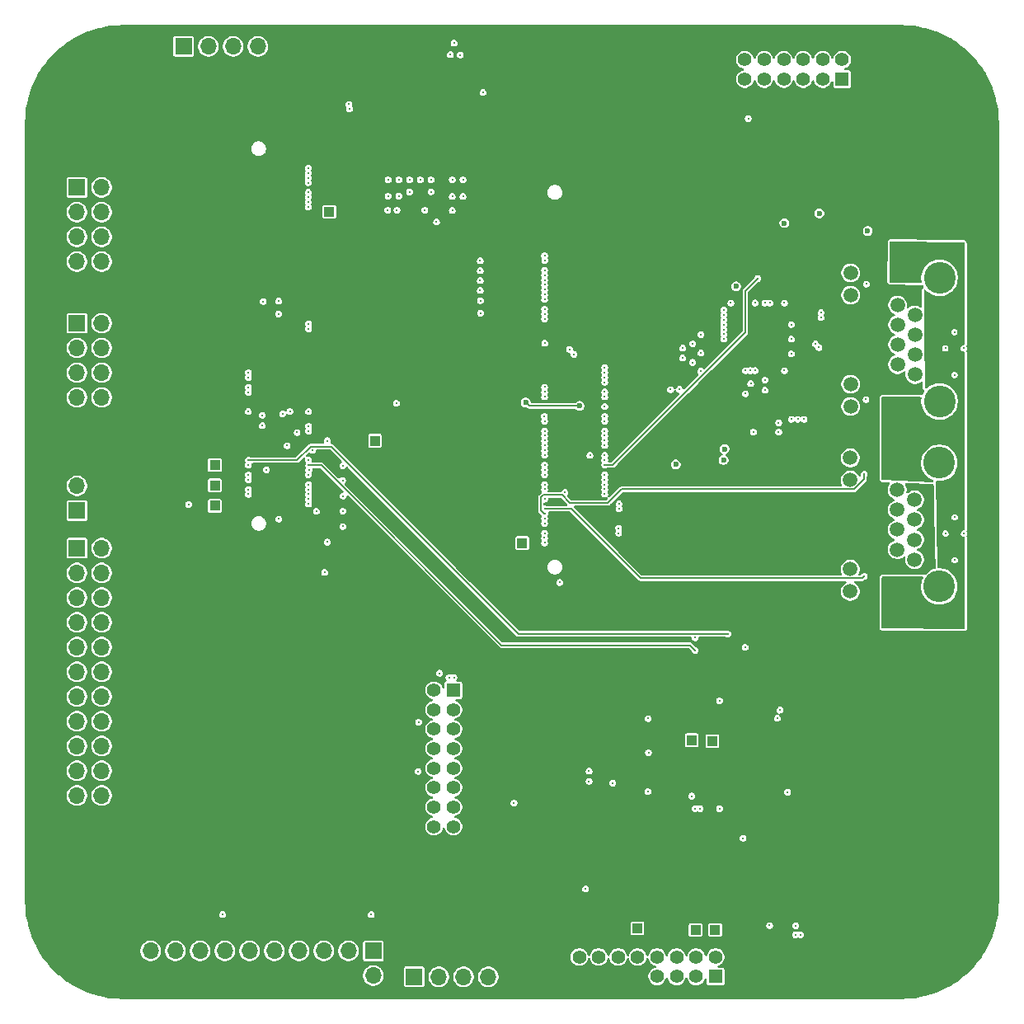
<source format=gbr>
%TF.GenerationSoftware,KiCad,Pcbnew,9.0.3*%
%TF.CreationDate,2025-07-11T15:18:26-07:00*%
%TF.ProjectId,imx8x_carrier_v1,696d7838-785f-4636-9172-726965725f76,A*%
%TF.SameCoordinates,Original*%
%TF.FileFunction,Copper,L2,Inr*%
%TF.FilePolarity,Positive*%
%FSLAX46Y46*%
G04 Gerber Fmt 4.6, Leading zero omitted, Abs format (unit mm)*
G04 Created by KiCad (PCBNEW 9.0.3) date 2025-07-11 15:18:26*
%MOMM*%
%LPD*%
G01*
G04 APERTURE LIST*
%TA.AperFunction,ComponentPad*%
%ADD10O,1.700000X1.700000*%
%TD*%
%TA.AperFunction,ComponentPad*%
%ADD11R,1.700000X1.700000*%
%TD*%
%TA.AperFunction,ComponentPad*%
%ADD12C,1.400000*%
%TD*%
%TA.AperFunction,ComponentPad*%
%ADD13R,1.400000X1.400000*%
%TD*%
%TA.AperFunction,ComponentPad*%
%ADD14C,2.500000*%
%TD*%
%TA.AperFunction,ComponentPad*%
%ADD15C,1.520000*%
%TD*%
%TA.AperFunction,ComponentPad*%
%ADD16C,3.250000*%
%TD*%
%TA.AperFunction,ComponentPad*%
%ADD17R,1.000000X1.000000*%
%TD*%
%TA.AperFunction,ComponentPad*%
%ADD18C,4.700000*%
%TD*%
%TA.AperFunction,ViaPad*%
%ADD19C,0.300000*%
%TD*%
%TA.AperFunction,ViaPad*%
%ADD20C,0.600000*%
%TD*%
%TA.AperFunction,Conductor*%
%ADD21C,0.150000*%
%TD*%
G04 APERTURE END LIST*
D10*
%TO.N,GND*%
%TO.C,J5*%
X71215000Y-135375000D03*
%TO.N,unconnected-(J5-NC1-Pad19)*%
X71215000Y-132835000D03*
%TO.N,GND*%
X73755000Y-135375000D03*
%TO.N,unconnected-(J5-NC2-Pad17)*%
X73755000Y-132835000D03*
%TO.N,GND*%
X76295000Y-135375000D03*
%TO.N,X_POR_B_3V3*%
X76294999Y-132835000D03*
%TO.N,GND*%
X78835000Y-135375000D03*
%TO.N,Net-(J5-JTAG_TDO)*%
X78835000Y-132835000D03*
%TO.N,GND*%
X81375000Y-135375000D03*
%TO.N,Net-(J5-JTAG_RTCK)*%
X81375000Y-132835000D03*
%TO.N,GND*%
X83915000Y-135375000D03*
%TO.N,X_SCU_JTAG_TCK*%
X83915000Y-132835000D03*
%TO.N,GND*%
X86455000Y-135375000D03*
%TO.N,X_SCU_JTAG_TMS*%
X86455000Y-132835000D03*
%TO.N,GND*%
X88995000Y-135375000D03*
%TO.N,X_SCU_JTAG_TDI*%
X88995001Y-132835000D03*
%TO.N,GND*%
X91535000Y-135375000D03*
%TO.N,X_SCU_JTAG_TRST_B*%
X91535000Y-132835000D03*
%TO.N,VCC_3V3_OUT*%
X94075000Y-135375000D03*
D11*
%TO.N,Net-(J5-TREF)*%
X94075000Y-132835000D03*
%TD*%
D12*
%TO.N,X_SCU_WDOG0_WDOG_OUT*%
%TO.C,CN1*%
X115224800Y-133467600D03*
%TO.N,GND*%
X115224800Y-135467600D03*
%TO.N,X_LSIO_GPIO0_IO14*%
X117224800Y-133467600D03*
%TO.N,GND*%
X117224800Y-135467600D03*
%TO.N,X_LSIO_GPIO0_IO13*%
X119224800Y-133467600D03*
%TO.N,GND*%
X119224800Y-135467600D03*
%TO.N,Net-(CN1-Pad10)*%
X121224800Y-133467600D03*
%TO.N,GND*%
X121224800Y-135467600D03*
%TO.N,X_ADMA_I2C0_SCL*%
X123224800Y-133467600D03*
%TO.N,VCC_3V3*%
X123224800Y-135467600D03*
%TO.N,X_ADMA_I2C0_SDA*%
X125224800Y-133467600D03*
%TO.N,VCC_3V3*%
X125224800Y-135467600D03*
%TO.N,Net-(CN1-Pad4)*%
X127224800Y-133467600D03*
%TO.N,VCC_3V3*%
X127224800Y-135467600D03*
%TO.N,Net-(CN1-Pad2)*%
X129224800Y-133467600D03*
D13*
%TO.N,VCC_3V3*%
X129224800Y-135467600D03*
%TD*%
D14*
%TO.N,GNDPWR*%
%TO.C,RJ1*%
X148769999Y-97200000D03*
X148769999Y-80940000D03*
D15*
%TO.N,VCC_3V3_OUT*%
X143059999Y-82210000D03*
%TO.N,Net-(RJ1-R-)*%
X143060000Y-84500000D03*
%TO.N,VCC_3V3_OUT*%
X143060000Y-93640000D03*
%TO.N,Net-(RJ1-L-)*%
X143059999Y-95930000D03*
%TO.N,X_ETH0_D_RXDV_N*%
X147879999Y-85510000D03*
%TO.N,X_ETH0_D_RXDV_P*%
X149659999Y-86530000D03*
%TO.N,X_ETH0_B_TX_N*%
X147879999Y-87550000D03*
%TO.N,X_ETH0_C_TXCLK_N*%
X149659999Y-88570000D03*
%TO.N,X_ETH0_C_TXCLK_P*%
X147879999Y-89590000D03*
%TO.N,X_ETH0_B_TX_P*%
X149659999Y-90610000D03*
%TO.N,X_ETH0_A_TX_N*%
X147879999Y-91630000D03*
%TO.N,X_ETH0_A_TX_P*%
X149659999Y-92650000D03*
D16*
%TO.N,*%
X152200000Y-95420000D03*
X152200000Y-82720000D03*
%TD*%
D14*
%TO.N,GNDPWR*%
%TO.C,RJ2*%
X148799999Y-78200000D03*
X148799999Y-61940000D03*
D15*
%TO.N,VCC_3V3_OUT*%
X143089999Y-63210000D03*
%TO.N,Net-(RJ2-R-)*%
X143090000Y-65500000D03*
%TO.N,VCC_3V3_OUT*%
X143090000Y-74640000D03*
%TO.N,Net-(RJ2-L-)*%
X143089999Y-76930000D03*
%TO.N,ETH1_D_RXDV_N*%
X147909999Y-66510000D03*
%TO.N,ETH1_D_RXDV_P*%
X149689999Y-67530000D03*
%TO.N,ETH1_B_TX_N*%
X147909999Y-68550000D03*
%TO.N,ETH1_C_TXCLK_N*%
X149689999Y-69570000D03*
%TO.N,ETH1_C_TXCLK_P*%
X147909999Y-70590000D03*
%TO.N,ETH1_B_TX_P*%
X149689999Y-71610000D03*
%TO.N,ETH1_A_TX_N*%
X147909999Y-72630000D03*
%TO.N,ETH1_A_TX_P*%
X149689999Y-73650000D03*
D16*
%TO.N,*%
X152230000Y-76420000D03*
X152230000Y-63720000D03*
%TD*%
D13*
%TO.N,X_ADMA_SPI0_CS0*%
%TO.C,CN3*%
X102300000Y-106075000D03*
D12*
%TO.N,X_ADMA_SPI1_CS0*%
X100300000Y-106075000D03*
%TO.N,X_ADMA_SPI0_CS1*%
X102300000Y-108075000D03*
%TO.N,X_ADMA_SPI1_CS1*%
X100300000Y-108075000D03*
%TO.N,X_ADMA_SPI0_SCK*%
X102300000Y-110075000D03*
%TO.N,X_ADMA_SPI1_SCK*%
X100300000Y-110075000D03*
%TO.N,X_ADMA_SPI0_SDI*%
X102300000Y-112075000D03*
%TO.N,X_ADMA_SPI1_SDI*%
X100300000Y-112075000D03*
%TO.N,X_ADMA_SPI0_SDO*%
X102300000Y-114075000D03*
%TO.N,X_ADMA_SPI1_SDO*%
X100300000Y-114075000D03*
%TO.N,X_ADMA_SPI2_CS0*%
X102300000Y-116075000D03*
%TO.N,X_ADMA_SPI2_SDI*%
X100300000Y-116075000D03*
%TO.N,X_ADMA_SPI2_CS1*%
X102300000Y-118075000D03*
%TO.N,X_ADMA_SPI2_SDO*%
X100300000Y-118075000D03*
%TO.N,X_ADMA_SPI2_SCK*%
X102300000Y-120075000D03*
%TO.N,unconnected-(CN3-Pad16)*%
X100300000Y-120075000D03*
%TD*%
D11*
%TO.N,X_LSIO_QSPIOB_SS0_B*%
%TO.C,J6*%
X63650000Y-68375000D03*
D10*
%TO.N,X_LSIO_QSPI0B_DATA0*%
X66190000Y-68375000D03*
%TO.N,X_LSIO_QSPIOB_SS1_B*%
X63650000Y-70915000D03*
%TO.N,X_LSIO_QSPI0B_DATA1*%
X66190000Y-70915000D03*
%TO.N,X_LSIO_QSPI0B_SCLK*%
X63650000Y-73455000D03*
%TO.N,X_LSIO_QSPI0B_DATA2*%
X66190000Y-73455000D03*
%TO.N,X_LSIO_QSPI0B_DQS*%
X63650000Y-75995000D03*
%TO.N,X_LSIO_QSPI0B_DATA3*%
X66190000Y-75995000D03*
%TO.N,GND*%
X63650000Y-78535000D03*
X66190000Y-78535000D03*
%TD*%
D11*
%TO.N,X_LSIO_GPIO0_IO13*%
%TO.C,J9*%
X63650000Y-91485000D03*
D10*
%TO.N,X_LSIO_GPIO0_IO14*%
X66190000Y-91485000D03*
%TO.N,X_LSIO_GPIO0_IO15*%
X63650000Y-94025000D03*
%TO.N,X_LSIO_GPIO0_IO16*%
X66190000Y-94025000D03*
%TO.N,X_LSO_GPIO0_IO19*%
X63650000Y-96564999D03*
%TO.N,X_LSO_GPIO0_IO20*%
X66190000Y-96565000D03*
%TO.N,X_LSO_GPIO0_IO30*%
X63650000Y-99105000D03*
%TO.N,X_LSO_GPIO0_IO31*%
X66190000Y-99105000D03*
%TO.N,X_LSIO_GPIO1_IO09*%
X63650000Y-101645000D03*
%TO.N,X_LSIO_GPIO1_IO10*%
X66190000Y-101645000D03*
%TO.N,X_LSIO_GPIO1_IO12*%
X63650000Y-104185000D03*
%TO.N,unconnected-(J9-Pin_12-Pad12)*%
X66190000Y-104185000D03*
%TO.N,X_LSIO_GPIO1_IO29*%
X63650000Y-106725000D03*
%TO.N,X_LSIO_GPIO1_IO30*%
X66190000Y-106725000D03*
%TO.N,X_LSIO_GPIO1_IO26*%
X63650000Y-109265001D03*
%TO.N,X_LSIO_GPIO1_IO25*%
X66190000Y-109265000D03*
%TO.N,X_LSO_GPIO1_IO20*%
X63650000Y-111805000D03*
%TO.N,X_LSO_GPIO1_IO19*%
X66190000Y-111805000D03*
%TO.N,X_LSO_GPIO1_IO18*%
X63650000Y-114345000D03*
%TO.N,X_LSO_GPIO1_IO17*%
X66190000Y-114345000D03*
%TO.N,X_LSIO_GPIO1_IO14*%
X63650000Y-116885000D03*
%TO.N,X_LSIO_GPIO1_IO13*%
X66190000Y-116885000D03*
%TD*%
D11*
%TO.N,X_ADMA_UART1_RX*%
%TO.C,J2*%
X74590000Y-39950000D03*
D10*
%TO.N,X_ADMA_UART1_TX*%
X77130000Y-39950000D03*
%TO.N,X_ADMA_UART1_RTS_B*%
X79669999Y-39950000D03*
%TO.N,X_ADMA_UART1_CTS_B*%
X82210000Y-39950000D03*
%TO.N,GND*%
X84750000Y-39950000D03*
%TD*%
D17*
%TO.N,VCC_1V8_OUT*%
%TO.C,TP12*%
X77801600Y-85019800D03*
%TD*%
D18*
%TO.N,GND*%
%TO.C,H3*%
X148318400Y-127769800D03*
%TD*%
D11*
%TO.N,X_ADMA_UART2_RX*%
%TO.C,J3*%
X98270000Y-135500000D03*
D10*
%TO.N,X_ADMA_UART2_TX*%
X100810000Y-135500000D03*
%TO.N,unconnected-(J3-Pin_3-Pad3)*%
X103349999Y-135500000D03*
%TO.N,unconnected-(J3-Pin_4-Pad4)*%
X105890000Y-135500000D03*
%TO.N,GND*%
X108430000Y-135500000D03*
%TD*%
D11*
%TO.N,VCC_3V3_OUT*%
%TO.C,J8*%
X63650000Y-87625000D03*
D10*
%TO.N,Net-(J8-Pin_2)*%
X63650000Y-85085000D03*
%TO.N,GND*%
X63650000Y-82545001D03*
%TD*%
D18*
%TO.N,GND*%
%TO.C,H2*%
X148318400Y-47769800D03*
%TD*%
%TO.N,GND*%
%TO.C,H4*%
X68318400Y-127769800D03*
%TD*%
%TO.N,GND*%
%TO.C,H6*%
X116556000Y-50557700D03*
%TD*%
D17*
%TO.N,VDD_ADC_1V8*%
%TO.C,TP4*%
X94247600Y-80455900D03*
%TD*%
%TO.N,Net-(CN1-Pad4)*%
%TO.C,TP10*%
X127177800Y-130683000D03*
%TD*%
%TO.N,X_SCU_WDOG0_WDOG_OUT*%
%TO.C,TP8*%
X77800000Y-82950000D03*
%TD*%
D13*
%TO.N,X_ADMA_I2C0_SCL*%
%TO.C,CN4*%
X142225000Y-43325000D03*
D12*
%TO.N,X_ADMA_I2C3_SCL*%
X142225000Y-41325000D03*
%TO.N,X_ADMA_I2C0_SDA*%
X140225000Y-43325000D03*
%TO.N,X_ADMA_I2C3_SDA*%
X140225000Y-41325000D03*
%TO.N,X_ADMA_I2C1_SCL*%
X138225000Y-43325000D03*
%TO.N,VCC_3V3_OUT*%
X138225000Y-41325000D03*
%TO.N,X_ADMA_I2C1_SDA*%
X136225000Y-43325000D03*
%TO.N,VCC_3V3_OUT*%
X136225000Y-41325000D03*
%TO.N,X_ADMA_I2C2_SCL*%
X134225000Y-43325000D03*
%TO.N,VCC_3V3_OUT*%
X134225000Y-41325000D03*
%TO.N,X_ADMA_I2C2_SDA*%
X132225000Y-43325000D03*
%TO.N,VCC_3V3_OUT*%
X132225000Y-41325000D03*
%TO.N,GND*%
X130225000Y-43325000D03*
X130225000Y-41325000D03*
X128225000Y-43325000D03*
X128225000Y-41325000D03*
%TD*%
D17*
%TO.N,VCC_QSPI_1V8*%
%TO.C,TP5*%
X89555800Y-56933100D03*
%TD*%
%TO.N,VCC_3V3_OUT*%
%TO.C,TP7*%
X77800000Y-87125000D03*
%TD*%
%TO.N,Net-(CN1-Pad2)*%
%TO.C,TP9*%
X129184400Y-130683000D03*
%TD*%
D18*
%TO.N,GND*%
%TO.C,H5*%
X82545400Y-94575900D03*
%TD*%
D11*
%TO.N,X_LSIO_QSPI0A_SS0_B*%
%TO.C,J10*%
X63640000Y-54440001D03*
D10*
%TO.N,X_LSIO_QSPI0A_DATA0*%
X66180000Y-54440001D03*
%TO.N,X_LSIO_QSPI0A_SS1_B*%
X63640000Y-56980001D03*
%TO.N,X_LSIO_QSPI0A_DATA1*%
X66180000Y-56980001D03*
%TO.N,X_LSIO_QSPI0A_SCLK*%
X63640000Y-59520000D03*
%TO.N,X_LSIO_QSPI0A_DATA2*%
X66180000Y-59520001D03*
%TO.N,X_LSIO_QSPI0A_DQS*%
X63640000Y-62060001D03*
%TO.N,X_LSIO_QSPI0A_DATA3*%
X66180000Y-62060001D03*
%TO.N,GND*%
X63640000Y-64600001D03*
X66180000Y-64600001D03*
%TD*%
D17*
%TO.N,Net-(CN1-Pad10)*%
%TO.C,TP11*%
X121200000Y-130530000D03*
%TD*%
D18*
%TO.N,GND*%
%TO.C,H1*%
X68318400Y-47769800D03*
%TD*%
D17*
%TO.N,X_ETH0_INT*%
%TO.C,TP6*%
X109375000Y-90950000D03*
%TD*%
%TO.N,Net-(U4-ADBUS7)*%
%TO.C,TP2*%
X128900000Y-111300000D03*
%TD*%
%TO.N,Net-(U4-BDBUS7)*%
%TO.C,TP1*%
X126771400Y-111201200D03*
%TD*%
D19*
%TO.N,GND*%
X131900000Y-86400000D03*
X130600000Y-85900000D03*
X81125000Y-129125000D03*
%TO.N,X_SCU_JTAG_TDO*%
X78600000Y-129100000D03*
%TO.N,Net-(Card1-CD{slash}DAT3)*%
X96690000Y-53650000D03*
%TO.N,GND*%
X138900000Y-134925000D03*
X120600000Y-125310000D03*
X114625000Y-126475000D03*
X87422000Y-79950000D03*
X138950000Y-108025000D03*
X118800000Y-106525000D03*
X115440000Y-73750000D03*
X87422000Y-65950000D03*
X116250000Y-112300000D03*
X138925000Y-113225000D03*
X69240000Y-85660000D03*
X94000002Y-38639999D03*
X117838600Y-59437800D03*
X110075000Y-117650000D03*
X131150000Y-100300000D03*
X117838600Y-91437800D03*
X143250000Y-122525000D03*
X128350000Y-103300000D03*
X143250000Y-119650000D03*
X117838600Y-72437800D03*
X115440000Y-74790000D03*
X113375000Y-111750000D03*
X111666600Y-78937800D03*
X117838600Y-62437800D03*
X118725000Y-130000000D03*
X89400000Y-83025000D03*
X81250000Y-74450000D03*
X117838600Y-86437800D03*
X140500000Y-132550000D03*
X118800000Y-103400000D03*
X120260000Y-58440000D03*
X87422000Y-67450000D03*
X133925000Y-107050000D03*
X117838600Y-65437800D03*
X139750000Y-60500000D03*
X99580000Y-50500000D03*
X141625000Y-125450000D03*
X124125000Y-118300000D03*
X131875000Y-103300000D03*
X87422000Y-76950000D03*
X135000000Y-134950000D03*
X134560000Y-117560000D03*
X111666600Y-66437800D03*
X153770000Y-73700000D03*
X141050000Y-134950000D03*
X87422000Y-71950000D03*
X135575000Y-132625000D03*
X111666600Y-59937800D03*
X153780000Y-88300000D03*
X117838600Y-63937800D03*
X137225000Y-134925000D03*
X111666600Y-86937800D03*
X111666600Y-84437800D03*
X87422000Y-60950000D03*
X132925000Y-103325000D03*
X90900000Y-80475000D03*
X87422000Y-84450000D03*
X105350000Y-52160000D03*
X130600000Y-107200000D03*
X122460000Y-67510000D03*
D20*
X123593201Y-82856599D03*
D19*
X116250000Y-113325000D03*
X139825000Y-130725000D03*
X137032400Y-124899000D03*
X122200000Y-107550000D03*
X144880000Y-57030000D03*
X81250000Y-71950000D03*
X116300000Y-109950000D03*
X81250000Y-56950000D03*
X120280000Y-57460000D03*
X138950000Y-109075000D03*
X141625000Y-127025000D03*
X137379999Y-62500000D03*
X87422000Y-57450000D03*
X111666600Y-82437800D03*
X118800000Y-101850000D03*
X89375000Y-84525000D03*
X138950000Y-114275000D03*
X129100000Y-118250000D03*
X111666600Y-74437800D03*
X113350000Y-113375000D03*
X134770000Y-57250000D03*
X116300000Y-108900000D03*
X117838600Y-66437800D03*
X90620000Y-68520000D03*
D20*
X133539999Y-69770000D03*
D19*
X92040000Y-53740000D03*
X111666600Y-62437800D03*
X111666600Y-58937800D03*
X128625000Y-118250000D03*
X125420000Y-67530000D03*
D20*
X128396799Y-63031803D03*
D19*
X81250000Y-66950000D03*
X113500000Y-120325000D03*
D20*
X135699999Y-77660000D03*
D19*
X111666600Y-89437800D03*
X138925000Y-110125000D03*
X135179999Y-60900000D03*
X137660801Y-76260001D03*
X116300000Y-111300000D03*
X81250000Y-75950000D03*
X87422000Y-74450000D03*
X81250000Y-54450000D03*
X110050000Y-116125000D03*
X134550000Y-119950000D03*
X89400000Y-87675000D03*
X125950000Y-126025000D03*
X144000000Y-121025000D03*
X101090000Y-53650000D03*
X125029999Y-74860000D03*
X122300000Y-109975000D03*
X117838600Y-76437800D03*
X81250000Y-83450000D03*
X81250000Y-78950000D03*
X124925000Y-49285000D03*
X133425000Y-112475000D03*
X122125000Y-128450000D03*
X73870000Y-85650000D03*
X111666600Y-91437800D03*
X123950000Y-67530000D03*
X127100000Y-101325000D03*
X138900000Y-112175000D03*
X81250000Y-61950000D03*
X153790000Y-92710000D03*
X127300000Y-103300000D03*
X87422000Y-81950000D03*
X130125000Y-121250000D03*
X116275000Y-107850000D03*
X97725000Y-58200000D03*
X104700001Y-53790000D03*
X87422000Y-54450000D03*
X124620000Y-107170000D03*
X129075000Y-121250000D03*
X139149999Y-66919999D03*
X129500000Y-128575000D03*
X153750000Y-69300000D03*
X137032400Y-126524000D03*
X134780000Y-58860000D03*
X111666600Y-68937800D03*
X113350000Y-116500000D03*
X139051001Y-75031803D03*
X91960000Y-38880000D03*
X124225000Y-128225000D03*
X111666600Y-71937800D03*
X111666600Y-57437800D03*
X126275000Y-103300000D03*
X117838600Y-78937800D03*
X87422000Y-69450000D03*
X98070000Y-50470000D03*
X120550000Y-128450000D03*
X144725000Y-122525000D03*
X117838600Y-81437800D03*
X117838600Y-57937800D03*
X137475000Y-129250000D03*
X129350000Y-74750000D03*
X117838600Y-87937800D03*
X120280000Y-56490000D03*
X117838600Y-74937800D03*
X117838600Y-69437800D03*
X120260000Y-59440000D03*
D20*
X127749999Y-83380000D03*
D19*
X117838600Y-70937800D03*
X111666600Y-76437800D03*
X113350000Y-114925000D03*
X139350000Y-132275000D03*
D20*
X127154999Y-81350001D03*
D19*
X117175000Y-130000000D03*
X113350000Y-110150000D03*
X81250000Y-80950000D03*
X105240000Y-38890000D03*
X81250000Y-64450000D03*
X89400000Y-89250000D03*
X89400000Y-86125000D03*
X144725000Y-119650000D03*
X131670000Y-80660000D03*
X148670000Y-102330000D03*
X138925000Y-115300000D03*
X118800000Y-104975000D03*
X126125000Y-118275000D03*
X100600000Y-56230000D03*
X87422000Y-63450000D03*
X125850000Y-70000000D03*
X119060000Y-83450000D03*
X125840000Y-72900000D03*
X138925000Y-111150000D03*
X122225000Y-106475000D03*
D20*
X131689999Y-76840000D03*
D19*
X117838600Y-67937800D03*
X138950000Y-116350000D03*
X125250000Y-103300000D03*
X81250000Y-69450000D03*
X81250000Y-59450000D03*
X117838600Y-60937800D03*
X131100000Y-118250000D03*
%TO.N,Net-(Card1-VDD)*%
X98890000Y-53650000D03*
%TO.N,X_CONN_USDHC1_CD_B*%
X105350000Y-44690000D03*
X111666600Y-61437800D03*
%TO.N,Net-(Card1-CMD)*%
X97790000Y-53650000D03*
%TO.N,Net-(Card1-DAT0)*%
X102190000Y-53650001D03*
%TO.N,X_CONN_USDHC1_CLK*%
X99990001Y-53650000D03*
X105080200Y-66054900D03*
%TO.N,Net-(Card1-DAT2)*%
X95590000Y-53650000D03*
%TO.N,Net-(Card1-DAT1)*%
X103290000Y-53650000D03*
X103290000Y-53650000D03*
%TO.N,X_LSIO_GPIO0_IO13*%
X117838600Y-84937800D03*
%TO.N,VCC_3V3*%
X87425000Y-86950000D03*
X90950000Y-87675000D03*
X90950000Y-83025000D03*
X81250000Y-85450000D03*
X90925000Y-84525000D03*
X87425000Y-84950000D03*
X87425000Y-85450000D03*
X87425000Y-85950000D03*
X81250000Y-85950000D03*
X90950000Y-89250000D03*
X87425000Y-86450000D03*
X90975000Y-86125000D03*
%TO.N,X_ADMA_I2C0_SDA*%
X91575000Y-45900000D03*
X87425000Y-68950000D03*
%TO.N,X_ADMA_I2C0_SCL*%
X87425000Y-68450000D03*
X91618005Y-46373051D03*
X88225000Y-87700000D03*
%TO.N,X_SCU_WDOG0_WDOG_OUT*%
X81250000Y-82950000D03*
%TO.N,X_LSIO_GPIO0_IO14*%
X117838600Y-85937800D03*
%TO.N,X_ADMA_I2C2_SCL*%
X81250000Y-73450000D03*
%TO.N,VDD_ADC_1V8*%
X89350000Y-80450000D03*
%TO.N,VDD_ETH_1V0*%
X130789999Y-66300000D03*
X137009999Y-70020000D03*
D20*
X139877498Y-57102501D03*
D19*
X125509999Y-75180000D03*
X133289999Y-73240000D03*
X130069999Y-70020000D03*
D20*
%TO.N,VCC_ENET_2V5*%
X130149999Y-81300000D03*
D19*
X137009999Y-68520000D03*
X133289999Y-66300000D03*
D20*
X144847724Y-58910271D03*
D19*
X130069999Y-69520000D03*
D20*
X131333400Y-64595000D03*
D19*
X137009999Y-71519999D03*
X132789998Y-73240000D03*
D20*
X130049999Y-82430000D03*
D19*
%TO.N,3V3_FTDI*%
X122340000Y-112480000D03*
X116225000Y-114375000D03*
X118660000Y-115610000D03*
%TO.N,1V8_FTDI*%
X122300000Y-108975000D03*
X129625000Y-107150000D03*
X129625000Y-118225000D03*
X122275000Y-116475000D03*
%TO.N,X_ADMA_I2C3_SDA*%
X111666600Y-83437800D03*
X116325000Y-81950000D03*
%TO.N,X_ADMA_I2C3_SCL*%
X117838600Y-84437800D03*
%TO.N,X_LSO_GPIO1_IO20*%
X111666600Y-79437800D03*
%TO.N,X_ETH_GPIO1*%
X111666600Y-88937800D03*
X132289999Y-73240000D03*
%TO.N,X_LSO_GPIO1_IO17*%
X111640000Y-77940000D03*
%TO.N,Net-(J1-A19)*%
X111666600Y-65937800D03*
%TO.N,X_CONN_ENET1_TXD1*%
X117838600Y-80937800D03*
X130069999Y-68020001D03*
%TO.N,X_ADMA_UART1_RX*%
X113750000Y-85750000D03*
%TO.N,X_CONN_ENET1_RXD3*%
X117838600Y-78437800D03*
X127700000Y-73320000D03*
%TO.N,X_CONN_ENET1_RXD2*%
X117838600Y-79437800D03*
X126858198Y-72410000D03*
%TO.N,X_ADMA_UART2_TX*%
X111666600Y-81937800D03*
%TO.N,X_ADMA_SPI0_SDI*%
X114675000Y-71575000D03*
%TO.N,X_ETH0_INT*%
X111666600Y-90937800D03*
%TO.N,X_ADMA_SPI2_SDO*%
X102350000Y-104750000D03*
%TO.N,X_CONN_ENET1_RXD0*%
X126869999Y-70490000D03*
X117838600Y-81937800D03*
%TO.N,X_ADMA_UART1_TX*%
X111666600Y-86437800D03*
%TO.N,Net-(J1-A15)*%
X111666600Y-63937800D03*
%TO.N,X_ADMA_SPI2_CS0*%
X111666600Y-66937800D03*
X100875000Y-104325000D03*
%TO.N,Net-(J1-A13)*%
X111666600Y-62937800D03*
%TO.N,X_ADMA_UART1_RTS_B*%
X111666600Y-85437800D03*
%TO.N,X_CONN_ETH0_MDIO*%
X111666600Y-89937800D03*
X134290000Y-66300000D03*
%TO.N,X_ETH0_LED0*%
X111666600Y-87437800D03*
X144490000Y-94370000D03*
%TO.N,X_LSIO_GPIO0_IO15*%
X117838600Y-85437800D03*
%TO.N,X_LSIO_GPIO0_IO16*%
X117838600Y-83937800D03*
%TO.N,X_ADMA_UART0_TX*%
X135570000Y-108950000D03*
X136620000Y-116540000D03*
X111666600Y-80437800D03*
%TO.N,Net-(J1-A18)*%
X111666600Y-65437800D03*
%TO.N,X_ETH_GPIO0*%
X111666600Y-88437800D03*
X132829999Y-74590001D03*
%TO.N,X_ADMA_SPI2_SDI*%
X101850000Y-104775000D03*
X111666600Y-67937800D03*
X98675000Y-114400000D03*
%TO.N,X_CONN_ENET1_TXD0*%
X117838600Y-80437800D03*
X130069999Y-68520000D03*
%TO.N,X_BOOT_MODE2*%
X117838600Y-73937800D03*
%TO.N,X_CONN_ENET1_TXD2*%
X130069999Y-67520000D03*
X117838600Y-75437800D03*
%TO.N,X_ADMA_UART0_RX*%
X135840000Y-108110000D03*
X111666600Y-80937800D03*
X132050000Y-121260000D03*
%TO.N,X_ADMA_SPI0_SCK*%
X114225000Y-71050000D03*
%TO.N,X_CONN_ENET1_RXC*%
X117838600Y-77937800D03*
X127720001Y-69540000D03*
%TO.N,X_BOOT_MODE1*%
X101990000Y-40799998D03*
X117838600Y-73437800D03*
%TO.N,X_CONN_ENET1_TXC*%
X130069999Y-69019999D03*
X117838600Y-75937800D03*
%TO.N,X_ADMA_SPI0_CS1*%
X135699999Y-78610000D03*
X111680000Y-70430000D03*
%TO.N,X_BOOT_MODE3*%
X117838600Y-74437800D03*
%TO.N,X_ADMA_SPI1_CS1*%
X111666600Y-74937800D03*
X96450000Y-76600000D03*
%TO.N,X_LSO_GPIO0_IO20*%
X111666600Y-83937800D03*
%TO.N,X_ADMA_UART1_CTS_B*%
X111666600Y-84937800D03*
%TO.N,VCC_LDO_SD1*%
X102190000Y-56800000D03*
X111666600Y-64937800D03*
X100010000Y-54879999D03*
X96500000Y-56770000D03*
X99370000Y-56770000D03*
X95560000Y-56770000D03*
%TO.N,X_CONN_USDHC1_RESET_B*%
X111675000Y-61925000D03*
%TO.N,X_LSO_GPIO1_IO18*%
X111666600Y-78437800D03*
%TO.N,X_ADMA_UART2_RX*%
X111666600Y-81437800D03*
%TO.N,X_LSO_GPIO0_IO30*%
X111666600Y-75437800D03*
%TO.N,X_CONN_ETH0_MDC*%
X134789999Y-66300000D03*
X111660000Y-90430000D03*
%TO.N,X_CONN_ENET1_RXD1*%
X117838600Y-79937800D03*
X127710000Y-71440000D03*
%TO.N,X_ADMA_SPI2_SCK*%
X111666600Y-67437800D03*
%TO.N,X_CONN_ENET1_TXD3*%
X130069999Y-67020000D03*
X117838600Y-76937800D03*
%TO.N,Net-(J1-A16)*%
X111666600Y-64437800D03*
%TO.N,Net-(J1-A14)*%
X111666600Y-63437800D03*
%TO.N,X_BOOT_MODE0*%
X117838600Y-72937800D03*
X102370000Y-39619999D03*
%TO.N,X_LSO_GPIO0_IO31*%
X111666600Y-75937800D03*
%TO.N,X_ETH0_LED1*%
X111666600Y-87937800D03*
X144490000Y-83890000D03*
%TO.N,X_CONN_ENET1_REFCLK*%
X133550000Y-63790000D03*
X117838600Y-82937800D03*
%TO.N,X_LSO_GPIO1_IO19*%
X111666600Y-79937800D03*
%TO.N,X_LSO_GPIO0_IO19*%
X111666600Y-82937800D03*
%TO.N,X_CONN_ENET1_RX_CTL*%
X117838600Y-82437800D03*
%TO.N,X_SCU_JTAG_TRST_B*%
X87425000Y-79450000D03*
%TO.N,X_M40_UART0_TX*%
X127120000Y-101990000D03*
X87440000Y-82970000D03*
%TO.N,X_LSIO_GPIO1_IO13*%
X87400000Y-83950000D03*
%TO.N,X_SCU_JTAG_TDI*%
X86250000Y-79600000D03*
%TO.N,X_LSIO_QSPI0A_DATA2*%
X87400000Y-53450000D03*
%TO.N,X_LSIO_QSPI0B_DATA3*%
X87400000Y-56450000D03*
%TO.N,X_SCU_JTAG_TDO*%
X84775000Y-77700000D03*
%TO.N,X_ADMA_SPI1_SDI*%
X84370000Y-88480000D03*
X84350000Y-67430000D03*
%TO.N,X_POR_B_3V3*%
X82675000Y-77825000D03*
%TO.N,~{X_nRESET_IN}*%
X81250000Y-74950000D03*
X75110000Y-87000000D03*
%TO.N,X_LSIO_GPIO1_IO09*%
X85225000Y-80950000D03*
%TO.N,X_LSIO_QSPI0B_DATA1*%
X87400000Y-55450000D03*
%TO.N,VCC_SCU_1V8*%
X81250000Y-75475000D03*
X82770000Y-66140000D03*
X103000000Y-40830000D03*
%TO.N,X_LSIO_GPIO1_IO14*%
X87425000Y-82450000D03*
%TO.N,X_LSIO_QSPI0A_DATA1*%
X87400000Y-52950000D03*
%TO.N,VCC_1V8_OUT*%
X137660800Y-78239999D03*
X125838200Y-71956600D03*
X125850001Y-70940000D03*
X81250000Y-83950000D03*
X133099999Y-79560000D03*
X89350000Y-90850000D03*
X132289999Y-75610000D03*
X124599999Y-75190000D03*
X93860000Y-129110000D03*
X127120000Y-100680000D03*
%TO.N,VCC_3V3_OUT*%
X132580000Y-47360000D03*
D20*
X125143202Y-82886599D03*
D19*
X83100000Y-83430000D03*
X134299999Y-75270000D03*
X85510000Y-77440000D03*
X84360000Y-66120000D03*
X132250000Y-101660000D03*
X81250000Y-84450000D03*
X100570000Y-57980000D03*
%TO.N,X_LSIO_GPIO1_IO12*%
X87450000Y-83450000D03*
%TO.N,X_POR_B_1V8*%
X81230000Y-77450000D03*
X135699999Y-79560000D03*
%TO.N,X_LSIO_QSPI0A_DATA0*%
X87400000Y-52450000D03*
%TO.N,X_LSIO_QSPI0B_DATA0*%
X87400000Y-54950000D03*
%TO.N,X_LSIO_GPIO1_IO10*%
X87800000Y-81450000D03*
%TO.N,X_LSIO_QSPI0B_DATA2*%
X87400000Y-55950000D03*
%TO.N,X_LSIO_QSPI0A_DATA3*%
X87400000Y-53950000D03*
%TO.N,X_ADMA_I2C2_SDA*%
X81250000Y-73950000D03*
%TO.N,X_PGOOD*%
X113220000Y-95000000D03*
X82675000Y-78900000D03*
%TO.N,X_SCU_JTAG_TCK*%
X87425000Y-77450000D03*
%TO.N,X_ADMA_SPI1_SDO*%
X98725000Y-109350000D03*
%TO.N,X_SCU_JTAG_TMS*%
X87425000Y-78950000D03*
%TO.N,Net-(Q1-D)*%
X136289999Y-73240000D03*
X136289999Y-66300000D03*
D20*
X136289999Y-58100000D03*
D19*
%TO.N,ETH1_B_TX_P*%
X139837907Y-70867908D03*
X154709999Y-70960000D03*
%TO.N,/Debug USB - UART/DEBUG_USB_DP*%
X134775000Y-130225000D03*
X127625000Y-118225000D03*
X137946643Y-131176456D03*
%TO.N,X_CONN_ETH1_PHY_INT*%
X134299999Y-74220000D03*
%TO.N,ETH1_LED0*%
X138310801Y-78240000D03*
X144670000Y-76210000D03*
%TO.N,ETH1_LED1*%
X137010801Y-78240000D03*
X144709999Y-64350000D03*
%TO.N,Net-(U4-VPLL)*%
X108525000Y-117650000D03*
X126775000Y-116950000D03*
%TO.N,Net-(U6-ORG)*%
X116225000Y-115425000D03*
X115875000Y-126475000D03*
%TO.N,X_M40_UART0_RX*%
X81240000Y-82450000D03*
X130470000Y-100290000D03*
%TO.N,X_CONN_USDHC1_DATA2*%
X95590000Y-55330000D03*
X105047600Y-62989900D03*
%TO.N,X_CONN_USDHC1_DATA3*%
X96700000Y-55320000D03*
X105047600Y-61973900D03*
%TO.N,X_CONN_USDHC1_CMD*%
X97800000Y-54889999D03*
X105087600Y-67335900D03*
%TO.N,X_CONN_USDHC1_DATA0*%
X102190000Y-55370000D03*
X105047600Y-65021900D03*
%TO.N,X_CONN_USDHC1_DATA1*%
X105047600Y-64005900D03*
X103290000Y-55360000D03*
%TO.N,ETH1_D_RXDV_P*%
X140059999Y-67801600D03*
%TO.N,ETH1_B_TX_N*%
X152809999Y-70960000D03*
X139482091Y-70512092D03*
%TO.N,ETH1_D_RXDV_N*%
X140059999Y-67298400D03*
%TO.N,/Debug USB - UART/DEBUG_USB_DN*%
X137450000Y-130250000D03*
X127125000Y-118225000D03*
X137443443Y-131176456D03*
%TO.N,X_ETH0_B_TX_N*%
X119270000Y-89436200D03*
X152830399Y-89976399D03*
%TO.N,X_ETH0_B_TX_P*%
X119270000Y-89939400D03*
X154730399Y-89976399D03*
%TO.N,X_ETH0_D_RXDV_N*%
X119320000Y-86936200D03*
%TO.N,X_ETH0_D_RXDV_P*%
X119320000Y-87439400D03*
D20*
%TO.N,VCC_1V8_OUT*%
X115250000Y-76880000D03*
X109730000Y-76512800D03*
D19*
%TO.N,X_SCU_WDOG0_WDOG_OUT*%
X89075000Y-93975000D03*
%TD*%
D21*
%TO.N,VCC_1V8_OUT*%
X110097200Y-76880000D02*
X115250000Y-76880000D01*
X109730000Y-76512800D02*
X110097200Y-76880000D01*
%TO.N,X_ETH0_LED0*%
X144284000Y-94576000D02*
X144490000Y-94370000D01*
X121543900Y-94576000D02*
X144284000Y-94576000D01*
X111666600Y-87437800D02*
X114405700Y-87437800D01*
X114405700Y-87437800D02*
X121543900Y-94576000D01*
%TO.N,X_ETH0_LED1*%
X118141200Y-86838800D02*
X119544000Y-85436000D01*
X111265600Y-86271700D02*
X111517300Y-86020000D01*
X111265600Y-87603900D02*
X111265600Y-86271700D01*
X113452900Y-86020000D02*
X114271700Y-86838800D01*
X111599500Y-87937800D02*
X111265600Y-87603900D01*
X119544000Y-85436000D02*
X143447704Y-85436000D01*
X111517300Y-86020000D02*
X113452900Y-86020000D01*
X144490000Y-84393704D02*
X144490000Y-83890000D01*
X114271700Y-86838800D02*
X118141200Y-86838800D01*
X111666600Y-87937800D02*
X111599500Y-87937800D01*
X143447704Y-85436000D02*
X144490000Y-84393704D01*
%TO.N,X_CONN_ENET1_REFCLK*%
X118637100Y-82950000D02*
X117830000Y-82950000D01*
X133550000Y-63790000D02*
X132269000Y-65071000D01*
X132269000Y-69318100D02*
X118637100Y-82950000D01*
X132269000Y-65071000D02*
X132269000Y-69318100D01*
%TO.N,X_M40_UART0_TX*%
X87440000Y-82970000D02*
X88777900Y-82970000D01*
X126579000Y-101449000D02*
X127120000Y-101990000D01*
X107256900Y-101449000D02*
X126579000Y-101449000D01*
X88777900Y-82970000D02*
X107256900Y-101449000D01*
%TO.N,X_ADMA_SPI1_SDI*%
X84350000Y-67430000D02*
X84370000Y-67450000D01*
%TO.N,X_M40_UART0_RX*%
X81240000Y-82450000D02*
X86232900Y-82450000D01*
X89739000Y-81049000D02*
X108970000Y-100280000D01*
X86232900Y-82450000D02*
X87633900Y-81049000D01*
X87633900Y-81049000D02*
X89739000Y-81049000D01*
X108970000Y-100280000D02*
X130480000Y-100280000D01*
%TD*%
%TA.AperFunction,Conductor*%
%TO.N,GNDPWR*%
G36*
X154697666Y-60058417D02*
G01*
X154764444Y-60078967D01*
X154809512Y-60132359D01*
X154820061Y-60182345D01*
X154825260Y-70510438D01*
X154805609Y-70577487D01*
X154752828Y-70623268D01*
X154701260Y-70634500D01*
X154667146Y-70634500D01*
X154584361Y-70656682D01*
X154584354Y-70656685D01*
X154510143Y-70699530D01*
X154510135Y-70699536D01*
X154449535Y-70760136D01*
X154449529Y-70760144D01*
X154406684Y-70834355D01*
X154406681Y-70834362D01*
X154384499Y-70917147D01*
X154384499Y-71002853D01*
X154400204Y-71061463D01*
X154406681Y-71085637D01*
X154406684Y-71085644D01*
X154449529Y-71159855D01*
X154449533Y-71159860D01*
X154449534Y-71159862D01*
X154510137Y-71220465D01*
X154510139Y-71220466D01*
X154510143Y-71220469D01*
X154575832Y-71258394D01*
X154584361Y-71263318D01*
X154667146Y-71285500D01*
X154667148Y-71285500D01*
X154701713Y-71285500D01*
X154768752Y-71305185D01*
X154814507Y-71357989D01*
X154825713Y-71409438D01*
X154834833Y-89526837D01*
X154815182Y-89593886D01*
X154762401Y-89639667D01*
X154710833Y-89650899D01*
X154687546Y-89650899D01*
X154604761Y-89673081D01*
X154604754Y-89673084D01*
X154530543Y-89715929D01*
X154530535Y-89715935D01*
X154469935Y-89776535D01*
X154469929Y-89776543D01*
X154427084Y-89850754D01*
X154427081Y-89850761D01*
X154404899Y-89933546D01*
X154404899Y-90019252D01*
X154416210Y-90061463D01*
X154427081Y-90102036D01*
X154427084Y-90102043D01*
X154469929Y-90176254D01*
X154469933Y-90176259D01*
X154469934Y-90176261D01*
X154530537Y-90236864D01*
X154530539Y-90236865D01*
X154530543Y-90236868D01*
X154567828Y-90258394D01*
X154604761Y-90279717D01*
X154687546Y-90301899D01*
X154687548Y-90301899D01*
X154711286Y-90301899D01*
X154778325Y-90321584D01*
X154824080Y-90374388D01*
X154835286Y-90425837D01*
X154839937Y-99665071D01*
X154820286Y-99732120D01*
X154767505Y-99777901D01*
X154715074Y-99789130D01*
X146387314Y-99731156D01*
X146320413Y-99711005D01*
X146275027Y-99657884D01*
X146264178Y-99606785D01*
X146279626Y-94513072D01*
X146299513Y-94446095D01*
X146352456Y-94400501D01*
X146403072Y-94389452D01*
X150424359Y-94371552D01*
X150491481Y-94390937D01*
X150537471Y-94443537D01*
X150547722Y-94512650D01*
X150532296Y-94557548D01*
X150514303Y-94588713D01*
X150514303Y-94588714D01*
X150420225Y-94815837D01*
X150420222Y-94815847D01*
X150356592Y-95053320D01*
X150356590Y-95053331D01*
X150324500Y-95297065D01*
X150324500Y-95542934D01*
X150351227Y-95745939D01*
X150356591Y-95786677D01*
X150356592Y-95786679D01*
X150420222Y-96024152D01*
X150420225Y-96024162D01*
X150514303Y-96251285D01*
X150514306Y-96251292D01*
X150637233Y-96464208D01*
X150637235Y-96464211D01*
X150637236Y-96464212D01*
X150786897Y-96659254D01*
X150786903Y-96659261D01*
X150960738Y-96833096D01*
X150960744Y-96833101D01*
X151155792Y-96982767D01*
X151368708Y-97105694D01*
X151595847Y-97199778D01*
X151833323Y-97263409D01*
X152077073Y-97295500D01*
X152077080Y-97295500D01*
X152322920Y-97295500D01*
X152322927Y-97295500D01*
X152566677Y-97263409D01*
X152804153Y-97199778D01*
X153031292Y-97105694D01*
X153244208Y-96982767D01*
X153439256Y-96833101D01*
X153613101Y-96659256D01*
X153762767Y-96464208D01*
X153885694Y-96251292D01*
X153979778Y-96024153D01*
X154043409Y-95786677D01*
X154075500Y-95542927D01*
X154075500Y-95297073D01*
X154043409Y-95053323D01*
X153979778Y-94815847D01*
X153885694Y-94588708D01*
X153762767Y-94375792D01*
X153613101Y-94180744D01*
X153613096Y-94180738D01*
X153439261Y-94006903D01*
X153439254Y-94006897D01*
X153244212Y-93857236D01*
X153244211Y-93857235D01*
X153244208Y-93857233D01*
X153031292Y-93734306D01*
X153031285Y-93734303D01*
X152804162Y-93640225D01*
X152804155Y-93640223D01*
X152804153Y-93640222D01*
X152566677Y-93576591D01*
X152525939Y-93571227D01*
X152322934Y-93544500D01*
X152322927Y-93544500D01*
X152142376Y-93544500D01*
X152075337Y-93524815D01*
X152029582Y-93472011D01*
X152018406Y-93423191D01*
X152002020Y-92667147D01*
X153464500Y-92667147D01*
X153464500Y-92752852D01*
X153486682Y-92835637D01*
X153486685Y-92835644D01*
X153529530Y-92909855D01*
X153529534Y-92909860D01*
X153529535Y-92909862D01*
X153590138Y-92970465D01*
X153590140Y-92970466D01*
X153590144Y-92970469D01*
X153664355Y-93013314D01*
X153664362Y-93013318D01*
X153747147Y-93035500D01*
X153747149Y-93035500D01*
X153832851Y-93035500D01*
X153832853Y-93035500D01*
X153915638Y-93013318D01*
X153989862Y-92970465D01*
X154050465Y-92909862D01*
X154093318Y-92835638D01*
X154115500Y-92752853D01*
X154115500Y-92667147D01*
X154093318Y-92584362D01*
X154082283Y-92565248D01*
X154050469Y-92510144D01*
X154050463Y-92510136D01*
X153989863Y-92449536D01*
X153989855Y-92449530D01*
X153915644Y-92406685D01*
X153915640Y-92406683D01*
X153915638Y-92406682D01*
X153832853Y-92384500D01*
X153747147Y-92384500D01*
X153664362Y-92406682D01*
X153664355Y-92406685D01*
X153590144Y-92449530D01*
X153590136Y-92449536D01*
X153529536Y-92510136D01*
X153529530Y-92510144D01*
X153486685Y-92584355D01*
X153486682Y-92584362D01*
X153464500Y-92667147D01*
X152002020Y-92667147D01*
X151942776Y-89933546D01*
X152504899Y-89933546D01*
X152504899Y-90019252D01*
X152516210Y-90061463D01*
X152527081Y-90102036D01*
X152527084Y-90102043D01*
X152569929Y-90176254D01*
X152569933Y-90176259D01*
X152569934Y-90176261D01*
X152630537Y-90236864D01*
X152630539Y-90236865D01*
X152630543Y-90236868D01*
X152667828Y-90258394D01*
X152704761Y-90279717D01*
X152787546Y-90301899D01*
X152787548Y-90301899D01*
X152873250Y-90301899D01*
X152873252Y-90301899D01*
X152956037Y-90279717D01*
X153030261Y-90236864D01*
X153090864Y-90176261D01*
X153133717Y-90102037D01*
X153155899Y-90019252D01*
X153155899Y-89933546D01*
X153133717Y-89850761D01*
X153094346Y-89782568D01*
X153090868Y-89776543D01*
X153090862Y-89776535D01*
X153030262Y-89715935D01*
X153030254Y-89715929D01*
X152956043Y-89673084D01*
X152956039Y-89673082D01*
X152956037Y-89673081D01*
X152873252Y-89650899D01*
X152787546Y-89650899D01*
X152704761Y-89673081D01*
X152704754Y-89673084D01*
X152630543Y-89715929D01*
X152630535Y-89715935D01*
X152569935Y-89776535D01*
X152569929Y-89776543D01*
X152527084Y-89850754D01*
X152527081Y-89850761D01*
X152504899Y-89933546D01*
X151942776Y-89933546D01*
X151906444Y-88257147D01*
X153454500Y-88257147D01*
X153454500Y-88342853D01*
X153463766Y-88377432D01*
X153476682Y-88425637D01*
X153476685Y-88425644D01*
X153519530Y-88499855D01*
X153519534Y-88499860D01*
X153519535Y-88499862D01*
X153580138Y-88560465D01*
X153580140Y-88560466D01*
X153580144Y-88560469D01*
X153654355Y-88603314D01*
X153654362Y-88603318D01*
X153737147Y-88625500D01*
X153737149Y-88625500D01*
X153822851Y-88625500D01*
X153822853Y-88625500D01*
X153905638Y-88603318D01*
X153979862Y-88560465D01*
X154040465Y-88499862D01*
X154083318Y-88425638D01*
X154105500Y-88342853D01*
X154105500Y-88257147D01*
X154083318Y-88174362D01*
X154076412Y-88162400D01*
X154040469Y-88100144D01*
X154040463Y-88100136D01*
X153979863Y-88039536D01*
X153979855Y-88039530D01*
X153905644Y-87996685D01*
X153905640Y-87996683D01*
X153905638Y-87996682D01*
X153822853Y-87974500D01*
X153737147Y-87974500D01*
X153654362Y-87996682D01*
X153654355Y-87996685D01*
X153580144Y-88039530D01*
X153580136Y-88039536D01*
X153519536Y-88100136D01*
X153519530Y-88100144D01*
X153476685Y-88174355D01*
X153476682Y-88174362D01*
X153454500Y-88257147D01*
X151906444Y-88257147D01*
X151830000Y-84730000D01*
X151829999Y-84729999D01*
X151829501Y-84706984D01*
X151847728Y-84639534D01*
X151899529Y-84592645D01*
X151968455Y-84581206D01*
X151969613Y-84581352D01*
X152077073Y-84595500D01*
X152077080Y-84595500D01*
X152322920Y-84595500D01*
X152322927Y-84595500D01*
X152566677Y-84563409D01*
X152804153Y-84499778D01*
X153031292Y-84405694D01*
X153244208Y-84282767D01*
X153439256Y-84133101D01*
X153613101Y-83959256D01*
X153762767Y-83764208D01*
X153885694Y-83551292D01*
X153979778Y-83324153D01*
X154043409Y-83086677D01*
X154075500Y-82842927D01*
X154075500Y-82597073D01*
X154043409Y-82353323D01*
X153979778Y-82115847D01*
X153885694Y-81888708D01*
X153762767Y-81675792D01*
X153613101Y-81480744D01*
X153613096Y-81480738D01*
X153439261Y-81306903D01*
X153439254Y-81306897D01*
X153244212Y-81157236D01*
X153244211Y-81157235D01*
X153244208Y-81157233D01*
X153031292Y-81034306D01*
X153031285Y-81034303D01*
X152804162Y-80940225D01*
X152804155Y-80940223D01*
X152804153Y-80940222D01*
X152566677Y-80876591D01*
X152525939Y-80871227D01*
X152322934Y-80844500D01*
X152322927Y-80844500D01*
X152077073Y-80844500D01*
X152077065Y-80844500D01*
X151845059Y-80875045D01*
X151833323Y-80876591D01*
X151595847Y-80940222D01*
X151595837Y-80940225D01*
X151368714Y-81034303D01*
X151368705Y-81034307D01*
X151155787Y-81157236D01*
X150960745Y-81306897D01*
X150960738Y-81306903D01*
X150786903Y-81480738D01*
X150786897Y-81480745D01*
X150637236Y-81675787D01*
X150514307Y-81888705D01*
X150514303Y-81888714D01*
X150420225Y-82115837D01*
X150420222Y-82115847D01*
X150356592Y-82353320D01*
X150356590Y-82353331D01*
X150324500Y-82597065D01*
X150324500Y-82842934D01*
X150351227Y-83045939D01*
X150356591Y-83086677D01*
X150356592Y-83086679D01*
X150420222Y-83324152D01*
X150420225Y-83324162D01*
X150514303Y-83551285D01*
X150514306Y-83551292D01*
X150637233Y-83764208D01*
X150637235Y-83764211D01*
X150637236Y-83764212D01*
X150786897Y-83959254D01*
X150786903Y-83959261D01*
X150960738Y-84133096D01*
X150960744Y-84133101D01*
X151155792Y-84282767D01*
X151368708Y-84405694D01*
X151473126Y-84448945D01*
X151540370Y-84476799D01*
X151594773Y-84520640D01*
X151616838Y-84586934D01*
X151599559Y-84654633D01*
X151548422Y-84702244D01*
X151487579Y-84715245D01*
X146378800Y-84495118D01*
X146312670Y-84472566D01*
X146269231Y-84417841D01*
X146260138Y-84371092D01*
X146269854Y-76054491D01*
X146289617Y-75987477D01*
X146342474Y-75941784D01*
X146394490Y-75930640D01*
X150259371Y-75950510D01*
X150326307Y-75970539D01*
X150371790Y-76023577D01*
X150381671Y-76090694D01*
X150354500Y-76297065D01*
X150354500Y-76542934D01*
X150381227Y-76745939D01*
X150386591Y-76786677D01*
X150386592Y-76786679D01*
X150450222Y-77024152D01*
X150450225Y-77024162D01*
X150544303Y-77251285D01*
X150544306Y-77251292D01*
X150667233Y-77464208D01*
X150667235Y-77464211D01*
X150667236Y-77464212D01*
X150816897Y-77659254D01*
X150816903Y-77659261D01*
X150990738Y-77833096D01*
X150990744Y-77833101D01*
X151185792Y-77982767D01*
X151398708Y-78105694D01*
X151625847Y-78199778D01*
X151863323Y-78263409D01*
X152107073Y-78295500D01*
X152107080Y-78295500D01*
X152352920Y-78295500D01*
X152352927Y-78295500D01*
X152596677Y-78263409D01*
X152834153Y-78199778D01*
X153061292Y-78105694D01*
X153274208Y-77982767D01*
X153469256Y-77833101D01*
X153643101Y-77659256D01*
X153792767Y-77464208D01*
X153915694Y-77251292D01*
X154009778Y-77024153D01*
X154073409Y-76786677D01*
X154105500Y-76542927D01*
X154105500Y-76297073D01*
X154073409Y-76053323D01*
X154009778Y-75815847D01*
X153915694Y-75588708D01*
X153792767Y-75375792D01*
X153643101Y-75180744D01*
X153643096Y-75180738D01*
X153469261Y-75006903D01*
X153469254Y-75006897D01*
X153274212Y-74857236D01*
X153274211Y-74857235D01*
X153274208Y-74857233D01*
X153061292Y-74734306D01*
X153061285Y-74734303D01*
X152834162Y-74640225D01*
X152834155Y-74640223D01*
X152834153Y-74640222D01*
X152596677Y-74576591D01*
X152555939Y-74571227D01*
X152352934Y-74544500D01*
X152352927Y-74544500D01*
X152107073Y-74544500D01*
X152107065Y-74544500D01*
X151875059Y-74575045D01*
X151863323Y-74576591D01*
X151625847Y-74640222D01*
X151625837Y-74640225D01*
X151398714Y-74734303D01*
X151398705Y-74734307D01*
X151185787Y-74857236D01*
X150990746Y-75006896D01*
X150922586Y-75075056D01*
X150861262Y-75108540D01*
X150791571Y-75103555D01*
X150735637Y-75061684D01*
X150711221Y-74996219D01*
X150710912Y-74988591D01*
X150698365Y-73657147D01*
X153444500Y-73657147D01*
X153444500Y-73742852D01*
X153466682Y-73825637D01*
X153466685Y-73825644D01*
X153509530Y-73899855D01*
X153509534Y-73899860D01*
X153509535Y-73899862D01*
X153570138Y-73960465D01*
X153570140Y-73960466D01*
X153570144Y-73960469D01*
X153644355Y-74003314D01*
X153644362Y-74003318D01*
X153727147Y-74025500D01*
X153727149Y-74025500D01*
X153812851Y-74025500D01*
X153812853Y-74025500D01*
X153895638Y-74003318D01*
X153969862Y-73960465D01*
X154030465Y-73899862D01*
X154073318Y-73825638D01*
X154095500Y-73742853D01*
X154095500Y-73657147D01*
X154073318Y-73574362D01*
X154068056Y-73565248D01*
X154030469Y-73500144D01*
X154030463Y-73500136D01*
X153969863Y-73439536D01*
X153969855Y-73439530D01*
X153895644Y-73396685D01*
X153895640Y-73396683D01*
X153895638Y-73396682D01*
X153812853Y-73374500D01*
X153727147Y-73374500D01*
X153644362Y-73396682D01*
X153644355Y-73396685D01*
X153570144Y-73439530D01*
X153570136Y-73439536D01*
X153509536Y-73500136D01*
X153509530Y-73500144D01*
X153466685Y-73574355D01*
X153466682Y-73574362D01*
X153444500Y-73657147D01*
X150698365Y-73657147D01*
X150672545Y-70917147D01*
X152484499Y-70917147D01*
X152484499Y-71002853D01*
X152500204Y-71061463D01*
X152506681Y-71085637D01*
X152506684Y-71085644D01*
X152549529Y-71159855D01*
X152549533Y-71159860D01*
X152549534Y-71159862D01*
X152610137Y-71220465D01*
X152610139Y-71220466D01*
X152610143Y-71220469D01*
X152675832Y-71258394D01*
X152684361Y-71263318D01*
X152767146Y-71285500D01*
X152767148Y-71285500D01*
X152852850Y-71285500D01*
X152852852Y-71285500D01*
X152935637Y-71263318D01*
X153009861Y-71220465D01*
X153070464Y-71159862D01*
X153113317Y-71085638D01*
X153135499Y-71002853D01*
X153135499Y-70917147D01*
X153113317Y-70834362D01*
X153083414Y-70782568D01*
X153070468Y-70760144D01*
X153070462Y-70760136D01*
X153009862Y-70699536D01*
X153009854Y-70699530D01*
X152935643Y-70656685D01*
X152935639Y-70656683D01*
X152935637Y-70656682D01*
X152852852Y-70634500D01*
X152767146Y-70634500D01*
X152684361Y-70656682D01*
X152684354Y-70656685D01*
X152610143Y-70699530D01*
X152610135Y-70699536D01*
X152549535Y-70760136D01*
X152549529Y-70760144D01*
X152506684Y-70834355D01*
X152506681Y-70834362D01*
X152484499Y-70917147D01*
X150672545Y-70917147D01*
X150656902Y-69257147D01*
X153424500Y-69257147D01*
X153424500Y-69342853D01*
X153433766Y-69377432D01*
X153446682Y-69425637D01*
X153446685Y-69425644D01*
X153489530Y-69499855D01*
X153489534Y-69499860D01*
X153489535Y-69499862D01*
X153550138Y-69560465D01*
X153550140Y-69560466D01*
X153550144Y-69560469D01*
X153624355Y-69603314D01*
X153624362Y-69603318D01*
X153707147Y-69625500D01*
X153707149Y-69625500D01*
X153792851Y-69625500D01*
X153792853Y-69625500D01*
X153875638Y-69603318D01*
X153949862Y-69560465D01*
X154010465Y-69499862D01*
X154053318Y-69425638D01*
X154075500Y-69342853D01*
X154075500Y-69257147D01*
X154053318Y-69174362D01*
X154046412Y-69162400D01*
X154010469Y-69100144D01*
X154010463Y-69100136D01*
X153949863Y-69039536D01*
X153949855Y-69039530D01*
X153875644Y-68996685D01*
X153875640Y-68996683D01*
X153875638Y-68996682D01*
X153792853Y-68974500D01*
X153707147Y-68974500D01*
X153624362Y-68996682D01*
X153624355Y-68996685D01*
X153550144Y-69039530D01*
X153550136Y-69039536D01*
X153489536Y-69100136D01*
X153489530Y-69100144D01*
X153446685Y-69174355D01*
X153446682Y-69174362D01*
X153424500Y-69257147D01*
X150656902Y-69257147D01*
X150617352Y-65060232D01*
X150636403Y-64993012D01*
X150688774Y-64946762D01*
X150757836Y-64936167D01*
X150821662Y-64964592D01*
X150829027Y-64971385D01*
X150990738Y-65133096D01*
X150990744Y-65133101D01*
X151185792Y-65282767D01*
X151398708Y-65405694D01*
X151625847Y-65499778D01*
X151863323Y-65563409D01*
X152107073Y-65595500D01*
X152107080Y-65595500D01*
X152352920Y-65595500D01*
X152352927Y-65595500D01*
X152596677Y-65563409D01*
X152834153Y-65499778D01*
X153061292Y-65405694D01*
X153274208Y-65282767D01*
X153469256Y-65133101D01*
X153643101Y-64959256D01*
X153792767Y-64764208D01*
X153915694Y-64551292D01*
X154009778Y-64324153D01*
X154073409Y-64086677D01*
X154105500Y-63842927D01*
X154105500Y-63597073D01*
X154073409Y-63353323D01*
X154009778Y-63115847D01*
X153915694Y-62888708D01*
X153792767Y-62675792D01*
X153643101Y-62480744D01*
X153643096Y-62480738D01*
X153469261Y-62306903D01*
X153469254Y-62306897D01*
X153274212Y-62157236D01*
X153274211Y-62157235D01*
X153274208Y-62157233D01*
X153061292Y-62034306D01*
X153061285Y-62034303D01*
X152834162Y-61940225D01*
X152834155Y-61940223D01*
X152834153Y-61940222D01*
X152596677Y-61876591D01*
X152555939Y-61871227D01*
X152352934Y-61844500D01*
X152352927Y-61844500D01*
X152107073Y-61844500D01*
X152107065Y-61844500D01*
X151875059Y-61875045D01*
X151863323Y-61876591D01*
X151625847Y-61940222D01*
X151625837Y-61940225D01*
X151398714Y-62034303D01*
X151398705Y-62034307D01*
X151185787Y-62157236D01*
X150990745Y-62306897D01*
X150990738Y-62306903D01*
X150816903Y-62480738D01*
X150816897Y-62480745D01*
X150667236Y-62675787D01*
X150544307Y-62888705D01*
X150544303Y-62888714D01*
X150450225Y-63115837D01*
X150450222Y-63115847D01*
X150386592Y-63353320D01*
X150386590Y-63353331D01*
X150354500Y-63597065D01*
X150354500Y-63842934D01*
X150386591Y-64086675D01*
X150386592Y-64086681D01*
X150394790Y-64117279D01*
X150393125Y-64187129D01*
X150353961Y-64244991D01*
X150289732Y-64272493D01*
X150272569Y-64273346D01*
X147182416Y-64212413D01*
X147115778Y-64191411D01*
X147071073Y-64137715D01*
X147060864Y-64087562D01*
X147060870Y-64086681D01*
X147089119Y-60084726D01*
X147109276Y-60017829D01*
X147162402Y-59972448D01*
X147214717Y-59961613D01*
X154697666Y-60058417D01*
G37*
%TD.AperFunction*%
%TD*%
%TA.AperFunction,Conductor*%
%TO.N,GND*%
G36*
X113354462Y-86315185D02*
G01*
X113375104Y-86331819D01*
X113993902Y-86950619D01*
X114027387Y-87011942D01*
X114022403Y-87081634D01*
X113980531Y-87137567D01*
X113915067Y-87161984D01*
X113906221Y-87162300D01*
X111923645Y-87162300D01*
X111861644Y-87145687D01*
X111855753Y-87142286D01*
X111801888Y-87111186D01*
X111712744Y-87087300D01*
X111665100Y-87087300D01*
X111656414Y-87084749D01*
X111647453Y-87086038D01*
X111623412Y-87075059D01*
X111598061Y-87067615D01*
X111592133Y-87060774D01*
X111583897Y-87057013D01*
X111569607Y-87034778D01*
X111552306Y-87014811D01*
X111550018Y-87004296D01*
X111546123Y-86998235D01*
X111541100Y-86963300D01*
X111541100Y-86912300D01*
X111560785Y-86845261D01*
X111613589Y-86799506D01*
X111665100Y-86788300D01*
X111712742Y-86788300D01*
X111712744Y-86788300D01*
X111801888Y-86764414D01*
X111881812Y-86718269D01*
X111947069Y-86653012D01*
X111993214Y-86573088D01*
X112017100Y-86483944D01*
X112017100Y-86419500D01*
X112036785Y-86352461D01*
X112089589Y-86306706D01*
X112141100Y-86295500D01*
X113287423Y-86295500D01*
X113354462Y-86315185D01*
G37*
%TD.AperFunction*%
%TA.AperFunction,Conductor*%
G36*
X148320286Y-37770357D02*
G01*
X148860853Y-37786691D01*
X148864698Y-37786870D01*
X148989933Y-37794749D01*
X148993251Y-37795004D01*
X149468994Y-37838236D01*
X149473238Y-37838697D01*
X149594294Y-37853989D01*
X149597271Y-37854404D01*
X150073602Y-37926900D01*
X150078127Y-37927675D01*
X150192093Y-37949415D01*
X150194785Y-37949962D01*
X150672292Y-38052464D01*
X150676978Y-38053568D01*
X150780582Y-38080169D01*
X150782934Y-38080798D01*
X151262620Y-38214521D01*
X151267552Y-38216010D01*
X151356840Y-38245021D01*
X151358803Y-38245678D01*
X151842295Y-38412521D01*
X151847446Y-38414429D01*
X151917290Y-38442081D01*
X151918998Y-38442773D01*
X152409123Y-38645789D01*
X152414414Y-38648128D01*
X152457920Y-38668600D01*
X152459328Y-38669275D01*
X152960860Y-38913472D01*
X152966296Y-38916287D01*
X152969323Y-38917951D01*
X152972696Y-38919806D01*
X152973840Y-38920443D01*
X153488248Y-39210570D01*
X153488255Y-39210574D01*
X153494663Y-39214448D01*
X153995640Y-39538354D01*
X154001764Y-39542581D01*
X154414848Y-39846534D01*
X154482259Y-39896136D01*
X154488154Y-39900754D01*
X154946434Y-40282683D01*
X154952017Y-40287630D01*
X155097417Y-40424500D01*
X155386385Y-40696518D01*
X155391681Y-40701814D01*
X155589590Y-40912055D01*
X155800568Y-41136180D01*
X155805518Y-41141767D01*
X156061144Y-41448495D01*
X156187444Y-41600044D01*
X156192063Y-41605940D01*
X156545613Y-42086428D01*
X156549850Y-42092566D01*
X156636817Y-42227075D01*
X156873750Y-42593534D01*
X156877625Y-42599944D01*
X157167739Y-43114329D01*
X157168392Y-43115502D01*
X157171907Y-43121895D01*
X157174735Y-43127355D01*
X157418901Y-43628824D01*
X157419612Y-43630309D01*
X157440058Y-43673758D01*
X157442421Y-43679103D01*
X157645396Y-44169129D01*
X157646127Y-44170935D01*
X157673764Y-44240738D01*
X157675689Y-44245936D01*
X157842491Y-44729311D01*
X157843205Y-44731442D01*
X157872175Y-44820602D01*
X157873690Y-44825622D01*
X158007386Y-45305213D01*
X158008042Y-45307667D01*
X158008044Y-45307673D01*
X158034615Y-45411157D01*
X158035749Y-45415970D01*
X158138226Y-45893363D01*
X158138792Y-45896153D01*
X158160518Y-46010045D01*
X158161302Y-46014622D01*
X158233784Y-46490857D01*
X158234218Y-46493974D01*
X158249497Y-46614923D01*
X158249966Y-46619242D01*
X158293189Y-47094890D01*
X158293453Y-47098325D01*
X158301323Y-47223403D01*
X158301511Y-47227445D01*
X158317843Y-47767913D01*
X158317900Y-47771658D01*
X158317900Y-127767941D01*
X158317843Y-127771686D01*
X158301511Y-128312153D01*
X158301323Y-128316195D01*
X158293453Y-128441273D01*
X158293189Y-128444708D01*
X158249966Y-128920356D01*
X158249497Y-128924675D01*
X158234218Y-129045624D01*
X158233784Y-129048741D01*
X158161302Y-129524976D01*
X158160518Y-129529553D01*
X158138792Y-129643445D01*
X158138226Y-129646235D01*
X158035749Y-130123628D01*
X158034615Y-130128441D01*
X158008044Y-130231925D01*
X158007386Y-130234385D01*
X157873690Y-130713976D01*
X157872176Y-130718992D01*
X157872175Y-130718996D01*
X157843205Y-130808156D01*
X157842491Y-130810287D01*
X157675689Y-131293662D01*
X157673764Y-131298860D01*
X157646127Y-131368663D01*
X157645396Y-131370469D01*
X157442421Y-131860495D01*
X157440058Y-131865840D01*
X157419612Y-131909289D01*
X157418901Y-131910774D01*
X157174735Y-132412243D01*
X157171907Y-132417703D01*
X157168370Y-132424136D01*
X157167717Y-132425309D01*
X156877629Y-132939648D01*
X156873754Y-132946058D01*
X156549859Y-133447020D01*
X156545604Y-133453184D01*
X156192063Y-133933659D01*
X156187444Y-133939555D01*
X155805527Y-134397822D01*
X155800559Y-134403429D01*
X155391681Y-134837785D01*
X155386385Y-134843081D01*
X154952029Y-135251959D01*
X154946422Y-135256927D01*
X154488155Y-135638844D01*
X154482259Y-135643463D01*
X154001784Y-135997004D01*
X153995620Y-136001259D01*
X153494658Y-136325154D01*
X153488248Y-136329029D01*
X152973909Y-136619117D01*
X152972736Y-136619770D01*
X152966303Y-136623307D01*
X152960843Y-136626135D01*
X152459374Y-136870301D01*
X152457889Y-136871012D01*
X152414440Y-136891458D01*
X152409095Y-136893821D01*
X151919069Y-137096796D01*
X151917263Y-137097527D01*
X151847460Y-137125164D01*
X151842262Y-137127089D01*
X151358887Y-137293891D01*
X151356756Y-137294605D01*
X151267596Y-137323575D01*
X151262576Y-137325090D01*
X150782985Y-137458786D01*
X150780525Y-137459444D01*
X150677041Y-137486015D01*
X150672228Y-137487149D01*
X150194835Y-137589626D01*
X150192045Y-137590192D01*
X150078153Y-137611918D01*
X150073576Y-137612702D01*
X149597341Y-137685184D01*
X149594224Y-137685618D01*
X149473275Y-137700897D01*
X149468956Y-137701366D01*
X148993308Y-137744589D01*
X148989873Y-137744853D01*
X148864795Y-137752723D01*
X148860753Y-137752911D01*
X148320286Y-137769243D01*
X148316541Y-137769300D01*
X68320258Y-137769300D01*
X68316513Y-137769243D01*
X67776044Y-137752911D01*
X67772002Y-137752723D01*
X67646924Y-137744853D01*
X67643489Y-137744589D01*
X67167848Y-137701367D01*
X67163529Y-137700898D01*
X67042557Y-137685616D01*
X67039440Y-137685182D01*
X66563239Y-137612705D01*
X66558662Y-137611921D01*
X66444731Y-137590188D01*
X66441941Y-137589622D01*
X65964571Y-137487148D01*
X65959758Y-137486014D01*
X65856267Y-137459442D01*
X65853807Y-137458784D01*
X65374228Y-137325092D01*
X65369206Y-137323576D01*
X65280032Y-137294600D01*
X65277903Y-137293887D01*
X64794527Y-137127086D01*
X64789328Y-137125161D01*
X64719561Y-137097538D01*
X64717756Y-137096807D01*
X64227688Y-136893814D01*
X64222344Y-136891451D01*
X64178956Y-136871034D01*
X64177470Y-136870323D01*
X63675938Y-136626126D01*
X63670481Y-136623300D01*
X63664133Y-136619810D01*
X63662958Y-136619155D01*
X63148551Y-136329029D01*
X63142140Y-136325154D01*
X62641179Y-136001259D01*
X62635015Y-135997004D01*
X62154540Y-135643463D01*
X62148644Y-135638844D01*
X61814896Y-135360700D01*
X61765575Y-135319596D01*
X61707900Y-135271530D01*
X93024500Y-135271530D01*
X93024500Y-135478469D01*
X93064868Y-135681412D01*
X93064870Y-135681420D01*
X93144059Y-135872598D01*
X93201541Y-135958626D01*
X93259024Y-136044657D01*
X93405342Y-136190975D01*
X93405345Y-136190977D01*
X93577402Y-136305941D01*
X93768580Y-136385130D01*
X93971530Y-136425499D01*
X93971534Y-136425500D01*
X93971535Y-136425500D01*
X94178466Y-136425500D01*
X94178467Y-136425499D01*
X94381420Y-136385130D01*
X94572598Y-136305941D01*
X94744655Y-136190977D01*
X94890977Y-136044655D01*
X95005941Y-135872598D01*
X95085130Y-135681420D01*
X95125500Y-135478465D01*
X95125500Y-135271535D01*
X95085130Y-135068580D01*
X95005941Y-134877402D01*
X94890977Y-134705345D01*
X94890976Y-134705344D01*
X94890974Y-134705341D01*
X94815880Y-134630247D01*
X97219500Y-134630247D01*
X97219500Y-136369752D01*
X97231131Y-136428229D01*
X97231132Y-136428230D01*
X97275447Y-136494552D01*
X97341769Y-136538867D01*
X97341770Y-136538868D01*
X97400247Y-136550499D01*
X97400250Y-136550500D01*
X97400252Y-136550500D01*
X99139750Y-136550500D01*
X99139751Y-136550499D01*
X99154568Y-136547552D01*
X99198229Y-136538868D01*
X99198229Y-136538867D01*
X99198231Y-136538867D01*
X99264552Y-136494552D01*
X99308867Y-136428231D01*
X99308867Y-136428229D01*
X99308868Y-136428229D01*
X99320499Y-136369752D01*
X99320500Y-136369750D01*
X99320500Y-135396530D01*
X99759500Y-135396530D01*
X99759500Y-135603469D01*
X99787101Y-135742228D01*
X99799870Y-135806420D01*
X99879059Y-135997598D01*
X99910501Y-136044655D01*
X99994024Y-136169657D01*
X100140342Y-136315975D01*
X100140345Y-136315977D01*
X100312402Y-136430941D01*
X100503580Y-136510130D01*
X100648052Y-136538867D01*
X100706530Y-136550499D01*
X100706534Y-136550500D01*
X100706535Y-136550500D01*
X100913466Y-136550500D01*
X100913467Y-136550499D01*
X101116420Y-136510130D01*
X101307598Y-136430941D01*
X101479655Y-136315977D01*
X101625977Y-136169655D01*
X101740941Y-135997598D01*
X101820130Y-135806420D01*
X101860500Y-135603465D01*
X101860500Y-135396535D01*
X101860499Y-135396530D01*
X102299499Y-135396530D01*
X102299499Y-135603469D01*
X102327100Y-135742228D01*
X102339869Y-135806420D01*
X102419058Y-135997598D01*
X102450500Y-136044655D01*
X102534023Y-136169657D01*
X102680341Y-136315975D01*
X102680344Y-136315977D01*
X102852401Y-136430941D01*
X103043579Y-136510130D01*
X103188051Y-136538867D01*
X103246529Y-136550499D01*
X103246533Y-136550500D01*
X103246534Y-136550500D01*
X103453465Y-136550500D01*
X103453466Y-136550499D01*
X103656419Y-136510130D01*
X103847597Y-136430941D01*
X104019654Y-136315977D01*
X104165976Y-136169655D01*
X104280940Y-135997598D01*
X104360129Y-135806420D01*
X104400499Y-135603465D01*
X104400499Y-135396535D01*
X104400498Y-135396530D01*
X104839500Y-135396530D01*
X104839500Y-135603469D01*
X104867101Y-135742228D01*
X104879870Y-135806420D01*
X104959059Y-135997598D01*
X104990501Y-136044655D01*
X105074024Y-136169657D01*
X105220342Y-136315975D01*
X105220345Y-136315977D01*
X105392402Y-136430941D01*
X105583580Y-136510130D01*
X105728052Y-136538867D01*
X105786530Y-136550499D01*
X105786534Y-136550500D01*
X105786535Y-136550500D01*
X105993466Y-136550500D01*
X105993467Y-136550499D01*
X106196420Y-136510130D01*
X106387598Y-136430941D01*
X106559655Y-136315977D01*
X106705977Y-136169655D01*
X106820941Y-135997598D01*
X106900130Y-135806420D01*
X106940500Y-135603465D01*
X106940500Y-135396535D01*
X106900130Y-135193580D01*
X106820941Y-135002402D01*
X106705977Y-134830345D01*
X106705975Y-134830342D01*
X106559657Y-134684024D01*
X106436455Y-134601704D01*
X106387598Y-134569059D01*
X106379066Y-134565525D01*
X106196420Y-134489870D01*
X106196412Y-134489868D01*
X105993469Y-134449500D01*
X105993465Y-134449500D01*
X105786535Y-134449500D01*
X105786530Y-134449500D01*
X105583587Y-134489868D01*
X105583579Y-134489870D01*
X105392403Y-134569058D01*
X105220342Y-134684024D01*
X105074024Y-134830342D01*
X104959058Y-135002403D01*
X104879870Y-135193579D01*
X104879868Y-135193587D01*
X104839500Y-135396530D01*
X104400498Y-135396530D01*
X104360129Y-135193580D01*
X104280940Y-135002402D01*
X104165976Y-134830345D01*
X104165974Y-134830342D01*
X104019656Y-134684024D01*
X103896454Y-134601704D01*
X103847597Y-134569059D01*
X103839065Y-134565525D01*
X103656419Y-134489870D01*
X103656411Y-134489868D01*
X103453468Y-134449500D01*
X103453464Y-134449500D01*
X103246534Y-134449500D01*
X103246529Y-134449500D01*
X103043586Y-134489868D01*
X103043578Y-134489870D01*
X102852402Y-134569058D01*
X102680341Y-134684024D01*
X102534023Y-134830342D01*
X102419057Y-135002403D01*
X102339869Y-135193579D01*
X102339867Y-135193587D01*
X102299499Y-135396530D01*
X101860499Y-135396530D01*
X101820130Y-135193580D01*
X101740941Y-135002402D01*
X101625977Y-134830345D01*
X101625975Y-134830342D01*
X101479657Y-134684024D01*
X101356455Y-134601704D01*
X101307598Y-134569059D01*
X101299066Y-134565525D01*
X101116420Y-134489870D01*
X101116412Y-134489868D01*
X100913469Y-134449500D01*
X100913465Y-134449500D01*
X100706535Y-134449500D01*
X100706530Y-134449500D01*
X100503587Y-134489868D01*
X100503579Y-134489870D01*
X100312403Y-134569058D01*
X100140342Y-134684024D01*
X99994024Y-134830342D01*
X99879058Y-135002403D01*
X99799870Y-135193579D01*
X99799868Y-135193587D01*
X99759500Y-135396530D01*
X99320500Y-135396530D01*
X99320500Y-134630249D01*
X99320499Y-134630247D01*
X99308868Y-134571770D01*
X99308867Y-134571769D01*
X99264552Y-134505447D01*
X99198230Y-134461132D01*
X99198229Y-134461131D01*
X99139752Y-134449500D01*
X99139748Y-134449500D01*
X97400252Y-134449500D01*
X97400247Y-134449500D01*
X97341770Y-134461131D01*
X97341769Y-134461132D01*
X97275447Y-134505447D01*
X97231132Y-134571769D01*
X97231131Y-134571770D01*
X97219500Y-134630247D01*
X94815880Y-134630247D01*
X94744657Y-134559024D01*
X94598151Y-134461133D01*
X94572598Y-134444059D01*
X94560587Y-134439084D01*
X94381420Y-134364870D01*
X94381412Y-134364868D01*
X94178469Y-134324500D01*
X94178465Y-134324500D01*
X93971535Y-134324500D01*
X93971530Y-134324500D01*
X93768587Y-134364868D01*
X93768579Y-134364870D01*
X93577403Y-134444058D01*
X93405342Y-134559024D01*
X93259024Y-134705342D01*
X93144058Y-134877403D01*
X93064870Y-135068579D01*
X93064868Y-135068587D01*
X93024500Y-135271530D01*
X61707900Y-135271530D01*
X61690367Y-135256918D01*
X61684780Y-135251968D01*
X61489963Y-135068579D01*
X61250414Y-134843081D01*
X61245118Y-134837785D01*
X60917609Y-134489868D01*
X60836230Y-134403417D01*
X60831283Y-134397834D01*
X60449354Y-133939554D01*
X60444736Y-133933659D01*
X60415667Y-133894153D01*
X60091192Y-133453180D01*
X60086940Y-133447020D01*
X60012959Y-133332596D01*
X59824463Y-133041053D01*
X59763045Y-132946059D01*
X59759170Y-132939649D01*
X59641791Y-132731530D01*
X70164500Y-132731530D01*
X70164500Y-132938469D01*
X70204868Y-133141412D01*
X70204870Y-133141420D01*
X70231178Y-133204934D01*
X70284059Y-133332598D01*
X70315001Y-133378906D01*
X70399024Y-133504657D01*
X70545342Y-133650975D01*
X70545345Y-133650977D01*
X70717402Y-133765941D01*
X70908580Y-133845130D01*
X71053052Y-133873867D01*
X71111530Y-133885499D01*
X71111534Y-133885500D01*
X71111535Y-133885500D01*
X71318466Y-133885500D01*
X71318467Y-133885499D01*
X71521420Y-133845130D01*
X71712598Y-133765941D01*
X71884655Y-133650977D01*
X72030977Y-133504655D01*
X72145941Y-133332598D01*
X72225130Y-133141420D01*
X72265500Y-132938465D01*
X72265500Y-132731535D01*
X72265499Y-132731530D01*
X72704500Y-132731530D01*
X72704500Y-132938469D01*
X72744868Y-133141412D01*
X72744870Y-133141420D01*
X72771178Y-133204934D01*
X72824059Y-133332598D01*
X72855001Y-133378906D01*
X72939024Y-133504657D01*
X73085342Y-133650975D01*
X73085345Y-133650977D01*
X73257402Y-133765941D01*
X73448580Y-133845130D01*
X73593052Y-133873867D01*
X73651530Y-133885499D01*
X73651534Y-133885500D01*
X73651535Y-133885500D01*
X73858466Y-133885500D01*
X73858467Y-133885499D01*
X74061420Y-133845130D01*
X74252598Y-133765941D01*
X74424655Y-133650977D01*
X74570977Y-133504655D01*
X74685941Y-133332598D01*
X74765130Y-133141420D01*
X74805500Y-132938465D01*
X74805500Y-132731535D01*
X74805499Y-132731530D01*
X75244499Y-132731530D01*
X75244499Y-132938469D01*
X75284867Y-133141412D01*
X75284869Y-133141420D01*
X75311177Y-133204934D01*
X75364058Y-133332598D01*
X75395000Y-133378906D01*
X75479023Y-133504657D01*
X75625341Y-133650975D01*
X75625344Y-133650977D01*
X75797401Y-133765941D01*
X75988579Y-133845130D01*
X76133051Y-133873867D01*
X76191529Y-133885499D01*
X76191533Y-133885500D01*
X76191534Y-133885500D01*
X76398465Y-133885500D01*
X76398466Y-133885499D01*
X76601419Y-133845130D01*
X76792597Y-133765941D01*
X76964654Y-133650977D01*
X77110976Y-133504655D01*
X77225940Y-133332598D01*
X77305129Y-133141420D01*
X77345499Y-132938465D01*
X77345499Y-132731535D01*
X77345498Y-132731530D01*
X77784500Y-132731530D01*
X77784500Y-132938469D01*
X77824868Y-133141412D01*
X77824870Y-133141420D01*
X77851178Y-133204934D01*
X77904059Y-133332598D01*
X77935001Y-133378906D01*
X78019024Y-133504657D01*
X78165342Y-133650975D01*
X78165345Y-133650977D01*
X78337402Y-133765941D01*
X78528580Y-133845130D01*
X78673052Y-133873867D01*
X78731530Y-133885499D01*
X78731534Y-133885500D01*
X78731535Y-133885500D01*
X78938466Y-133885500D01*
X78938467Y-133885499D01*
X79141420Y-133845130D01*
X79332598Y-133765941D01*
X79504655Y-133650977D01*
X79650977Y-133504655D01*
X79765941Y-133332598D01*
X79845130Y-133141420D01*
X79885500Y-132938465D01*
X79885500Y-132731535D01*
X79885499Y-132731530D01*
X80324500Y-132731530D01*
X80324500Y-132938469D01*
X80364868Y-133141412D01*
X80364870Y-133141420D01*
X80391178Y-133204934D01*
X80444059Y-133332598D01*
X80475001Y-133378906D01*
X80559024Y-133504657D01*
X80705342Y-133650975D01*
X80705345Y-133650977D01*
X80877402Y-133765941D01*
X81068580Y-133845130D01*
X81213052Y-133873867D01*
X81271530Y-133885499D01*
X81271534Y-133885500D01*
X81271535Y-133885500D01*
X81478466Y-133885500D01*
X81478467Y-133885499D01*
X81681420Y-133845130D01*
X81872598Y-133765941D01*
X82044655Y-133650977D01*
X82190977Y-133504655D01*
X82305941Y-133332598D01*
X82385130Y-133141420D01*
X82425500Y-132938465D01*
X82425500Y-132731535D01*
X82425499Y-132731530D01*
X82864500Y-132731530D01*
X82864500Y-132938469D01*
X82904868Y-133141412D01*
X82904870Y-133141420D01*
X82931178Y-133204934D01*
X82984059Y-133332598D01*
X83015001Y-133378906D01*
X83099024Y-133504657D01*
X83245342Y-133650975D01*
X83245345Y-133650977D01*
X83417402Y-133765941D01*
X83608580Y-133845130D01*
X83753052Y-133873867D01*
X83811530Y-133885499D01*
X83811534Y-133885500D01*
X83811535Y-133885500D01*
X84018466Y-133885500D01*
X84018467Y-133885499D01*
X84221420Y-133845130D01*
X84412598Y-133765941D01*
X84584655Y-133650977D01*
X84730977Y-133504655D01*
X84845941Y-133332598D01*
X84925130Y-133141420D01*
X84965500Y-132938465D01*
X84965500Y-132731535D01*
X84965499Y-132731530D01*
X85404500Y-132731530D01*
X85404500Y-132938469D01*
X85444868Y-133141412D01*
X85444870Y-133141420D01*
X85471178Y-133204934D01*
X85524059Y-133332598D01*
X85555001Y-133378906D01*
X85639024Y-133504657D01*
X85785342Y-133650975D01*
X85785345Y-133650977D01*
X85957402Y-133765941D01*
X86148580Y-133845130D01*
X86293052Y-133873867D01*
X86351530Y-133885499D01*
X86351534Y-133885500D01*
X86351535Y-133885500D01*
X86558466Y-133885500D01*
X86558467Y-133885499D01*
X86761420Y-133845130D01*
X86952598Y-133765941D01*
X87124655Y-133650977D01*
X87270977Y-133504655D01*
X87385941Y-133332598D01*
X87465130Y-133141420D01*
X87505500Y-132938465D01*
X87505500Y-132731535D01*
X87505499Y-132731530D01*
X87944501Y-132731530D01*
X87944501Y-132938469D01*
X87984869Y-133141412D01*
X87984871Y-133141420D01*
X88011179Y-133204934D01*
X88064060Y-133332598D01*
X88095002Y-133378906D01*
X88179025Y-133504657D01*
X88325343Y-133650975D01*
X88325346Y-133650977D01*
X88497403Y-133765941D01*
X88688581Y-133845130D01*
X88833053Y-133873867D01*
X88891531Y-133885499D01*
X88891535Y-133885500D01*
X88891536Y-133885500D01*
X89098467Y-133885500D01*
X89098468Y-133885499D01*
X89301421Y-133845130D01*
X89492599Y-133765941D01*
X89664656Y-133650977D01*
X89810978Y-133504655D01*
X89925942Y-133332598D01*
X90005131Y-133141420D01*
X90045501Y-132938465D01*
X90045501Y-132731535D01*
X90045500Y-132731530D01*
X90484500Y-132731530D01*
X90484500Y-132938469D01*
X90524868Y-133141412D01*
X90524870Y-133141420D01*
X90551178Y-133204934D01*
X90604059Y-133332598D01*
X90635001Y-133378906D01*
X90719024Y-133504657D01*
X90865342Y-133650975D01*
X90865345Y-133650977D01*
X91037402Y-133765941D01*
X91228580Y-133845130D01*
X91373052Y-133873867D01*
X91431530Y-133885499D01*
X91431534Y-133885500D01*
X91431535Y-133885500D01*
X91638466Y-133885500D01*
X91638467Y-133885499D01*
X91841420Y-133845130D01*
X92032598Y-133765941D01*
X92204655Y-133650977D01*
X92350977Y-133504655D01*
X92465941Y-133332598D01*
X92545130Y-133141420D01*
X92585500Y-132938465D01*
X92585500Y-132731535D01*
X92545130Y-132528580D01*
X92465941Y-132337402D01*
X92350977Y-132165345D01*
X92350975Y-132165342D01*
X92204657Y-132019024D01*
X92124173Y-131965247D01*
X93024500Y-131965247D01*
X93024500Y-133704752D01*
X93036131Y-133763229D01*
X93036132Y-133763230D01*
X93080447Y-133829552D01*
X93146769Y-133873867D01*
X93146770Y-133873868D01*
X93205247Y-133885499D01*
X93205250Y-133885500D01*
X93205252Y-133885500D01*
X94944750Y-133885500D01*
X94944751Y-133885499D01*
X94959568Y-133882552D01*
X95003229Y-133873868D01*
X95003229Y-133873867D01*
X95003231Y-133873867D01*
X95069552Y-133829552D01*
X95113867Y-133763231D01*
X95113867Y-133763229D01*
X95113868Y-133763229D01*
X95125499Y-133704752D01*
X95125500Y-133704750D01*
X95125500Y-133378904D01*
X114324300Y-133378904D01*
X114324300Y-133556295D01*
X114358903Y-133730258D01*
X114358906Y-133730267D01*
X114426783Y-133894140D01*
X114426790Y-133894153D01*
X114525335Y-134041634D01*
X114525338Y-134041638D01*
X114650761Y-134167061D01*
X114650765Y-134167064D01*
X114798246Y-134265609D01*
X114798259Y-134265616D01*
X114921163Y-134316523D01*
X114962134Y-134333494D01*
X114962136Y-134333494D01*
X114962141Y-134333496D01*
X115136104Y-134368099D01*
X115136107Y-134368100D01*
X115136109Y-134368100D01*
X115313493Y-134368100D01*
X115313494Y-134368099D01*
X115371482Y-134356564D01*
X115487458Y-134333496D01*
X115487461Y-134333494D01*
X115487466Y-134333494D01*
X115651347Y-134265613D01*
X115798835Y-134167064D01*
X115924264Y-134041635D01*
X116022813Y-133894147D01*
X116090694Y-133730266D01*
X116095770Y-133704750D01*
X116103183Y-133667482D01*
X116135568Y-133605571D01*
X116196283Y-133570997D01*
X116266053Y-133574736D01*
X116322725Y-133615603D01*
X116346417Y-133667482D01*
X116358903Y-133730258D01*
X116358906Y-133730267D01*
X116426783Y-133894140D01*
X116426790Y-133894153D01*
X116525335Y-134041634D01*
X116525338Y-134041638D01*
X116650761Y-134167061D01*
X116650765Y-134167064D01*
X116798246Y-134265609D01*
X116798259Y-134265616D01*
X116921163Y-134316523D01*
X116962134Y-134333494D01*
X116962136Y-134333494D01*
X116962141Y-134333496D01*
X117136104Y-134368099D01*
X117136107Y-134368100D01*
X117136109Y-134368100D01*
X117313493Y-134368100D01*
X117313494Y-134368099D01*
X117371482Y-134356564D01*
X117487458Y-134333496D01*
X117487461Y-134333494D01*
X117487466Y-134333494D01*
X117651347Y-134265613D01*
X117798835Y-134167064D01*
X117924264Y-134041635D01*
X118022813Y-133894147D01*
X118090694Y-133730266D01*
X118095770Y-133704750D01*
X118103183Y-133667482D01*
X118135568Y-133605571D01*
X118196283Y-133570997D01*
X118266053Y-133574736D01*
X118322725Y-133615603D01*
X118346417Y-133667482D01*
X118358903Y-133730258D01*
X118358906Y-133730267D01*
X118426783Y-133894140D01*
X118426790Y-133894153D01*
X118525335Y-134041634D01*
X118525338Y-134041638D01*
X118650761Y-134167061D01*
X118650765Y-134167064D01*
X118798246Y-134265609D01*
X118798259Y-134265616D01*
X118921163Y-134316523D01*
X118962134Y-134333494D01*
X118962136Y-134333494D01*
X118962141Y-134333496D01*
X119136104Y-134368099D01*
X119136107Y-134368100D01*
X119136109Y-134368100D01*
X119313493Y-134368100D01*
X119313494Y-134368099D01*
X119371482Y-134356564D01*
X119487458Y-134333496D01*
X119487461Y-134333494D01*
X119487466Y-134333494D01*
X119651347Y-134265613D01*
X119798835Y-134167064D01*
X119924264Y-134041635D01*
X120022813Y-133894147D01*
X120090694Y-133730266D01*
X120095770Y-133704750D01*
X120103183Y-133667482D01*
X120135568Y-133605571D01*
X120196283Y-133570997D01*
X120266053Y-133574736D01*
X120322725Y-133615603D01*
X120346417Y-133667482D01*
X120358903Y-133730258D01*
X120358906Y-133730267D01*
X120426783Y-133894140D01*
X120426790Y-133894153D01*
X120525335Y-134041634D01*
X120525338Y-134041638D01*
X120650761Y-134167061D01*
X120650765Y-134167064D01*
X120798246Y-134265609D01*
X120798259Y-134265616D01*
X120921163Y-134316523D01*
X120962134Y-134333494D01*
X120962136Y-134333494D01*
X120962141Y-134333496D01*
X121136104Y-134368099D01*
X121136107Y-134368100D01*
X121136109Y-134368100D01*
X121313493Y-134368100D01*
X121313494Y-134368099D01*
X121371482Y-134356564D01*
X121487458Y-134333496D01*
X121487461Y-134333494D01*
X121487466Y-134333494D01*
X121651347Y-134265613D01*
X121798835Y-134167064D01*
X121924264Y-134041635D01*
X122022813Y-133894147D01*
X122090694Y-133730266D01*
X122095770Y-133704750D01*
X122103183Y-133667482D01*
X122135568Y-133605571D01*
X122196283Y-133570997D01*
X122266053Y-133574736D01*
X122322725Y-133615603D01*
X122346417Y-133667482D01*
X122358903Y-133730258D01*
X122358906Y-133730267D01*
X122426783Y-133894140D01*
X122426790Y-133894153D01*
X122525335Y-134041634D01*
X122525338Y-134041638D01*
X122650761Y-134167061D01*
X122650765Y-134167064D01*
X122798246Y-134265609D01*
X122798259Y-134265616D01*
X122921163Y-134316523D01*
X122962134Y-134333494D01*
X122982394Y-134337524D01*
X123024918Y-134345983D01*
X123086828Y-134378368D01*
X123121403Y-134439084D01*
X123117663Y-134508853D01*
X123076796Y-134565525D01*
X123024918Y-134589217D01*
X122962140Y-134601704D01*
X122962132Y-134601706D01*
X122798259Y-134669583D01*
X122798246Y-134669590D01*
X122650765Y-134768135D01*
X122650761Y-134768138D01*
X122525338Y-134893561D01*
X122525335Y-134893565D01*
X122426790Y-135041046D01*
X122426783Y-135041059D01*
X122358906Y-135204932D01*
X122358903Y-135204941D01*
X122324300Y-135378904D01*
X122324300Y-135556295D01*
X122358903Y-135730258D01*
X122358906Y-135730267D01*
X122426783Y-135894140D01*
X122426790Y-135894153D01*
X122525335Y-136041634D01*
X122525338Y-136041638D01*
X122650761Y-136167061D01*
X122650765Y-136167064D01*
X122798246Y-136265609D01*
X122798259Y-136265616D01*
X122895614Y-136305941D01*
X122962134Y-136333494D01*
X122962136Y-136333494D01*
X122962141Y-136333496D01*
X123136104Y-136368099D01*
X123136107Y-136368100D01*
X123136109Y-136368100D01*
X123313493Y-136368100D01*
X123313494Y-136368099D01*
X123371974Y-136356467D01*
X123487458Y-136333496D01*
X123487461Y-136333494D01*
X123487466Y-136333494D01*
X123651347Y-136265613D01*
X123798835Y-136167064D01*
X123924264Y-136041635D01*
X124022813Y-135894147D01*
X124090694Y-135730266D01*
X124099137Y-135687824D01*
X124103183Y-135667482D01*
X124135568Y-135605571D01*
X124196283Y-135570997D01*
X124266053Y-135574736D01*
X124322725Y-135615603D01*
X124346417Y-135667482D01*
X124358903Y-135730258D01*
X124358906Y-135730267D01*
X124426783Y-135894140D01*
X124426790Y-135894153D01*
X124525335Y-136041634D01*
X124525338Y-136041638D01*
X124650761Y-136167061D01*
X124650765Y-136167064D01*
X124798246Y-136265609D01*
X124798259Y-136265616D01*
X124895614Y-136305941D01*
X124962134Y-136333494D01*
X124962136Y-136333494D01*
X124962141Y-136333496D01*
X125136104Y-136368099D01*
X125136107Y-136368100D01*
X125136109Y-136368100D01*
X125313493Y-136368100D01*
X125313494Y-136368099D01*
X125371974Y-136356467D01*
X125487458Y-136333496D01*
X125487461Y-136333494D01*
X125487466Y-136333494D01*
X125651347Y-136265613D01*
X125798835Y-136167064D01*
X125924264Y-136041635D01*
X126022813Y-135894147D01*
X126090694Y-135730266D01*
X126099137Y-135687824D01*
X126103183Y-135667482D01*
X126135568Y-135605571D01*
X126196283Y-135570997D01*
X126266053Y-135574736D01*
X126322725Y-135615603D01*
X126346417Y-135667482D01*
X126358903Y-135730258D01*
X126358906Y-135730267D01*
X126426783Y-135894140D01*
X126426790Y-135894153D01*
X126525335Y-136041634D01*
X126525338Y-136041638D01*
X126650761Y-136167061D01*
X126650765Y-136167064D01*
X126798246Y-136265609D01*
X126798259Y-136265616D01*
X126895614Y-136305941D01*
X126962134Y-136333494D01*
X126962136Y-136333494D01*
X126962141Y-136333496D01*
X127136104Y-136368099D01*
X127136107Y-136368100D01*
X127136109Y-136368100D01*
X127313493Y-136368100D01*
X127313494Y-136368099D01*
X127371974Y-136356467D01*
X127487458Y-136333496D01*
X127487461Y-136333494D01*
X127487466Y-136333494D01*
X127651347Y-136265613D01*
X127798835Y-136167064D01*
X127924264Y-136041635D01*
X128022813Y-135894147D01*
X128022814Y-135894144D01*
X128022816Y-135894141D01*
X128085739Y-135742228D01*
X128129579Y-135687824D01*
X128195873Y-135665759D01*
X128263573Y-135683038D01*
X128311183Y-135734175D01*
X128324300Y-135789680D01*
X128324300Y-136187352D01*
X128335931Y-136245829D01*
X128335932Y-136245830D01*
X128380247Y-136312152D01*
X128446569Y-136356467D01*
X128446570Y-136356468D01*
X128505047Y-136368099D01*
X128505050Y-136368100D01*
X128505052Y-136368100D01*
X129944550Y-136368100D01*
X129944551Y-136368099D01*
X129959368Y-136365152D01*
X130003029Y-136356468D01*
X130003029Y-136356467D01*
X130003031Y-136356467D01*
X130069352Y-136312152D01*
X130113667Y-136245831D01*
X130113667Y-136245829D01*
X130113668Y-136245829D01*
X130124578Y-136190977D01*
X130125300Y-136187348D01*
X130125300Y-134747852D01*
X130125300Y-134747849D01*
X130125299Y-134747847D01*
X130113668Y-134689370D01*
X130113667Y-134689369D01*
X130069352Y-134623047D01*
X130003030Y-134578732D01*
X130003029Y-134578731D01*
X129944552Y-134567100D01*
X129944548Y-134567100D01*
X129546880Y-134567100D01*
X129479841Y-134547415D01*
X129434086Y-134494611D01*
X129424142Y-134425453D01*
X129453167Y-134361897D01*
X129499427Y-134328539D01*
X129546463Y-134309056D01*
X129651341Y-134265616D01*
X129651344Y-134265614D01*
X129651347Y-134265613D01*
X129798835Y-134167064D01*
X129924264Y-134041635D01*
X130022813Y-133894147D01*
X130090694Y-133730266D01*
X130095770Y-133704750D01*
X130125299Y-133556295D01*
X130125300Y-133556293D01*
X130125300Y-133378906D01*
X130125299Y-133378904D01*
X130090696Y-133204941D01*
X130090693Y-133204932D01*
X130022816Y-133041059D01*
X130022809Y-133041046D01*
X129924264Y-132893565D01*
X129924261Y-132893561D01*
X129798838Y-132768138D01*
X129798834Y-132768135D01*
X129651353Y-132669590D01*
X129651340Y-132669583D01*
X129487467Y-132601706D01*
X129487458Y-132601703D01*
X129313494Y-132567100D01*
X129313491Y-132567100D01*
X129136109Y-132567100D01*
X129136106Y-132567100D01*
X128962141Y-132601703D01*
X128962132Y-132601706D01*
X128798259Y-132669583D01*
X128798246Y-132669590D01*
X128650765Y-132768135D01*
X128650761Y-132768138D01*
X128525338Y-132893561D01*
X128525335Y-132893565D01*
X128426790Y-133041046D01*
X128426783Y-133041059D01*
X128358906Y-133204932D01*
X128358904Y-133204940D01*
X128346417Y-133267718D01*
X128314032Y-133329628D01*
X128253316Y-133364203D01*
X128183547Y-133360463D01*
X128126875Y-133319596D01*
X128103183Y-133267718D01*
X128090695Y-133204940D01*
X128090694Y-133204934D01*
X128064383Y-133141412D01*
X128022816Y-133041059D01*
X128022809Y-133041046D01*
X127924264Y-132893565D01*
X127924261Y-132893561D01*
X127798838Y-132768138D01*
X127798834Y-132768135D01*
X127651353Y-132669590D01*
X127651340Y-132669583D01*
X127487467Y-132601706D01*
X127487458Y-132601703D01*
X127313494Y-132567100D01*
X127313491Y-132567100D01*
X127136109Y-132567100D01*
X127136106Y-132567100D01*
X126962141Y-132601703D01*
X126962132Y-132601706D01*
X126798259Y-132669583D01*
X126798246Y-132669590D01*
X126650765Y-132768135D01*
X126650761Y-132768138D01*
X126525338Y-132893561D01*
X126525335Y-132893565D01*
X126426790Y-133041046D01*
X126426783Y-133041059D01*
X126358906Y-133204932D01*
X126358904Y-133204940D01*
X126346417Y-133267718D01*
X126314032Y-133329628D01*
X126253316Y-133364203D01*
X126183547Y-133360463D01*
X126126875Y-133319596D01*
X126103183Y-133267718D01*
X126090695Y-133204940D01*
X126090694Y-133204934D01*
X126064383Y-133141412D01*
X126022816Y-133041059D01*
X126022809Y-133041046D01*
X125924264Y-132893565D01*
X125924261Y-132893561D01*
X125798838Y-132768138D01*
X125798834Y-132768135D01*
X125651353Y-132669590D01*
X125651340Y-132669583D01*
X125487467Y-132601706D01*
X125487458Y-132601703D01*
X125313494Y-132567100D01*
X125313491Y-132567100D01*
X125136109Y-132567100D01*
X125136106Y-132567100D01*
X124962141Y-132601703D01*
X124962132Y-132601706D01*
X124798259Y-132669583D01*
X124798246Y-132669590D01*
X124650765Y-132768135D01*
X124650761Y-132768138D01*
X124525338Y-132893561D01*
X124525335Y-132893565D01*
X124426790Y-133041046D01*
X124426783Y-133041059D01*
X124358906Y-133204932D01*
X124358904Y-133204940D01*
X124346417Y-133267718D01*
X124314032Y-133329628D01*
X124253316Y-133364203D01*
X124183547Y-133360463D01*
X124126875Y-133319596D01*
X124103183Y-133267718D01*
X124090695Y-133204940D01*
X124090694Y-133204934D01*
X124064383Y-133141412D01*
X124022816Y-133041059D01*
X124022809Y-133041046D01*
X123924264Y-132893565D01*
X123924261Y-132893561D01*
X123798838Y-132768138D01*
X123798834Y-132768135D01*
X123651353Y-132669590D01*
X123651340Y-132669583D01*
X123487467Y-132601706D01*
X123487458Y-132601703D01*
X123313494Y-132567100D01*
X123313491Y-132567100D01*
X123136109Y-132567100D01*
X123136106Y-132567100D01*
X122962141Y-132601703D01*
X122962132Y-132601706D01*
X122798259Y-132669583D01*
X122798246Y-132669590D01*
X122650765Y-132768135D01*
X122650761Y-132768138D01*
X122525338Y-132893561D01*
X122525335Y-132893565D01*
X122426790Y-133041046D01*
X122426783Y-133041059D01*
X122358906Y-133204932D01*
X122358904Y-133204940D01*
X122346417Y-133267718D01*
X122314032Y-133329628D01*
X122253316Y-133364203D01*
X122183547Y-133360463D01*
X122126875Y-133319596D01*
X122103183Y-133267718D01*
X122090695Y-133204940D01*
X122090694Y-133204934D01*
X122064383Y-133141412D01*
X122022816Y-133041059D01*
X122022809Y-133041046D01*
X121924264Y-132893565D01*
X121924261Y-132893561D01*
X121798838Y-132768138D01*
X121798834Y-132768135D01*
X121651353Y-132669590D01*
X121651340Y-132669583D01*
X121487467Y-132601706D01*
X121487458Y-132601703D01*
X121313494Y-132567100D01*
X121313491Y-132567100D01*
X121136109Y-132567100D01*
X121136106Y-132567100D01*
X120962141Y-132601703D01*
X120962132Y-132601706D01*
X120798259Y-132669583D01*
X120798246Y-132669590D01*
X120650765Y-132768135D01*
X120650761Y-132768138D01*
X120525338Y-132893561D01*
X120525335Y-132893565D01*
X120426790Y-133041046D01*
X120426783Y-133041059D01*
X120358906Y-133204932D01*
X120358904Y-133204940D01*
X120346417Y-133267718D01*
X120314032Y-133329628D01*
X120253316Y-133364203D01*
X120183547Y-133360463D01*
X120126875Y-133319596D01*
X120103183Y-133267718D01*
X120090695Y-133204940D01*
X120090694Y-133204934D01*
X120064383Y-133141412D01*
X120022816Y-133041059D01*
X120022809Y-133041046D01*
X119924264Y-132893565D01*
X119924261Y-132893561D01*
X119798838Y-132768138D01*
X119798834Y-132768135D01*
X119651353Y-132669590D01*
X119651340Y-132669583D01*
X119487467Y-132601706D01*
X119487458Y-132601703D01*
X119313494Y-132567100D01*
X119313491Y-132567100D01*
X119136109Y-132567100D01*
X119136106Y-132567100D01*
X118962141Y-132601703D01*
X118962132Y-132601706D01*
X118798259Y-132669583D01*
X118798246Y-132669590D01*
X118650765Y-132768135D01*
X118650761Y-132768138D01*
X118525338Y-132893561D01*
X118525335Y-132893565D01*
X118426790Y-133041046D01*
X118426783Y-133041059D01*
X118358906Y-133204932D01*
X118358904Y-133204940D01*
X118346417Y-133267718D01*
X118314032Y-133329628D01*
X118253316Y-133364203D01*
X118183547Y-133360463D01*
X118126875Y-133319596D01*
X118103183Y-133267718D01*
X118090695Y-133204940D01*
X118090694Y-133204934D01*
X118064383Y-133141412D01*
X118022816Y-133041059D01*
X118022809Y-133041046D01*
X117924264Y-132893565D01*
X117924261Y-132893561D01*
X117798838Y-132768138D01*
X117798834Y-132768135D01*
X117651353Y-132669590D01*
X117651340Y-132669583D01*
X117487467Y-132601706D01*
X117487458Y-132601703D01*
X117313494Y-132567100D01*
X117313491Y-132567100D01*
X117136109Y-132567100D01*
X117136106Y-132567100D01*
X116962141Y-132601703D01*
X116962132Y-132601706D01*
X116798259Y-132669583D01*
X116798246Y-132669590D01*
X116650765Y-132768135D01*
X116650761Y-132768138D01*
X116525338Y-132893561D01*
X116525335Y-132893565D01*
X116426790Y-133041046D01*
X116426783Y-133041059D01*
X116358906Y-133204932D01*
X116358904Y-133204940D01*
X116346417Y-133267718D01*
X116314032Y-133329628D01*
X116253316Y-133364203D01*
X116183547Y-133360463D01*
X116126875Y-133319596D01*
X116103183Y-133267718D01*
X116090695Y-133204940D01*
X116090694Y-133204934D01*
X116064383Y-133141412D01*
X116022816Y-133041059D01*
X116022809Y-133041046D01*
X115924264Y-132893565D01*
X115924261Y-132893561D01*
X115798838Y-132768138D01*
X115798834Y-132768135D01*
X115651353Y-132669590D01*
X115651340Y-132669583D01*
X115487467Y-132601706D01*
X115487458Y-132601703D01*
X115313494Y-132567100D01*
X115313491Y-132567100D01*
X115136109Y-132567100D01*
X115136106Y-132567100D01*
X114962141Y-132601703D01*
X114962132Y-132601706D01*
X114798259Y-132669583D01*
X114798246Y-132669590D01*
X114650765Y-132768135D01*
X114650761Y-132768138D01*
X114525338Y-132893561D01*
X114525335Y-132893565D01*
X114426790Y-133041046D01*
X114426783Y-133041059D01*
X114358906Y-133204932D01*
X114358903Y-133204941D01*
X114324300Y-133378904D01*
X95125500Y-133378904D01*
X95125500Y-131965249D01*
X95125499Y-131965247D01*
X95113868Y-131906770D01*
X95113867Y-131906769D01*
X95069552Y-131840447D01*
X95003230Y-131796132D01*
X95003229Y-131796131D01*
X94944752Y-131784500D01*
X94944748Y-131784500D01*
X93205252Y-131784500D01*
X93205247Y-131784500D01*
X93146770Y-131796131D01*
X93146769Y-131796132D01*
X93080447Y-131840447D01*
X93036132Y-131906769D01*
X93036131Y-131906770D01*
X93024500Y-131965247D01*
X92124173Y-131965247D01*
X92118626Y-131961541D01*
X92032598Y-131904059D01*
X91841420Y-131824870D01*
X91841412Y-131824868D01*
X91638469Y-131784500D01*
X91638465Y-131784500D01*
X91431535Y-131784500D01*
X91431530Y-131784500D01*
X91228587Y-131824868D01*
X91228579Y-131824870D01*
X91037403Y-131904058D01*
X90865342Y-132019024D01*
X90719024Y-132165342D01*
X90604058Y-132337403D01*
X90524870Y-132528579D01*
X90524868Y-132528587D01*
X90484500Y-132731530D01*
X90045500Y-132731530D01*
X90005131Y-132528580D01*
X89925942Y-132337402D01*
X89810978Y-132165345D01*
X89810976Y-132165342D01*
X89664658Y-132019024D01*
X89578627Y-131961541D01*
X89492599Y-131904059D01*
X89301421Y-131824870D01*
X89301413Y-131824868D01*
X89098470Y-131784500D01*
X89098466Y-131784500D01*
X88891536Y-131784500D01*
X88891531Y-131784500D01*
X88688588Y-131824868D01*
X88688580Y-131824870D01*
X88497404Y-131904058D01*
X88325343Y-132019024D01*
X88179025Y-132165342D01*
X88064059Y-132337403D01*
X87984871Y-132528579D01*
X87984869Y-132528587D01*
X87944501Y-132731530D01*
X87505499Y-132731530D01*
X87465130Y-132528580D01*
X87385941Y-132337402D01*
X87270977Y-132165345D01*
X87270975Y-132165342D01*
X87124657Y-132019024D01*
X87038626Y-131961541D01*
X86952598Y-131904059D01*
X86761420Y-131824870D01*
X86761412Y-131824868D01*
X86558469Y-131784500D01*
X86558465Y-131784500D01*
X86351535Y-131784500D01*
X86351530Y-131784500D01*
X86148587Y-131824868D01*
X86148579Y-131824870D01*
X85957403Y-131904058D01*
X85785342Y-132019024D01*
X85639024Y-132165342D01*
X85524058Y-132337403D01*
X85444870Y-132528579D01*
X85444868Y-132528587D01*
X85404500Y-132731530D01*
X84965499Y-132731530D01*
X84925130Y-132528580D01*
X84845941Y-132337402D01*
X84730977Y-132165345D01*
X84730975Y-132165342D01*
X84584657Y-132019024D01*
X84498626Y-131961541D01*
X84412598Y-131904059D01*
X84221420Y-131824870D01*
X84221412Y-131824868D01*
X84018469Y-131784500D01*
X84018465Y-131784500D01*
X83811535Y-131784500D01*
X83811530Y-131784500D01*
X83608587Y-131824868D01*
X83608579Y-131824870D01*
X83417403Y-131904058D01*
X83245342Y-132019024D01*
X83099024Y-132165342D01*
X82984058Y-132337403D01*
X82904870Y-132528579D01*
X82904868Y-132528587D01*
X82864500Y-132731530D01*
X82425499Y-132731530D01*
X82385130Y-132528580D01*
X82305941Y-132337402D01*
X82190977Y-132165345D01*
X82190975Y-132165342D01*
X82044657Y-132019024D01*
X81958626Y-131961541D01*
X81872598Y-131904059D01*
X81681420Y-131824870D01*
X81681412Y-131824868D01*
X81478469Y-131784500D01*
X81478465Y-131784500D01*
X81271535Y-131784500D01*
X81271530Y-131784500D01*
X81068587Y-131824868D01*
X81068579Y-131824870D01*
X80877403Y-131904058D01*
X80705342Y-132019024D01*
X80559024Y-132165342D01*
X80444058Y-132337403D01*
X80364870Y-132528579D01*
X80364868Y-132528587D01*
X80324500Y-132731530D01*
X79885499Y-132731530D01*
X79845130Y-132528580D01*
X79765941Y-132337402D01*
X79650977Y-132165345D01*
X79650975Y-132165342D01*
X79504657Y-132019024D01*
X79418626Y-131961541D01*
X79332598Y-131904059D01*
X79141420Y-131824870D01*
X79141412Y-131824868D01*
X78938469Y-131784500D01*
X78938465Y-131784500D01*
X78731535Y-131784500D01*
X78731530Y-131784500D01*
X78528587Y-131824868D01*
X78528579Y-131824870D01*
X78337403Y-131904058D01*
X78165342Y-132019024D01*
X78019024Y-132165342D01*
X77904058Y-132337403D01*
X77824870Y-132528579D01*
X77824868Y-132528587D01*
X77784500Y-132731530D01*
X77345498Y-132731530D01*
X77305129Y-132528580D01*
X77225940Y-132337402D01*
X77110976Y-132165345D01*
X77110974Y-132165342D01*
X76964656Y-132019024D01*
X76878625Y-131961541D01*
X76792597Y-131904059D01*
X76601419Y-131824870D01*
X76601411Y-131824868D01*
X76398468Y-131784500D01*
X76398464Y-131784500D01*
X76191534Y-131784500D01*
X76191529Y-131784500D01*
X75988586Y-131824868D01*
X75988578Y-131824870D01*
X75797402Y-131904058D01*
X75625341Y-132019024D01*
X75479023Y-132165342D01*
X75364057Y-132337403D01*
X75284869Y-132528579D01*
X75284867Y-132528587D01*
X75244499Y-132731530D01*
X74805499Y-132731530D01*
X74765130Y-132528580D01*
X74685941Y-132337402D01*
X74570977Y-132165345D01*
X74570975Y-132165342D01*
X74424657Y-132019024D01*
X74338626Y-131961541D01*
X74252598Y-131904059D01*
X74061420Y-131824870D01*
X74061412Y-131824868D01*
X73858469Y-131784500D01*
X73858465Y-131784500D01*
X73651535Y-131784500D01*
X73651530Y-131784500D01*
X73448587Y-131824868D01*
X73448579Y-131824870D01*
X73257403Y-131904058D01*
X73085342Y-132019024D01*
X72939024Y-132165342D01*
X72824058Y-132337403D01*
X72744870Y-132528579D01*
X72744868Y-132528587D01*
X72704500Y-132731530D01*
X72265499Y-132731530D01*
X72225130Y-132528580D01*
X72145941Y-132337402D01*
X72030977Y-132165345D01*
X72030975Y-132165342D01*
X71884657Y-132019024D01*
X71798626Y-131961541D01*
X71712598Y-131904059D01*
X71521420Y-131824870D01*
X71521412Y-131824868D01*
X71318469Y-131784500D01*
X71318465Y-131784500D01*
X71111535Y-131784500D01*
X71111530Y-131784500D01*
X70908587Y-131824868D01*
X70908579Y-131824870D01*
X70717403Y-131904058D01*
X70545342Y-132019024D01*
X70399024Y-132165342D01*
X70284058Y-132337403D01*
X70204870Y-132528579D01*
X70204868Y-132528587D01*
X70164500Y-132731530D01*
X59641791Y-132731530D01*
X59468988Y-132425142D01*
X59468428Y-132424136D01*
X59464883Y-132417689D01*
X59462072Y-132412260D01*
X59425624Y-132337403D01*
X59217830Y-131910634D01*
X59217164Y-131909242D01*
X59196747Y-131865854D01*
X59194399Y-131860545D01*
X58991367Y-131370384D01*
X58990671Y-131368663D01*
X58963023Y-131298834D01*
X58961125Y-131293708D01*
X58836438Y-130932375D01*
X58794311Y-130810295D01*
X58793598Y-130808166D01*
X58775366Y-130752058D01*
X58764614Y-130718965D01*
X58763123Y-130714028D01*
X58629412Y-130234385D01*
X58628756Y-130231931D01*
X58602184Y-130128440D01*
X58601050Y-130123628D01*
X58599136Y-130114712D01*
X58576711Y-130010247D01*
X120499500Y-130010247D01*
X120499500Y-131049752D01*
X120511131Y-131108229D01*
X120511132Y-131108230D01*
X120555447Y-131174552D01*
X120621769Y-131218867D01*
X120621770Y-131218868D01*
X120680247Y-131230499D01*
X120680250Y-131230500D01*
X120680252Y-131230500D01*
X121719750Y-131230500D01*
X121719751Y-131230499D01*
X121734568Y-131227552D01*
X121778229Y-131218868D01*
X121778229Y-131218867D01*
X121778231Y-131218867D01*
X121844552Y-131174552D01*
X121888867Y-131108231D01*
X121888867Y-131108229D01*
X121888868Y-131108229D01*
X121900499Y-131049752D01*
X121900500Y-131049750D01*
X121900500Y-130163247D01*
X126477300Y-130163247D01*
X126477300Y-131202752D01*
X126488931Y-131261229D01*
X126488932Y-131261230D01*
X126533247Y-131327552D01*
X126599569Y-131371867D01*
X126599570Y-131371868D01*
X126658047Y-131383499D01*
X126658050Y-131383500D01*
X126658052Y-131383500D01*
X127697550Y-131383500D01*
X127697551Y-131383499D01*
X127712368Y-131380552D01*
X127756029Y-131371868D01*
X127756029Y-131371867D01*
X127756031Y-131371867D01*
X127822352Y-131327552D01*
X127866667Y-131261231D01*
X127866667Y-131261229D01*
X127866668Y-131261229D01*
X127878299Y-131202752D01*
X127878300Y-131202750D01*
X127878300Y-130163249D01*
X127878299Y-130163247D01*
X128483900Y-130163247D01*
X128483900Y-131202752D01*
X128495531Y-131261229D01*
X128495532Y-131261230D01*
X128539847Y-131327552D01*
X128606169Y-131371867D01*
X128606170Y-131371868D01*
X128664647Y-131383499D01*
X128664650Y-131383500D01*
X128664652Y-131383500D01*
X129704150Y-131383500D01*
X129704151Y-131383499D01*
X129718968Y-131380552D01*
X129762629Y-131371868D01*
X129762629Y-131371867D01*
X129762631Y-131371867D01*
X129828952Y-131327552D01*
X129873267Y-131261231D01*
X129873267Y-131261229D01*
X129873268Y-131261229D01*
X129884899Y-131202752D01*
X129884900Y-131202750D01*
X129884900Y-131130312D01*
X137092943Y-131130312D01*
X137092943Y-131222600D01*
X137111986Y-131293671D01*
X137116830Y-131311746D01*
X137116831Y-131311749D01*
X137162969Y-131391661D01*
X137162972Y-131391665D01*
X137162974Y-131391668D01*
X137228231Y-131456925D01*
X137228234Y-131456926D01*
X137228237Y-131456929D01*
X137308149Y-131503067D01*
X137308150Y-131503067D01*
X137308155Y-131503070D01*
X137397299Y-131526956D01*
X137397301Y-131526956D01*
X137489585Y-131526956D01*
X137489587Y-131526956D01*
X137578731Y-131503070D01*
X137633042Y-131471712D01*
X137700941Y-131455239D01*
X137757043Y-131471712D01*
X137798981Y-131495926D01*
X137811351Y-131503068D01*
X137811355Y-131503070D01*
X137900499Y-131526956D01*
X137900501Y-131526956D01*
X137992785Y-131526956D01*
X137992787Y-131526956D01*
X138081931Y-131503070D01*
X138161855Y-131456925D01*
X138227112Y-131391668D01*
X138273257Y-131311744D01*
X138297143Y-131222600D01*
X138297143Y-131130312D01*
X138273257Y-131041168D01*
X138273254Y-131041162D01*
X138227116Y-130961250D01*
X138227113Y-130961247D01*
X138227112Y-130961244D01*
X138161855Y-130895987D01*
X138161852Y-130895985D01*
X138161848Y-130895982D01*
X138081936Y-130849844D01*
X138081933Y-130849843D01*
X138081932Y-130849842D01*
X138081931Y-130849842D01*
X137992787Y-130825956D01*
X137900499Y-130825956D01*
X137811354Y-130849842D01*
X137757044Y-130881199D01*
X137753282Y-130882111D01*
X137750450Y-130884744D01*
X137719612Y-130890280D01*
X137689144Y-130897672D01*
X137684384Y-130896604D01*
X137681680Y-130897090D01*
X137671024Y-130893608D01*
X137647490Y-130888331D01*
X137640027Y-130885232D01*
X137578731Y-130849842D01*
X137511261Y-130831763D01*
X137503703Y-130828625D01*
X137482631Y-130811614D01*
X137459502Y-130797516D01*
X137455846Y-130789991D01*
X137449338Y-130784737D01*
X137445717Y-130773826D01*
X137411690Y-130815039D01*
X137374280Y-130832124D01*
X137308150Y-130849843D01*
X137308149Y-130849844D01*
X137228237Y-130895982D01*
X137228228Y-130895989D01*
X137162976Y-130961241D01*
X137162969Y-130961250D01*
X137116831Y-131041162D01*
X137116830Y-131041165D01*
X137116829Y-131041167D01*
X137116829Y-131041168D01*
X137092943Y-131130312D01*
X129884900Y-131130312D01*
X129884900Y-130178856D01*
X134424500Y-130178856D01*
X134424500Y-130271144D01*
X134431198Y-130296143D01*
X134448387Y-130360290D01*
X134448388Y-130360293D01*
X134494526Y-130440205D01*
X134494529Y-130440209D01*
X134494531Y-130440212D01*
X134559788Y-130505469D01*
X134559791Y-130505470D01*
X134559794Y-130505473D01*
X134639706Y-130551611D01*
X134639707Y-130551611D01*
X134639712Y-130551614D01*
X134728856Y-130575500D01*
X134728858Y-130575500D01*
X134821142Y-130575500D01*
X134821144Y-130575500D01*
X134910288Y-130551614D01*
X134990212Y-130505469D01*
X135055469Y-130440212D01*
X135101614Y-130360288D01*
X135125500Y-130271144D01*
X135125500Y-130203856D01*
X137099500Y-130203856D01*
X137099500Y-130296144D01*
X137116687Y-130360288D01*
X137123387Y-130385290D01*
X137123388Y-130385293D01*
X137169526Y-130465205D01*
X137169529Y-130465209D01*
X137169531Y-130465212D01*
X137234788Y-130530469D01*
X137234791Y-130530470D01*
X137234794Y-130530473D01*
X137314706Y-130576611D01*
X137314708Y-130576612D01*
X137314709Y-130576612D01*
X137314712Y-130576614D01*
X137374281Y-130592575D01*
X137433939Y-130628938D01*
X137444621Y-130650928D01*
X137444670Y-130650739D01*
X137464505Y-130632303D01*
X137481753Y-130611415D01*
X137492032Y-130606720D01*
X137495849Y-130603174D01*
X137502358Y-130602005D01*
X137519159Y-130594332D01*
X137585288Y-130576614D01*
X137665212Y-130530469D01*
X137730469Y-130465212D01*
X137776614Y-130385288D01*
X137800500Y-130296144D01*
X137800500Y-130203856D01*
X137776614Y-130114712D01*
X137770874Y-130104770D01*
X137730473Y-130034794D01*
X137730470Y-130034791D01*
X137730469Y-130034788D01*
X137665212Y-129969531D01*
X137665209Y-129969529D01*
X137665205Y-129969526D01*
X137585293Y-129923388D01*
X137585290Y-129923387D01*
X137585289Y-129923386D01*
X137585288Y-129923386D01*
X137496144Y-129899500D01*
X137403856Y-129899500D01*
X137314712Y-129923386D01*
X137314711Y-129923386D01*
X137314709Y-129923387D01*
X137314706Y-129923388D01*
X137234794Y-129969526D01*
X137234785Y-129969533D01*
X137169533Y-130034785D01*
X137169526Y-130034794D01*
X137123388Y-130114706D01*
X137123387Y-130114709D01*
X137123386Y-130114711D01*
X137123386Y-130114712D01*
X137099500Y-130203856D01*
X135125500Y-130203856D01*
X135125500Y-130178856D01*
X135101614Y-130089712D01*
X135101611Y-130089706D01*
X135055473Y-130009794D01*
X135055470Y-130009791D01*
X135055469Y-130009788D01*
X134990212Y-129944531D01*
X134990209Y-129944529D01*
X134990205Y-129944526D01*
X134910293Y-129898388D01*
X134910290Y-129898387D01*
X134910289Y-129898386D01*
X134910288Y-129898386D01*
X134821144Y-129874500D01*
X134728856Y-129874500D01*
X134639712Y-129898386D01*
X134639711Y-129898386D01*
X134639709Y-129898387D01*
X134639706Y-129898388D01*
X134559794Y-129944526D01*
X134559785Y-129944533D01*
X134494533Y-130009785D01*
X134494526Y-130009794D01*
X134448388Y-130089706D01*
X134448387Y-130089709D01*
X134448386Y-130089711D01*
X134448386Y-130089712D01*
X134424500Y-130178856D01*
X129884900Y-130178856D01*
X129884900Y-130163249D01*
X129884899Y-130163247D01*
X129873268Y-130104770D01*
X129873267Y-130104769D01*
X129828952Y-130038447D01*
X129762630Y-129994132D01*
X129762629Y-129994131D01*
X129704152Y-129982500D01*
X129704148Y-129982500D01*
X128664652Y-129982500D01*
X128664647Y-129982500D01*
X128606170Y-129994131D01*
X128606169Y-129994132D01*
X128539847Y-130038447D01*
X128495532Y-130104769D01*
X128495531Y-130104770D01*
X128483900Y-130163247D01*
X127878299Y-130163247D01*
X127866668Y-130104770D01*
X127866667Y-130104769D01*
X127822352Y-130038447D01*
X127756030Y-129994132D01*
X127756029Y-129994131D01*
X127697552Y-129982500D01*
X127697548Y-129982500D01*
X126658052Y-129982500D01*
X126658047Y-129982500D01*
X126599570Y-129994131D01*
X126599569Y-129994132D01*
X126533247Y-130038447D01*
X126488932Y-130104769D01*
X126488931Y-130104770D01*
X126477300Y-130163247D01*
X121900500Y-130163247D01*
X121900500Y-130010249D01*
X121900499Y-130010247D01*
X121888868Y-129951770D01*
X121888867Y-129951769D01*
X121844552Y-129885447D01*
X121778230Y-129841132D01*
X121778229Y-129841131D01*
X121719752Y-129829500D01*
X121719748Y-129829500D01*
X120680252Y-129829500D01*
X120680247Y-129829500D01*
X120621770Y-129841131D01*
X120621769Y-129841132D01*
X120555447Y-129885447D01*
X120511132Y-129951769D01*
X120511131Y-129951770D01*
X120499500Y-130010247D01*
X58576711Y-130010247D01*
X58498557Y-129646165D01*
X58498028Y-129643556D01*
X58476270Y-129529497D01*
X58475496Y-129524976D01*
X58403793Y-129053856D01*
X78249500Y-129053856D01*
X78249500Y-129146144D01*
X78252179Y-129156144D01*
X78273387Y-129235290D01*
X78273388Y-129235293D01*
X78319526Y-129315205D01*
X78319529Y-129315209D01*
X78319531Y-129315212D01*
X78384788Y-129380469D01*
X78384791Y-129380470D01*
X78384794Y-129380473D01*
X78464706Y-129426611D01*
X78464707Y-129426611D01*
X78464712Y-129426614D01*
X78553856Y-129450500D01*
X78553858Y-129450500D01*
X78646142Y-129450500D01*
X78646144Y-129450500D01*
X78735288Y-129426614D01*
X78815212Y-129380469D01*
X78880469Y-129315212D01*
X78926614Y-129235288D01*
X78950500Y-129146144D01*
X78950500Y-129063856D01*
X93509500Y-129063856D01*
X93509500Y-129156143D01*
X93533387Y-129245290D01*
X93533388Y-129245293D01*
X93579526Y-129325205D01*
X93579529Y-129325209D01*
X93579531Y-129325212D01*
X93644788Y-129390469D01*
X93644791Y-129390470D01*
X93644794Y-129390473D01*
X93724706Y-129436611D01*
X93724707Y-129436611D01*
X93724712Y-129436614D01*
X93813856Y-129460500D01*
X93813858Y-129460500D01*
X93906142Y-129460500D01*
X93906144Y-129460500D01*
X93995288Y-129436614D01*
X94075212Y-129390469D01*
X94140469Y-129325212D01*
X94186614Y-129245288D01*
X94210500Y-129156144D01*
X94210500Y-129063856D01*
X94186614Y-128974712D01*
X94186611Y-128974706D01*
X94140473Y-128894794D01*
X94140470Y-128894791D01*
X94140469Y-128894788D01*
X94075212Y-128829531D01*
X94075209Y-128829529D01*
X94075205Y-128829526D01*
X93995293Y-128783388D01*
X93995290Y-128783387D01*
X93995289Y-128783386D01*
X93995288Y-128783386D01*
X93906144Y-128759500D01*
X93813856Y-128759500D01*
X93724712Y-128783386D01*
X93724711Y-128783386D01*
X93724709Y-128783387D01*
X93724706Y-128783388D01*
X93644794Y-128829526D01*
X93644785Y-128829533D01*
X93579533Y-128894785D01*
X93579526Y-128894794D01*
X93533388Y-128974706D01*
X93533387Y-128974709D01*
X93533386Y-128974711D01*
X93533386Y-128974712D01*
X93512179Y-129053858D01*
X93509500Y-129063856D01*
X78950500Y-129063856D01*
X78950500Y-129053856D01*
X78926614Y-128964712D01*
X78926611Y-128964706D01*
X78880473Y-128884794D01*
X78880470Y-128884791D01*
X78880469Y-128884788D01*
X78815212Y-128819531D01*
X78815209Y-128819529D01*
X78815205Y-128819526D01*
X78735293Y-128773388D01*
X78735290Y-128773387D01*
X78735289Y-128773386D01*
X78735288Y-128773386D01*
X78646144Y-128749500D01*
X78553856Y-128749500D01*
X78464712Y-128773386D01*
X78464711Y-128773386D01*
X78464709Y-128773387D01*
X78464706Y-128773388D01*
X78384794Y-128819526D01*
X78384785Y-128819533D01*
X78319533Y-128884785D01*
X78319526Y-128884794D01*
X78273388Y-128964706D01*
X78273387Y-128964709D01*
X78273386Y-128964711D01*
X78273386Y-128964712D01*
X78249500Y-129053856D01*
X58403793Y-129053856D01*
X58402996Y-129048622D01*
X58402597Y-129045755D01*
X58387293Y-128924606D01*
X58386837Y-128920414D01*
X58343604Y-128444651D01*
X58343349Y-128441334D01*
X58335470Y-128316099D01*
X58335291Y-128312254D01*
X58318957Y-127771686D01*
X58318900Y-127767942D01*
X58318900Y-126428856D01*
X115524500Y-126428856D01*
X115524500Y-126521143D01*
X115548387Y-126610290D01*
X115548388Y-126610293D01*
X115594526Y-126690205D01*
X115594529Y-126690209D01*
X115594531Y-126690212D01*
X115659788Y-126755469D01*
X115659791Y-126755470D01*
X115659794Y-126755473D01*
X115739706Y-126801611D01*
X115739707Y-126801611D01*
X115739712Y-126801614D01*
X115828856Y-126825500D01*
X115828858Y-126825500D01*
X115921142Y-126825500D01*
X115921144Y-126825500D01*
X116010288Y-126801614D01*
X116090212Y-126755469D01*
X116155469Y-126690212D01*
X116201614Y-126610288D01*
X116225500Y-126521144D01*
X116225500Y-126428856D01*
X116201614Y-126339712D01*
X116201611Y-126339706D01*
X116155473Y-126259794D01*
X116155470Y-126259791D01*
X116155469Y-126259788D01*
X116090212Y-126194531D01*
X116090209Y-126194529D01*
X116090205Y-126194526D01*
X116010293Y-126148388D01*
X116010290Y-126148387D01*
X116010289Y-126148386D01*
X116010288Y-126148386D01*
X115921144Y-126124500D01*
X115828856Y-126124500D01*
X115739712Y-126148386D01*
X115739711Y-126148386D01*
X115739709Y-126148387D01*
X115739706Y-126148388D01*
X115659794Y-126194526D01*
X115659785Y-126194533D01*
X115594533Y-126259785D01*
X115594526Y-126259794D01*
X115548388Y-126339706D01*
X115548387Y-126339709D01*
X115524500Y-126428856D01*
X58318900Y-126428856D01*
X58318900Y-121213856D01*
X131699500Y-121213856D01*
X131699500Y-121306143D01*
X131723387Y-121395290D01*
X131723388Y-121395293D01*
X131769526Y-121475205D01*
X131769529Y-121475209D01*
X131769531Y-121475212D01*
X131834788Y-121540469D01*
X131834791Y-121540470D01*
X131834794Y-121540473D01*
X131914706Y-121586611D01*
X131914707Y-121586611D01*
X131914712Y-121586614D01*
X132003856Y-121610500D01*
X132003858Y-121610500D01*
X132096142Y-121610500D01*
X132096144Y-121610500D01*
X132185288Y-121586614D01*
X132265212Y-121540469D01*
X132330469Y-121475212D01*
X132376614Y-121395288D01*
X132400500Y-121306144D01*
X132400500Y-121213856D01*
X132376614Y-121124712D01*
X132376611Y-121124706D01*
X132330473Y-121044794D01*
X132330470Y-121044791D01*
X132330469Y-121044788D01*
X132265212Y-120979531D01*
X132265209Y-120979529D01*
X132265205Y-120979526D01*
X132185293Y-120933388D01*
X132185290Y-120933387D01*
X132185289Y-120933386D01*
X132185288Y-120933386D01*
X132096144Y-120909500D01*
X132003856Y-120909500D01*
X131914712Y-120933386D01*
X131914711Y-120933386D01*
X131914709Y-120933387D01*
X131914706Y-120933388D01*
X131834794Y-120979526D01*
X131834785Y-120979533D01*
X131769533Y-121044785D01*
X131769526Y-121044794D01*
X131723388Y-121124706D01*
X131723387Y-121124709D01*
X131699500Y-121213856D01*
X58318900Y-121213856D01*
X58318900Y-116781530D01*
X62599500Y-116781530D01*
X62599500Y-116988469D01*
X62639868Y-117191412D01*
X62639870Y-117191420D01*
X62719058Y-117382596D01*
X62834024Y-117554657D01*
X62980342Y-117700975D01*
X62980345Y-117700977D01*
X63152402Y-117815941D01*
X63343580Y-117895130D01*
X63546530Y-117935499D01*
X63546534Y-117935500D01*
X63546535Y-117935500D01*
X63753466Y-117935500D01*
X63753467Y-117935499D01*
X63956420Y-117895130D01*
X64147598Y-117815941D01*
X64319655Y-117700977D01*
X64465977Y-117554655D01*
X64580941Y-117382598D01*
X64660130Y-117191420D01*
X64700500Y-116988465D01*
X64700500Y-116781535D01*
X64700499Y-116781530D01*
X65139500Y-116781530D01*
X65139500Y-116988469D01*
X65179868Y-117191412D01*
X65179870Y-117191420D01*
X65259058Y-117382596D01*
X65374024Y-117554657D01*
X65520342Y-117700975D01*
X65520345Y-117700977D01*
X65692402Y-117815941D01*
X65883580Y-117895130D01*
X66086530Y-117935499D01*
X66086534Y-117935500D01*
X66086535Y-117935500D01*
X66293466Y-117935500D01*
X66293467Y-117935499D01*
X66496420Y-117895130D01*
X66687598Y-117815941D01*
X66859655Y-117700977D01*
X67005977Y-117554655D01*
X67120941Y-117382598D01*
X67200130Y-117191420D01*
X67240500Y-116988465D01*
X67240500Y-116781535D01*
X67200130Y-116578580D01*
X67120941Y-116387402D01*
X67005977Y-116215345D01*
X67005975Y-116215342D01*
X66859657Y-116069024D01*
X66735856Y-115986304D01*
X66687598Y-115954059D01*
X66645482Y-115936614D01*
X66496420Y-115874870D01*
X66496412Y-115874868D01*
X66293469Y-115834500D01*
X66293465Y-115834500D01*
X66086535Y-115834500D01*
X66086530Y-115834500D01*
X65883587Y-115874868D01*
X65883579Y-115874870D01*
X65692403Y-115954058D01*
X65520342Y-116069024D01*
X65374024Y-116215342D01*
X65259058Y-116387403D01*
X65179870Y-116578579D01*
X65179868Y-116578587D01*
X65139500Y-116781530D01*
X64700499Y-116781530D01*
X64660130Y-116578580D01*
X64580941Y-116387402D01*
X64465977Y-116215345D01*
X64465975Y-116215342D01*
X64319657Y-116069024D01*
X64195856Y-115986304D01*
X64147598Y-115954059D01*
X64105482Y-115936614D01*
X63956420Y-115874870D01*
X63956412Y-115874868D01*
X63753469Y-115834500D01*
X63753465Y-115834500D01*
X63546535Y-115834500D01*
X63546530Y-115834500D01*
X63343587Y-115874868D01*
X63343579Y-115874870D01*
X63152403Y-115954058D01*
X62980342Y-116069024D01*
X62834024Y-116215342D01*
X62719058Y-116387403D01*
X62639870Y-116578579D01*
X62639868Y-116578587D01*
X62599500Y-116781530D01*
X58318900Y-116781530D01*
X58318900Y-114241530D01*
X62599500Y-114241530D01*
X62599500Y-114448469D01*
X62639868Y-114651412D01*
X62639870Y-114651420D01*
X62719058Y-114842596D01*
X62834024Y-115014657D01*
X62980342Y-115160975D01*
X62980345Y-115160977D01*
X63152402Y-115275941D01*
X63343580Y-115355130D01*
X63542940Y-115394785D01*
X63546530Y-115395499D01*
X63546534Y-115395500D01*
X63546535Y-115395500D01*
X63753466Y-115395500D01*
X63753467Y-115395499D01*
X63956420Y-115355130D01*
X64147598Y-115275941D01*
X64319655Y-115160977D01*
X64465977Y-115014655D01*
X64580941Y-114842598D01*
X64660130Y-114651420D01*
X64700500Y-114448465D01*
X64700500Y-114241535D01*
X64700499Y-114241530D01*
X65139500Y-114241530D01*
X65139500Y-114448469D01*
X65179868Y-114651412D01*
X65179870Y-114651420D01*
X65259058Y-114842596D01*
X65374024Y-115014657D01*
X65520342Y-115160975D01*
X65520345Y-115160977D01*
X65692402Y-115275941D01*
X65883580Y-115355130D01*
X66082940Y-115394785D01*
X66086530Y-115395499D01*
X66086534Y-115395500D01*
X66086535Y-115395500D01*
X66293466Y-115395500D01*
X66293467Y-115395499D01*
X66496420Y-115355130D01*
X66687598Y-115275941D01*
X66859655Y-115160977D01*
X67005977Y-115014655D01*
X67120941Y-114842598D01*
X67200130Y-114651420D01*
X67240500Y-114448465D01*
X67240500Y-114353856D01*
X98324500Y-114353856D01*
X98324500Y-114446144D01*
X98341687Y-114510288D01*
X98348387Y-114535290D01*
X98348388Y-114535293D01*
X98394526Y-114615205D01*
X98394529Y-114615209D01*
X98394531Y-114615212D01*
X98459788Y-114680469D01*
X98459791Y-114680470D01*
X98459794Y-114680473D01*
X98539706Y-114726611D01*
X98539707Y-114726611D01*
X98539712Y-114726614D01*
X98628856Y-114750500D01*
X98628858Y-114750500D01*
X98721142Y-114750500D01*
X98721144Y-114750500D01*
X98810288Y-114726614D01*
X98890212Y-114680469D01*
X98955469Y-114615212D01*
X99001614Y-114535288D01*
X99025500Y-114446144D01*
X99025500Y-114353856D01*
X99001614Y-114264712D01*
X98987180Y-114239712D01*
X98955473Y-114184794D01*
X98955470Y-114184791D01*
X98955469Y-114184788D01*
X98890212Y-114119531D01*
X98890209Y-114119529D01*
X98890205Y-114119526D01*
X98810293Y-114073388D01*
X98810290Y-114073387D01*
X98810289Y-114073386D01*
X98810288Y-114073386D01*
X98721144Y-114049500D01*
X98628856Y-114049500D01*
X98539712Y-114073386D01*
X98539711Y-114073386D01*
X98539709Y-114073387D01*
X98539706Y-114073388D01*
X98459794Y-114119526D01*
X98459785Y-114119533D01*
X98394533Y-114184785D01*
X98394526Y-114184794D01*
X98348388Y-114264706D01*
X98348387Y-114264709D01*
X98348386Y-114264711D01*
X98348386Y-114264712D01*
X98324500Y-114353856D01*
X67240500Y-114353856D01*
X67240500Y-114241535D01*
X67200130Y-114038580D01*
X67120941Y-113847402D01*
X67005977Y-113675345D01*
X67005975Y-113675342D01*
X66859657Y-113529024D01*
X66773626Y-113471541D01*
X66687598Y-113414059D01*
X66594593Y-113375535D01*
X66496420Y-113334870D01*
X66496412Y-113334868D01*
X66293469Y-113294500D01*
X66293465Y-113294500D01*
X66086535Y-113294500D01*
X66086530Y-113294500D01*
X65883587Y-113334868D01*
X65883579Y-113334870D01*
X65692403Y-113414058D01*
X65520342Y-113529024D01*
X65374024Y-113675342D01*
X65259058Y-113847403D01*
X65179870Y-114038579D01*
X65179868Y-114038587D01*
X65139500Y-114241530D01*
X64700499Y-114241530D01*
X64660130Y-114038580D01*
X64580941Y-113847402D01*
X64465977Y-113675345D01*
X64465975Y-113675342D01*
X64319657Y-113529024D01*
X64233626Y-113471541D01*
X64147598Y-113414059D01*
X64054593Y-113375535D01*
X63956420Y-113334870D01*
X63956412Y-113334868D01*
X63753469Y-113294500D01*
X63753465Y-113294500D01*
X63546535Y-113294500D01*
X63546530Y-113294500D01*
X63343587Y-113334868D01*
X63343579Y-113334870D01*
X63152403Y-113414058D01*
X62980342Y-113529024D01*
X62834024Y-113675342D01*
X62719058Y-113847403D01*
X62639870Y-114038579D01*
X62639868Y-114038587D01*
X62599500Y-114241530D01*
X58318900Y-114241530D01*
X58318900Y-111701530D01*
X62599500Y-111701530D01*
X62599500Y-111908469D01*
X62639868Y-112111412D01*
X62639870Y-112111420D01*
X62707578Y-112274882D01*
X62719059Y-112302598D01*
X62769626Y-112378278D01*
X62834024Y-112474657D01*
X62980342Y-112620975D01*
X62980345Y-112620977D01*
X63152402Y-112735941D01*
X63343580Y-112815130D01*
X63546530Y-112855499D01*
X63546534Y-112855500D01*
X63546535Y-112855500D01*
X63753466Y-112855500D01*
X63753467Y-112855499D01*
X63956420Y-112815130D01*
X64147598Y-112735941D01*
X64319655Y-112620977D01*
X64465977Y-112474655D01*
X64580941Y-112302598D01*
X64660130Y-112111420D01*
X64700500Y-111908465D01*
X64700500Y-111701535D01*
X64700499Y-111701530D01*
X65139500Y-111701530D01*
X65139500Y-111908469D01*
X65179868Y-112111412D01*
X65179870Y-112111420D01*
X65247578Y-112274882D01*
X65259059Y-112302598D01*
X65309626Y-112378278D01*
X65374024Y-112474657D01*
X65520342Y-112620975D01*
X65520345Y-112620977D01*
X65692402Y-112735941D01*
X65883580Y-112815130D01*
X66086530Y-112855499D01*
X66086534Y-112855500D01*
X66086535Y-112855500D01*
X66293466Y-112855500D01*
X66293467Y-112855499D01*
X66496420Y-112815130D01*
X66687598Y-112735941D01*
X66859655Y-112620977D01*
X67005977Y-112474655D01*
X67120941Y-112302598D01*
X67200130Y-112111420D01*
X67240500Y-111908465D01*
X67240500Y-111701535D01*
X67200130Y-111498580D01*
X67120941Y-111307402D01*
X67005977Y-111135345D01*
X67005975Y-111135342D01*
X66859657Y-110989024D01*
X66773626Y-110931541D01*
X66687598Y-110874059D01*
X66496420Y-110794870D01*
X66496412Y-110794868D01*
X66293469Y-110754500D01*
X66293465Y-110754500D01*
X66086535Y-110754500D01*
X66086530Y-110754500D01*
X65883587Y-110794868D01*
X65883579Y-110794870D01*
X65692403Y-110874058D01*
X65520342Y-110989024D01*
X65374024Y-111135342D01*
X65259058Y-111307403D01*
X65179870Y-111498579D01*
X65179868Y-111498587D01*
X65139500Y-111701530D01*
X64700499Y-111701530D01*
X64660130Y-111498580D01*
X64580941Y-111307402D01*
X64465977Y-111135345D01*
X64465975Y-111135342D01*
X64319657Y-110989024D01*
X64233626Y-110931541D01*
X64147598Y-110874059D01*
X63956420Y-110794870D01*
X63956412Y-110794868D01*
X63753469Y-110754500D01*
X63753465Y-110754500D01*
X63546535Y-110754500D01*
X63546530Y-110754500D01*
X63343587Y-110794868D01*
X63343579Y-110794870D01*
X63152403Y-110874058D01*
X62980342Y-110989024D01*
X62834024Y-111135342D01*
X62719058Y-111307403D01*
X62639870Y-111498579D01*
X62639868Y-111498587D01*
X62599500Y-111701530D01*
X58318900Y-111701530D01*
X58318900Y-109161531D01*
X62599500Y-109161531D01*
X62599500Y-109368470D01*
X62639868Y-109571413D01*
X62639870Y-109571421D01*
X62719058Y-109762597D01*
X62834024Y-109934658D01*
X62980342Y-110080976D01*
X62980345Y-110080978D01*
X63152402Y-110195942D01*
X63343580Y-110275131D01*
X63546525Y-110315499D01*
X63546530Y-110315500D01*
X63546534Y-110315501D01*
X63546535Y-110315501D01*
X63753466Y-110315501D01*
X63753467Y-110315500D01*
X63956420Y-110275131D01*
X64147598Y-110195942D01*
X64319655Y-110080978D01*
X64465977Y-109934656D01*
X64580941Y-109762599D01*
X64660130Y-109571421D01*
X64700500Y-109368466D01*
X64700500Y-109161536D01*
X64700499Y-109161530D01*
X65139500Y-109161530D01*
X65139500Y-109368469D01*
X65179868Y-109571412D01*
X65179870Y-109571420D01*
X65259058Y-109762596D01*
X65374024Y-109934657D01*
X65520342Y-110080975D01*
X65520345Y-110080977D01*
X65692402Y-110195941D01*
X65883580Y-110275130D01*
X66086530Y-110315499D01*
X66086534Y-110315500D01*
X66086535Y-110315500D01*
X66293466Y-110315500D01*
X66293467Y-110315499D01*
X66496420Y-110275130D01*
X66687598Y-110195941D01*
X66859655Y-110080977D01*
X67005977Y-109934655D01*
X67120941Y-109762598D01*
X67200130Y-109571420D01*
X67240500Y-109368465D01*
X67240500Y-109303856D01*
X98374500Y-109303856D01*
X98374500Y-109396143D01*
X98398387Y-109485290D01*
X98398388Y-109485293D01*
X98444526Y-109565205D01*
X98444529Y-109565209D01*
X98444531Y-109565212D01*
X98509788Y-109630469D01*
X98509791Y-109630470D01*
X98509794Y-109630473D01*
X98589706Y-109676611D01*
X98589707Y-109676611D01*
X98589712Y-109676614D01*
X98678856Y-109700500D01*
X98678858Y-109700500D01*
X98771142Y-109700500D01*
X98771144Y-109700500D01*
X98860288Y-109676614D01*
X98940212Y-109630469D01*
X99005469Y-109565212D01*
X99051614Y-109485288D01*
X99075500Y-109396144D01*
X99075500Y-109303856D01*
X99051614Y-109214712D01*
X99051611Y-109214706D01*
X99005473Y-109134794D01*
X99005470Y-109134791D01*
X99005469Y-109134788D01*
X98940212Y-109069531D01*
X98940209Y-109069529D01*
X98940205Y-109069526D01*
X98860293Y-109023388D01*
X98860290Y-109023387D01*
X98860289Y-109023386D01*
X98860288Y-109023386D01*
X98771144Y-108999500D01*
X98678856Y-108999500D01*
X98589712Y-109023386D01*
X98589711Y-109023386D01*
X98589709Y-109023387D01*
X98589706Y-109023388D01*
X98509794Y-109069526D01*
X98509785Y-109069533D01*
X98444533Y-109134785D01*
X98444526Y-109134794D01*
X98398388Y-109214706D01*
X98398387Y-109214709D01*
X98398386Y-109214711D01*
X98398386Y-109214712D01*
X98381701Y-109276983D01*
X98374500Y-109303856D01*
X67240500Y-109303856D01*
X67240500Y-109161535D01*
X67200130Y-108958580D01*
X67120941Y-108767402D01*
X67005977Y-108595345D01*
X67005975Y-108595342D01*
X66859657Y-108449024D01*
X66768056Y-108387819D01*
X66687598Y-108334059D01*
X66666244Y-108325214D01*
X66496420Y-108254870D01*
X66496412Y-108254868D01*
X66293469Y-108214500D01*
X66293465Y-108214500D01*
X66086535Y-108214500D01*
X66086530Y-108214500D01*
X65883587Y-108254868D01*
X65883579Y-108254870D01*
X65692403Y-108334058D01*
X65520342Y-108449024D01*
X65374024Y-108595342D01*
X65259058Y-108767403D01*
X65179870Y-108958579D01*
X65179868Y-108958587D01*
X65139500Y-109161530D01*
X64700499Y-109161530D01*
X64660130Y-108958581D01*
X64580941Y-108767403D01*
X64465977Y-108595346D01*
X64465976Y-108595345D01*
X64465975Y-108595343D01*
X64319657Y-108449025D01*
X64152996Y-108337667D01*
X64147598Y-108334060D01*
X64147593Y-108334058D01*
X63956420Y-108254871D01*
X63956412Y-108254869D01*
X63753469Y-108214501D01*
X63753465Y-108214501D01*
X63546535Y-108214501D01*
X63546530Y-108214501D01*
X63343587Y-108254869D01*
X63343579Y-108254871D01*
X63152403Y-108334059D01*
X62980342Y-108449025D01*
X62834024Y-108595343D01*
X62719058Y-108767404D01*
X62639870Y-108958580D01*
X62639868Y-108958588D01*
X62599500Y-109161531D01*
X58318900Y-109161531D01*
X58318900Y-106621530D01*
X62599500Y-106621530D01*
X62599500Y-106828469D01*
X62639868Y-107031412D01*
X62639870Y-107031420D01*
X62719058Y-107222596D01*
X62834024Y-107394657D01*
X62980342Y-107540975D01*
X62980345Y-107540977D01*
X63152402Y-107655941D01*
X63343580Y-107735130D01*
X63546530Y-107775499D01*
X63546534Y-107775500D01*
X63546535Y-107775500D01*
X63753466Y-107775500D01*
X63753467Y-107775499D01*
X63956420Y-107735130D01*
X64147598Y-107655941D01*
X64319655Y-107540977D01*
X64465977Y-107394655D01*
X64580941Y-107222598D01*
X64660130Y-107031420D01*
X64700500Y-106828465D01*
X64700500Y-106621535D01*
X64700499Y-106621530D01*
X65139500Y-106621530D01*
X65139500Y-106828469D01*
X65179868Y-107031412D01*
X65179870Y-107031420D01*
X65259058Y-107222596D01*
X65374024Y-107394657D01*
X65520342Y-107540975D01*
X65520345Y-107540977D01*
X65692402Y-107655941D01*
X65883580Y-107735130D01*
X66086530Y-107775499D01*
X66086534Y-107775500D01*
X66086535Y-107775500D01*
X66293466Y-107775500D01*
X66293467Y-107775499D01*
X66496420Y-107735130D01*
X66687598Y-107655941D01*
X66859655Y-107540977D01*
X67005977Y-107394655D01*
X67120941Y-107222598D01*
X67200130Y-107031420D01*
X67240500Y-106828465D01*
X67240500Y-106621535D01*
X67200130Y-106418580D01*
X67120941Y-106227402D01*
X67005977Y-106055345D01*
X67005974Y-106055342D01*
X67005972Y-106055339D01*
X66936937Y-105986304D01*
X99399500Y-105986304D01*
X99399500Y-106163695D01*
X99434103Y-106337658D01*
X99434106Y-106337667D01*
X99501983Y-106501540D01*
X99501990Y-106501553D01*
X99600535Y-106649034D01*
X99600538Y-106649038D01*
X99725961Y-106774461D01*
X99725965Y-106774464D01*
X99873446Y-106873009D01*
X99873459Y-106873016D01*
X99985809Y-106919552D01*
X100037334Y-106940894D01*
X100057594Y-106944924D01*
X100100118Y-106953383D01*
X100162028Y-106985768D01*
X100196603Y-107046484D01*
X100192863Y-107116253D01*
X100151996Y-107172925D01*
X100100118Y-107196617D01*
X100037340Y-107209104D01*
X100037332Y-107209106D01*
X99873459Y-107276983D01*
X99873446Y-107276990D01*
X99725965Y-107375535D01*
X99725961Y-107375538D01*
X99600538Y-107500961D01*
X99600535Y-107500965D01*
X99501990Y-107648446D01*
X99501983Y-107648459D01*
X99434106Y-107812332D01*
X99434103Y-107812341D01*
X99399500Y-107986304D01*
X99399500Y-108163695D01*
X99434103Y-108337658D01*
X99434106Y-108337667D01*
X99501983Y-108501540D01*
X99501990Y-108501553D01*
X99600535Y-108649034D01*
X99600538Y-108649038D01*
X99725961Y-108774461D01*
X99725965Y-108774464D01*
X99873446Y-108873009D01*
X99873459Y-108873016D01*
X99947915Y-108903856D01*
X100037334Y-108940894D01*
X100057594Y-108944924D01*
X100100118Y-108953383D01*
X100162028Y-108985768D01*
X100196603Y-109046484D01*
X100192863Y-109116253D01*
X100151996Y-109172925D01*
X100100118Y-109196617D01*
X100037340Y-109209104D01*
X100037332Y-109209106D01*
X99873459Y-109276983D01*
X99873446Y-109276990D01*
X99725965Y-109375535D01*
X99725961Y-109375538D01*
X99600538Y-109500961D01*
X99600535Y-109500965D01*
X99501990Y-109648446D01*
X99501983Y-109648459D01*
X99434106Y-109812332D01*
X99434103Y-109812341D01*
X99399500Y-109986304D01*
X99399500Y-110163695D01*
X99434103Y-110337658D01*
X99434106Y-110337667D01*
X99501983Y-110501540D01*
X99501990Y-110501553D01*
X99600535Y-110649034D01*
X99600538Y-110649038D01*
X99725961Y-110774461D01*
X99725965Y-110774464D01*
X99873446Y-110873009D01*
X99873459Y-110873016D01*
X99996363Y-110923923D01*
X100037334Y-110940894D01*
X100057594Y-110944924D01*
X100100118Y-110953383D01*
X100162028Y-110985768D01*
X100196603Y-111046484D01*
X100192863Y-111116253D01*
X100151996Y-111172925D01*
X100100118Y-111196617D01*
X100037340Y-111209104D01*
X100037332Y-111209106D01*
X99873459Y-111276983D01*
X99873446Y-111276990D01*
X99725965Y-111375535D01*
X99725961Y-111375538D01*
X99600538Y-111500961D01*
X99600535Y-111500965D01*
X99501990Y-111648446D01*
X99501983Y-111648459D01*
X99434106Y-111812332D01*
X99434103Y-111812341D01*
X99399500Y-111986304D01*
X99399500Y-112163695D01*
X99434103Y-112337658D01*
X99434106Y-112337667D01*
X99501983Y-112501540D01*
X99501990Y-112501553D01*
X99600535Y-112649034D01*
X99600538Y-112649038D01*
X99725961Y-112774461D01*
X99725965Y-112774464D01*
X99873446Y-112873009D01*
X99873459Y-112873016D01*
X99996363Y-112923923D01*
X100037334Y-112940894D01*
X100057594Y-112944924D01*
X100100118Y-112953383D01*
X100162028Y-112985768D01*
X100196603Y-113046484D01*
X100192863Y-113116253D01*
X100151996Y-113172925D01*
X100100118Y-113196617D01*
X100037340Y-113209104D01*
X100037332Y-113209106D01*
X99873459Y-113276983D01*
X99873446Y-113276990D01*
X99725965Y-113375535D01*
X99725961Y-113375538D01*
X99600538Y-113500961D01*
X99600535Y-113500965D01*
X99501990Y-113648446D01*
X99501983Y-113648459D01*
X99434106Y-113812332D01*
X99434103Y-113812341D01*
X99399500Y-113986304D01*
X99399500Y-114163695D01*
X99434103Y-114337658D01*
X99434106Y-114337667D01*
X99501983Y-114501540D01*
X99501990Y-114501553D01*
X99600535Y-114649034D01*
X99600538Y-114649038D01*
X99725961Y-114774461D01*
X99725965Y-114774464D01*
X99873446Y-114873009D01*
X99873459Y-114873016D01*
X99996363Y-114923923D01*
X100037334Y-114940894D01*
X100057594Y-114944924D01*
X100100118Y-114953383D01*
X100162028Y-114985768D01*
X100196603Y-115046484D01*
X100192863Y-115116253D01*
X100151996Y-115172925D01*
X100100118Y-115196617D01*
X100037340Y-115209104D01*
X100037332Y-115209106D01*
X99873459Y-115276983D01*
X99873446Y-115276990D01*
X99725965Y-115375535D01*
X99725961Y-115375538D01*
X99600538Y-115500961D01*
X99600535Y-115500965D01*
X99501990Y-115648446D01*
X99501983Y-115648459D01*
X99434106Y-115812332D01*
X99434103Y-115812341D01*
X99399500Y-115986304D01*
X99399500Y-116163695D01*
X99434103Y-116337658D01*
X99434106Y-116337667D01*
X99501983Y-116501540D01*
X99501990Y-116501553D01*
X99600535Y-116649034D01*
X99600538Y-116649038D01*
X99725961Y-116774461D01*
X99725965Y-116774464D01*
X99873446Y-116873009D01*
X99873459Y-116873016D01*
X99947915Y-116903856D01*
X100037334Y-116940894D01*
X100057594Y-116944924D01*
X100100118Y-116953383D01*
X100162028Y-116985768D01*
X100196603Y-117046484D01*
X100192863Y-117116253D01*
X100151996Y-117172925D01*
X100100118Y-117196617D01*
X100037340Y-117209104D01*
X100037332Y-117209106D01*
X99873459Y-117276983D01*
X99873446Y-117276990D01*
X99725965Y-117375535D01*
X99725961Y-117375538D01*
X99600538Y-117500961D01*
X99600535Y-117500965D01*
X99501990Y-117648446D01*
X99501983Y-117648459D01*
X99434106Y-117812332D01*
X99434103Y-117812341D01*
X99399500Y-117986304D01*
X99399500Y-118163695D01*
X99434103Y-118337658D01*
X99434106Y-118337667D01*
X99501983Y-118501540D01*
X99501990Y-118501553D01*
X99600535Y-118649034D01*
X99600538Y-118649038D01*
X99725961Y-118774461D01*
X99725965Y-118774464D01*
X99873446Y-118873009D01*
X99873459Y-118873016D01*
X99996363Y-118923923D01*
X100037334Y-118940894D01*
X100057594Y-118944924D01*
X100100118Y-118953383D01*
X100162028Y-118985768D01*
X100196603Y-119046484D01*
X100192863Y-119116253D01*
X100151996Y-119172925D01*
X100100118Y-119196617D01*
X100037340Y-119209104D01*
X100037332Y-119209106D01*
X99873459Y-119276983D01*
X99873446Y-119276990D01*
X99725965Y-119375535D01*
X99725961Y-119375538D01*
X99600538Y-119500961D01*
X99600535Y-119500965D01*
X99501990Y-119648446D01*
X99501983Y-119648459D01*
X99434106Y-119812332D01*
X99434103Y-119812341D01*
X99399500Y-119986304D01*
X99399500Y-120163695D01*
X99434103Y-120337658D01*
X99434106Y-120337667D01*
X99501983Y-120501540D01*
X99501990Y-120501553D01*
X99600535Y-120649034D01*
X99600538Y-120649038D01*
X99725961Y-120774461D01*
X99725965Y-120774464D01*
X99873446Y-120873009D01*
X99873459Y-120873016D01*
X99961541Y-120909500D01*
X100037334Y-120940894D01*
X100037336Y-120940894D01*
X100037341Y-120940896D01*
X100211304Y-120975499D01*
X100211307Y-120975500D01*
X100211309Y-120975500D01*
X100388693Y-120975500D01*
X100388694Y-120975499D01*
X100446682Y-120963964D01*
X100562658Y-120940896D01*
X100562661Y-120940894D01*
X100562666Y-120940894D01*
X100726547Y-120873013D01*
X100874035Y-120774464D01*
X100999464Y-120649035D01*
X101098013Y-120501547D01*
X101165894Y-120337666D01*
X101178383Y-120274882D01*
X101210768Y-120212971D01*
X101271483Y-120178397D01*
X101341253Y-120182136D01*
X101397925Y-120223003D01*
X101421617Y-120274882D01*
X101434103Y-120337658D01*
X101434106Y-120337667D01*
X101501983Y-120501540D01*
X101501990Y-120501553D01*
X101600535Y-120649034D01*
X101600538Y-120649038D01*
X101725961Y-120774461D01*
X101725965Y-120774464D01*
X101873446Y-120873009D01*
X101873459Y-120873016D01*
X101961541Y-120909500D01*
X102037334Y-120940894D01*
X102037336Y-120940894D01*
X102037341Y-120940896D01*
X102211304Y-120975499D01*
X102211307Y-120975500D01*
X102211309Y-120975500D01*
X102388693Y-120975500D01*
X102388694Y-120975499D01*
X102446682Y-120963964D01*
X102562658Y-120940896D01*
X102562661Y-120940894D01*
X102562666Y-120940894D01*
X102726547Y-120873013D01*
X102874035Y-120774464D01*
X102999464Y-120649035D01*
X103098013Y-120501547D01*
X103165894Y-120337666D01*
X103200500Y-120163691D01*
X103200500Y-119986309D01*
X103200500Y-119986306D01*
X103200499Y-119986304D01*
X103165896Y-119812341D01*
X103165893Y-119812332D01*
X103098016Y-119648459D01*
X103098009Y-119648446D01*
X102999464Y-119500965D01*
X102999461Y-119500961D01*
X102874038Y-119375538D01*
X102874034Y-119375535D01*
X102726553Y-119276990D01*
X102726540Y-119276983D01*
X102562667Y-119209106D01*
X102562658Y-119209103D01*
X102499882Y-119196617D01*
X102437971Y-119164232D01*
X102403397Y-119103517D01*
X102407136Y-119033747D01*
X102448003Y-118977075D01*
X102499882Y-118953383D01*
X102562658Y-118940896D01*
X102562661Y-118940894D01*
X102562666Y-118940894D01*
X102726547Y-118873013D01*
X102874035Y-118774464D01*
X102999464Y-118649035D01*
X103098013Y-118501547D01*
X103165894Y-118337666D01*
X103179127Y-118271143D01*
X103197484Y-118178856D01*
X126774500Y-118178856D01*
X126774500Y-118271144D01*
X126792324Y-118337666D01*
X126798387Y-118360290D01*
X126798388Y-118360293D01*
X126844526Y-118440205D01*
X126844529Y-118440209D01*
X126844531Y-118440212D01*
X126909788Y-118505469D01*
X126909791Y-118505470D01*
X126909794Y-118505473D01*
X126989706Y-118551611D01*
X126989707Y-118551611D01*
X126989712Y-118551614D01*
X127078856Y-118575500D01*
X127078858Y-118575500D01*
X127171142Y-118575500D01*
X127171144Y-118575500D01*
X127260288Y-118551614D01*
X127260292Y-118551612D01*
X127278143Y-118541305D01*
X127312998Y-118521180D01*
X127380898Y-118504707D01*
X127437000Y-118521180D01*
X127452397Y-118530069D01*
X127489709Y-118551613D01*
X127489711Y-118551613D01*
X127489712Y-118551614D01*
X127578856Y-118575500D01*
X127578858Y-118575500D01*
X127671142Y-118575500D01*
X127671144Y-118575500D01*
X127760288Y-118551614D01*
X127840212Y-118505469D01*
X127905469Y-118440212D01*
X127951614Y-118360288D01*
X127975500Y-118271144D01*
X127975500Y-118178856D01*
X129274500Y-118178856D01*
X129274500Y-118271144D01*
X129292324Y-118337666D01*
X129298387Y-118360290D01*
X129298388Y-118360293D01*
X129344526Y-118440205D01*
X129344529Y-118440209D01*
X129344531Y-118440212D01*
X129409788Y-118505469D01*
X129409791Y-118505470D01*
X129409794Y-118505473D01*
X129489706Y-118551611D01*
X129489707Y-118551611D01*
X129489712Y-118551614D01*
X129578856Y-118575500D01*
X129578858Y-118575500D01*
X129671142Y-118575500D01*
X129671144Y-118575500D01*
X129760288Y-118551614D01*
X129840212Y-118505469D01*
X129905469Y-118440212D01*
X129951614Y-118360288D01*
X129975500Y-118271144D01*
X129975500Y-118178856D01*
X129951614Y-118089712D01*
X129951611Y-118089706D01*
X129905473Y-118009794D01*
X129905470Y-118009791D01*
X129905469Y-118009788D01*
X129840212Y-117944531D01*
X129840209Y-117944529D01*
X129840205Y-117944526D01*
X129760293Y-117898388D01*
X129760290Y-117898387D01*
X129760289Y-117898386D01*
X129760288Y-117898386D01*
X129671144Y-117874500D01*
X129578856Y-117874500D01*
X129489712Y-117898386D01*
X129489711Y-117898386D01*
X129489709Y-117898387D01*
X129489706Y-117898388D01*
X129409794Y-117944526D01*
X129409785Y-117944533D01*
X129344533Y-118009785D01*
X129344526Y-118009794D01*
X129298388Y-118089706D01*
X129298387Y-118089709D01*
X129298386Y-118089711D01*
X129298386Y-118089712D01*
X129274500Y-118178856D01*
X127975500Y-118178856D01*
X127951614Y-118089712D01*
X127951611Y-118089706D01*
X127905473Y-118009794D01*
X127905470Y-118009791D01*
X127905469Y-118009788D01*
X127840212Y-117944531D01*
X127840209Y-117944529D01*
X127840205Y-117944526D01*
X127760293Y-117898388D01*
X127760290Y-117898387D01*
X127760289Y-117898386D01*
X127760288Y-117898386D01*
X127671144Y-117874500D01*
X127578856Y-117874500D01*
X127489712Y-117898386D01*
X127489711Y-117898386D01*
X127489709Y-117898387D01*
X127489708Y-117898387D01*
X127437000Y-117928819D01*
X127369100Y-117945292D01*
X127313000Y-117928819D01*
X127260290Y-117898387D01*
X127260289Y-117898386D01*
X127260288Y-117898386D01*
X127171144Y-117874500D01*
X127078856Y-117874500D01*
X126989712Y-117898386D01*
X126989711Y-117898386D01*
X126989709Y-117898387D01*
X126989706Y-117898388D01*
X126909794Y-117944526D01*
X126909785Y-117944533D01*
X126844533Y-118009785D01*
X126844526Y-118009794D01*
X126798388Y-118089706D01*
X126798387Y-118089709D01*
X126798386Y-118089711D01*
X126798386Y-118089712D01*
X126774500Y-118178856D01*
X103197484Y-118178856D01*
X103200499Y-118163696D01*
X103200500Y-118163692D01*
X103200500Y-117986306D01*
X103200499Y-117986304D01*
X103165896Y-117812341D01*
X103165893Y-117812332D01*
X103098016Y-117648460D01*
X103098015Y-117648458D01*
X103098013Y-117648453D01*
X103098011Y-117648450D01*
X103098009Y-117648446D01*
X103068215Y-117603856D01*
X108174500Y-117603856D01*
X108174500Y-117696144D01*
X108175794Y-117700975D01*
X108198387Y-117785290D01*
X108198388Y-117785293D01*
X108244526Y-117865205D01*
X108244529Y-117865209D01*
X108244531Y-117865212D01*
X108309788Y-117930469D01*
X108309791Y-117930470D01*
X108309794Y-117930473D01*
X108389706Y-117976611D01*
X108389707Y-117976611D01*
X108389712Y-117976614D01*
X108478856Y-118000500D01*
X108478858Y-118000500D01*
X108571142Y-118000500D01*
X108571144Y-118000500D01*
X108660288Y-117976614D01*
X108740212Y-117930469D01*
X108805469Y-117865212D01*
X108851614Y-117785288D01*
X108875500Y-117696144D01*
X108875500Y-117603856D01*
X108851614Y-117514712D01*
X108843675Y-117500961D01*
X108805473Y-117434794D01*
X108805470Y-117434791D01*
X108805469Y-117434788D01*
X108740212Y-117369531D01*
X108740209Y-117369529D01*
X108740205Y-117369526D01*
X108660293Y-117323388D01*
X108660290Y-117323387D01*
X108660289Y-117323386D01*
X108660288Y-117323386D01*
X108571144Y-117299500D01*
X108478856Y-117299500D01*
X108389712Y-117323386D01*
X108389711Y-117323386D01*
X108389709Y-117323387D01*
X108389706Y-117323388D01*
X108309794Y-117369526D01*
X108309785Y-117369533D01*
X108244533Y-117434785D01*
X108244526Y-117434794D01*
X108198388Y-117514706D01*
X108198387Y-117514709D01*
X108198386Y-117514711D01*
X108198386Y-117514712D01*
X108174500Y-117603856D01*
X103068215Y-117603856D01*
X102999464Y-117500965D01*
X102999461Y-117500961D01*
X102874038Y-117375538D01*
X102874034Y-117375535D01*
X102726553Y-117276990D01*
X102726540Y-117276983D01*
X102562667Y-117209106D01*
X102562658Y-117209103D01*
X102499882Y-117196617D01*
X102437971Y-117164232D01*
X102403397Y-117103517D01*
X102407136Y-117033747D01*
X102448003Y-116977075D01*
X102499882Y-116953383D01*
X102562658Y-116940896D01*
X102562661Y-116940894D01*
X102562666Y-116940894D01*
X102652085Y-116903856D01*
X126424500Y-116903856D01*
X126424500Y-116996143D01*
X126448387Y-117085290D01*
X126448388Y-117085293D01*
X126494526Y-117165205D01*
X126494529Y-117165209D01*
X126494531Y-117165212D01*
X126559788Y-117230469D01*
X126559791Y-117230470D01*
X126559794Y-117230473D01*
X126639706Y-117276611D01*
X126639707Y-117276611D01*
X126639712Y-117276614D01*
X126728856Y-117300500D01*
X126728858Y-117300500D01*
X126821142Y-117300500D01*
X126821144Y-117300500D01*
X126910288Y-117276614D01*
X126990212Y-117230469D01*
X127055469Y-117165212D01*
X127101614Y-117085288D01*
X127125500Y-116996144D01*
X127125500Y-116903856D01*
X127101614Y-116814712D01*
X127082459Y-116781535D01*
X127055473Y-116734794D01*
X127055470Y-116734791D01*
X127055469Y-116734788D01*
X126990212Y-116669531D01*
X126990209Y-116669529D01*
X126990205Y-116669526D01*
X126910293Y-116623388D01*
X126910290Y-116623387D01*
X126910289Y-116623386D01*
X126910288Y-116623386D01*
X126821144Y-116599500D01*
X126728856Y-116599500D01*
X126639712Y-116623386D01*
X126639711Y-116623386D01*
X126639709Y-116623387D01*
X126639706Y-116623388D01*
X126559794Y-116669526D01*
X126559785Y-116669533D01*
X126494533Y-116734785D01*
X126494526Y-116734794D01*
X126448388Y-116814706D01*
X126448387Y-116814709D01*
X126448386Y-116814711D01*
X126448386Y-116814712D01*
X126434479Y-116866614D01*
X126424500Y-116903856D01*
X102652085Y-116903856D01*
X102726547Y-116873013D01*
X102874035Y-116774464D01*
X102999464Y-116649035D01*
X103098013Y-116501547D01*
X103128122Y-116428856D01*
X121924500Y-116428856D01*
X121924500Y-116521144D01*
X121947104Y-116605504D01*
X121948387Y-116610290D01*
X121948388Y-116610293D01*
X121994526Y-116690205D01*
X121994529Y-116690209D01*
X121994531Y-116690212D01*
X122059788Y-116755469D01*
X122059791Y-116755470D01*
X122059794Y-116755473D01*
X122139706Y-116801611D01*
X122139707Y-116801611D01*
X122139712Y-116801614D01*
X122228856Y-116825500D01*
X122228858Y-116825500D01*
X122321142Y-116825500D01*
X122321144Y-116825500D01*
X122410288Y-116801614D01*
X122413150Y-116799961D01*
X122433275Y-116788343D01*
X122490205Y-116755473D01*
X122490204Y-116755473D01*
X122490212Y-116755469D01*
X122555469Y-116690212D01*
X122601614Y-116610288D01*
X122625500Y-116521144D01*
X122625500Y-116493856D01*
X136269500Y-116493856D01*
X136269500Y-116586144D01*
X136291843Y-116669531D01*
X136293387Y-116675290D01*
X136293388Y-116675293D01*
X136339526Y-116755205D01*
X136339529Y-116755209D01*
X136339531Y-116755212D01*
X136404788Y-116820469D01*
X136404791Y-116820470D01*
X136404794Y-116820473D01*
X136484706Y-116866611D01*
X136484707Y-116866611D01*
X136484712Y-116866614D01*
X136573856Y-116890500D01*
X136573858Y-116890500D01*
X136666142Y-116890500D01*
X136666144Y-116890500D01*
X136755288Y-116866614D01*
X136835212Y-116820469D01*
X136900469Y-116755212D01*
X136946614Y-116675288D01*
X136970500Y-116586144D01*
X136970500Y-116493856D01*
X136946614Y-116404712D01*
X136946611Y-116404706D01*
X136900473Y-116324794D01*
X136900470Y-116324791D01*
X136900469Y-116324788D01*
X136835212Y-116259531D01*
X136835209Y-116259529D01*
X136835205Y-116259526D01*
X136755293Y-116213388D01*
X136755290Y-116213387D01*
X136755289Y-116213386D01*
X136755288Y-116213386D01*
X136666144Y-116189500D01*
X136573856Y-116189500D01*
X136484712Y-116213386D01*
X136484711Y-116213386D01*
X136484709Y-116213387D01*
X136484706Y-116213388D01*
X136404794Y-116259526D01*
X136404785Y-116259533D01*
X136339533Y-116324785D01*
X136339526Y-116324794D01*
X136293388Y-116404706D01*
X136293387Y-116404709D01*
X136293386Y-116404711D01*
X136293386Y-116404712D01*
X136269500Y-116493856D01*
X122625500Y-116493856D01*
X122625500Y-116428856D01*
X122601614Y-116339712D01*
X122601611Y-116339706D01*
X122555473Y-116259794D01*
X122555470Y-116259791D01*
X122555469Y-116259788D01*
X122490212Y-116194531D01*
X122490209Y-116194529D01*
X122490205Y-116194526D01*
X122410293Y-116148388D01*
X122410290Y-116148387D01*
X122410289Y-116148386D01*
X122410288Y-116148386D01*
X122321144Y-116124500D01*
X122228856Y-116124500D01*
X122139712Y-116148386D01*
X122139711Y-116148386D01*
X122139709Y-116148387D01*
X122139706Y-116148388D01*
X122059794Y-116194526D01*
X122059785Y-116194533D01*
X121994533Y-116259785D01*
X121994526Y-116259794D01*
X121948388Y-116339706D01*
X121948387Y-116339709D01*
X121948386Y-116339711D01*
X121948386Y-116339712D01*
X121924500Y-116428856D01*
X103128122Y-116428856D01*
X103165894Y-116337666D01*
X103168455Y-116324794D01*
X103194365Y-116194533D01*
X103200500Y-116163691D01*
X103200500Y-115986309D01*
X103200500Y-115986306D01*
X103200499Y-115986304D01*
X103165896Y-115812341D01*
X103165893Y-115812332D01*
X103098016Y-115648459D01*
X103098009Y-115648446D01*
X102999464Y-115500965D01*
X102999461Y-115500961D01*
X102877356Y-115378856D01*
X115874500Y-115378856D01*
X115874500Y-115471144D01*
X115888565Y-115523637D01*
X115898387Y-115560290D01*
X115898388Y-115560293D01*
X115944526Y-115640205D01*
X115944529Y-115640209D01*
X115944531Y-115640212D01*
X116009788Y-115705469D01*
X116009791Y-115705470D01*
X116009794Y-115705473D01*
X116089706Y-115751611D01*
X116089707Y-115751611D01*
X116089712Y-115751614D01*
X116178856Y-115775500D01*
X116178858Y-115775500D01*
X116271142Y-115775500D01*
X116271144Y-115775500D01*
X116360288Y-115751614D01*
X116440212Y-115705469D01*
X116505469Y-115640212D01*
X116549554Y-115563856D01*
X118309500Y-115563856D01*
X118309500Y-115656143D01*
X118333387Y-115745290D01*
X118333388Y-115745293D01*
X118379526Y-115825205D01*
X118379529Y-115825209D01*
X118379531Y-115825212D01*
X118444788Y-115890469D01*
X118444791Y-115890470D01*
X118444794Y-115890473D01*
X118524706Y-115936611D01*
X118524707Y-115936611D01*
X118524712Y-115936614D01*
X118613856Y-115960500D01*
X118613858Y-115960500D01*
X118706142Y-115960500D01*
X118706144Y-115960500D01*
X118795288Y-115936614D01*
X118875212Y-115890469D01*
X118940469Y-115825212D01*
X118986614Y-115745288D01*
X119010500Y-115656144D01*
X119010500Y-115563856D01*
X118986614Y-115474712D01*
X118984554Y-115471144D01*
X118940473Y-115394794D01*
X118940470Y-115394791D01*
X118940469Y-115394788D01*
X118875212Y-115329531D01*
X118875209Y-115329529D01*
X118875205Y-115329526D01*
X118795293Y-115283388D01*
X118795290Y-115283387D01*
X118795289Y-115283386D01*
X118795288Y-115283386D01*
X118706144Y-115259500D01*
X118613856Y-115259500D01*
X118524712Y-115283386D01*
X118524711Y-115283386D01*
X118524709Y-115283387D01*
X118524706Y-115283388D01*
X118444794Y-115329526D01*
X118444785Y-115329533D01*
X118379533Y-115394785D01*
X118379526Y-115394794D01*
X118333388Y-115474706D01*
X118333387Y-115474709D01*
X118309500Y-115563856D01*
X116549554Y-115563856D01*
X116551614Y-115560288D01*
X116575500Y-115471144D01*
X116575500Y-115378856D01*
X116551614Y-115289712D01*
X116547963Y-115283388D01*
X116505473Y-115209794D01*
X116505470Y-115209791D01*
X116505469Y-115209788D01*
X116440212Y-115144531D01*
X116440209Y-115144529D01*
X116440205Y-115144526D01*
X116360293Y-115098388D01*
X116360290Y-115098387D01*
X116360289Y-115098386D01*
X116360288Y-115098386D01*
X116271144Y-115074500D01*
X116178856Y-115074500D01*
X116089712Y-115098386D01*
X116089711Y-115098386D01*
X116089709Y-115098387D01*
X116089706Y-115098388D01*
X116009794Y-115144526D01*
X116009785Y-115144533D01*
X115944533Y-115209785D01*
X115944526Y-115209794D01*
X115898388Y-115289706D01*
X115898387Y-115289709D01*
X115898386Y-115289711D01*
X115898386Y-115289712D01*
X115874500Y-115378856D01*
X102877356Y-115378856D01*
X102874038Y-115375538D01*
X102874034Y-115375535D01*
X102726553Y-115276990D01*
X102726540Y-115276983D01*
X102562667Y-115209106D01*
X102562658Y-115209103D01*
X102499882Y-115196617D01*
X102437971Y-115164232D01*
X102403397Y-115103517D01*
X102407136Y-115033747D01*
X102448003Y-114977075D01*
X102499882Y-114953383D01*
X102562658Y-114940896D01*
X102562661Y-114940894D01*
X102562666Y-114940894D01*
X102726547Y-114873013D01*
X102874035Y-114774464D01*
X102999464Y-114649035D01*
X103098013Y-114501547D01*
X103165894Y-114337666D01*
X103167646Y-114328856D01*
X115874500Y-114328856D01*
X115874500Y-114421144D01*
X115896045Y-114501553D01*
X115898387Y-114510290D01*
X115898388Y-114510293D01*
X115944526Y-114590205D01*
X115944529Y-114590209D01*
X115944531Y-114590212D01*
X116009788Y-114655469D01*
X116009791Y-114655470D01*
X116009794Y-114655473D01*
X116089706Y-114701611D01*
X116089707Y-114701611D01*
X116089712Y-114701614D01*
X116178856Y-114725500D01*
X116178858Y-114725500D01*
X116271142Y-114725500D01*
X116271144Y-114725500D01*
X116360288Y-114701614D01*
X116440212Y-114655469D01*
X116505469Y-114590212D01*
X116551614Y-114510288D01*
X116575500Y-114421144D01*
X116575500Y-114328856D01*
X116551614Y-114239712D01*
X116536175Y-114212971D01*
X116505473Y-114159794D01*
X116505470Y-114159791D01*
X116505469Y-114159788D01*
X116440212Y-114094531D01*
X116440209Y-114094529D01*
X116440205Y-114094526D01*
X116360293Y-114048388D01*
X116360290Y-114048387D01*
X116360289Y-114048386D01*
X116360288Y-114048386D01*
X116271144Y-114024500D01*
X116178856Y-114024500D01*
X116089712Y-114048386D01*
X116089711Y-114048386D01*
X116089709Y-114048387D01*
X116089706Y-114048388D01*
X116009794Y-114094526D01*
X116009785Y-114094533D01*
X115944533Y-114159785D01*
X115944526Y-114159794D01*
X115898388Y-114239706D01*
X115898387Y-114239709D01*
X115898386Y-114239711D01*
X115898386Y-114239712D01*
X115874500Y-114328856D01*
X103167646Y-114328856D01*
X103197575Y-114178397D01*
X103200500Y-114163693D01*
X103200500Y-113986306D01*
X103200499Y-113986304D01*
X103165896Y-113812341D01*
X103165893Y-113812332D01*
X103098016Y-113648459D01*
X103098009Y-113648446D01*
X102999464Y-113500965D01*
X102999461Y-113500961D01*
X102874038Y-113375538D01*
X102874034Y-113375535D01*
X102726553Y-113276990D01*
X102726540Y-113276983D01*
X102562667Y-113209106D01*
X102562658Y-113209103D01*
X102499882Y-113196617D01*
X102437971Y-113164232D01*
X102403397Y-113103517D01*
X102407136Y-113033747D01*
X102448003Y-112977075D01*
X102499882Y-112953383D01*
X102562658Y-112940896D01*
X102562661Y-112940894D01*
X102562666Y-112940894D01*
X102726547Y-112873013D01*
X102874035Y-112774464D01*
X102999464Y-112649035D01*
X103098013Y-112501547D01*
X103126051Y-112433856D01*
X121989500Y-112433856D01*
X121989500Y-112526143D01*
X122013387Y-112615290D01*
X122013388Y-112615293D01*
X122059526Y-112695205D01*
X122059529Y-112695209D01*
X122059531Y-112695212D01*
X122124788Y-112760469D01*
X122124791Y-112760470D01*
X122124794Y-112760473D01*
X122204706Y-112806611D01*
X122204707Y-112806611D01*
X122204712Y-112806614D01*
X122293856Y-112830500D01*
X122293858Y-112830500D01*
X122386142Y-112830500D01*
X122386144Y-112830500D01*
X122475288Y-112806614D01*
X122555212Y-112760469D01*
X122620469Y-112695212D01*
X122666614Y-112615288D01*
X122690500Y-112526144D01*
X122690500Y-112433856D01*
X122666614Y-112344712D01*
X122666611Y-112344706D01*
X122620473Y-112264794D01*
X122620470Y-112264791D01*
X122620469Y-112264788D01*
X122555212Y-112199531D01*
X122555209Y-112199529D01*
X122555205Y-112199526D01*
X122475293Y-112153388D01*
X122475290Y-112153387D01*
X122475289Y-112153386D01*
X122475288Y-112153386D01*
X122386144Y-112129500D01*
X122293856Y-112129500D01*
X122204712Y-112153386D01*
X122204711Y-112153386D01*
X122204709Y-112153387D01*
X122204706Y-112153388D01*
X122124794Y-112199526D01*
X122124785Y-112199533D01*
X122059533Y-112264785D01*
X122059526Y-112264794D01*
X122013388Y-112344706D01*
X122013387Y-112344709D01*
X121989500Y-112433856D01*
X103126051Y-112433856D01*
X103165894Y-112337666D01*
X103180391Y-112264788D01*
X103191807Y-112207395D01*
X103200500Y-112163691D01*
X103200500Y-111986309D01*
X103200500Y-111986306D01*
X103200499Y-111986304D01*
X103165896Y-111812341D01*
X103165893Y-111812332D01*
X103098016Y-111648459D01*
X103098009Y-111648446D01*
X102999464Y-111500965D01*
X102999461Y-111500961D01*
X102874038Y-111375538D01*
X102874034Y-111375535D01*
X102726553Y-111276990D01*
X102726540Y-111276983D01*
X102562667Y-111209106D01*
X102562658Y-111209103D01*
X102499882Y-111196617D01*
X102437971Y-111164232D01*
X102403397Y-111103517D01*
X102407136Y-111033747D01*
X102448003Y-110977075D01*
X102499882Y-110953383D01*
X102562658Y-110940896D01*
X102562661Y-110940894D01*
X102562666Y-110940894D01*
X102726547Y-110873013D01*
X102874035Y-110774464D01*
X102967052Y-110681447D01*
X126070900Y-110681447D01*
X126070900Y-111720952D01*
X126082531Y-111779429D01*
X126082532Y-111779430D01*
X126126847Y-111845752D01*
X126193169Y-111890067D01*
X126193170Y-111890068D01*
X126251647Y-111901699D01*
X126251650Y-111901700D01*
X126251652Y-111901700D01*
X127291150Y-111901700D01*
X127291151Y-111901699D01*
X127305968Y-111898752D01*
X127349629Y-111890068D01*
X127349629Y-111890067D01*
X127349631Y-111890067D01*
X127415952Y-111845752D01*
X127460267Y-111779431D01*
X127460267Y-111779429D01*
X127460268Y-111779429D01*
X127471899Y-111720952D01*
X127471900Y-111720950D01*
X127471900Y-110780247D01*
X128199500Y-110780247D01*
X128199500Y-111819752D01*
X128211131Y-111878229D01*
X128211132Y-111878230D01*
X128255447Y-111944552D01*
X128321769Y-111988867D01*
X128321770Y-111988868D01*
X128380247Y-112000499D01*
X128380250Y-112000500D01*
X128380252Y-112000500D01*
X129419750Y-112000500D01*
X129419751Y-112000499D01*
X129434568Y-111997552D01*
X129478229Y-111988868D01*
X129478229Y-111988867D01*
X129478231Y-111988867D01*
X129544552Y-111944552D01*
X129588867Y-111878231D01*
X129588867Y-111878229D01*
X129588868Y-111878229D01*
X129600499Y-111819752D01*
X129600500Y-111819750D01*
X129600500Y-110780249D01*
X129600499Y-110780247D01*
X129588868Y-110721770D01*
X129588867Y-110721769D01*
X129544552Y-110655447D01*
X129478230Y-110611132D01*
X129478229Y-110611131D01*
X129419752Y-110599500D01*
X129419748Y-110599500D01*
X128380252Y-110599500D01*
X128380247Y-110599500D01*
X128321770Y-110611131D01*
X128321769Y-110611132D01*
X128255447Y-110655447D01*
X128211132Y-110721769D01*
X128211131Y-110721770D01*
X128199500Y-110780247D01*
X127471900Y-110780247D01*
X127471900Y-110681449D01*
X127471899Y-110681447D01*
X127460268Y-110622970D01*
X127460267Y-110622969D01*
X127415952Y-110556647D01*
X127349630Y-110512332D01*
X127349629Y-110512331D01*
X127291152Y-110500700D01*
X127291148Y-110500700D01*
X126251652Y-110500700D01*
X126251647Y-110500700D01*
X126193170Y-110512331D01*
X126193169Y-110512332D01*
X126126847Y-110556647D01*
X126082532Y-110622969D01*
X126082531Y-110622970D01*
X126070900Y-110681447D01*
X102967052Y-110681447D01*
X102999464Y-110649035D01*
X103023729Y-110612719D01*
X103027906Y-110606469D01*
X103061196Y-110556647D01*
X103098013Y-110501547D01*
X103165894Y-110337666D01*
X103170304Y-110315499D01*
X103200499Y-110163695D01*
X103200500Y-110163693D01*
X103200500Y-109986306D01*
X103200499Y-109986304D01*
X103165896Y-109812341D01*
X103165893Y-109812332D01*
X103098016Y-109648459D01*
X103098009Y-109648446D01*
X102999464Y-109500965D01*
X102999461Y-109500961D01*
X102874038Y-109375538D01*
X102874034Y-109375535D01*
X102726553Y-109276990D01*
X102726540Y-109276983D01*
X102562667Y-109209106D01*
X102562658Y-109209103D01*
X102499882Y-109196617D01*
X102437971Y-109164232D01*
X102403397Y-109103517D01*
X102407136Y-109033747D01*
X102448003Y-108977075D01*
X102499882Y-108953383D01*
X102562658Y-108940896D01*
X102562661Y-108940894D01*
X102562666Y-108940894D01*
X102591729Y-108928856D01*
X121949500Y-108928856D01*
X121949500Y-109021144D01*
X121966687Y-109085288D01*
X121973387Y-109110290D01*
X121973388Y-109110293D01*
X122019526Y-109190205D01*
X122019529Y-109190209D01*
X122019531Y-109190212D01*
X122084788Y-109255469D01*
X122084791Y-109255470D01*
X122084794Y-109255473D01*
X122164706Y-109301611D01*
X122164707Y-109301611D01*
X122164712Y-109301614D01*
X122253856Y-109325500D01*
X122253858Y-109325500D01*
X122346142Y-109325500D01*
X122346144Y-109325500D01*
X122435288Y-109301614D01*
X122515212Y-109255469D01*
X122580469Y-109190212D01*
X122626614Y-109110288D01*
X122650500Y-109021144D01*
X122650500Y-108928856D01*
X122643801Y-108903856D01*
X135219500Y-108903856D01*
X135219500Y-108996144D01*
X135239164Y-109069533D01*
X135243387Y-109085290D01*
X135243388Y-109085293D01*
X135289526Y-109165205D01*
X135289529Y-109165209D01*
X135289531Y-109165212D01*
X135354788Y-109230469D01*
X135354791Y-109230470D01*
X135354794Y-109230473D01*
X135434706Y-109276611D01*
X135434707Y-109276611D01*
X135434712Y-109276614D01*
X135523856Y-109300500D01*
X135523858Y-109300500D01*
X135616142Y-109300500D01*
X135616144Y-109300500D01*
X135705288Y-109276614D01*
X135785212Y-109230469D01*
X135850469Y-109165212D01*
X135896614Y-109085288D01*
X135920500Y-108996144D01*
X135920500Y-108903856D01*
X135896614Y-108814712D01*
X135896611Y-108814706D01*
X135850473Y-108734794D01*
X135850470Y-108734791D01*
X135850469Y-108734788D01*
X135787862Y-108672181D01*
X135754377Y-108610858D01*
X135759361Y-108541166D01*
X135801233Y-108485233D01*
X135866697Y-108460816D01*
X135875543Y-108460500D01*
X135886142Y-108460500D01*
X135886144Y-108460500D01*
X135975288Y-108436614D01*
X136055212Y-108390469D01*
X136120469Y-108325212D01*
X136166614Y-108245288D01*
X136190500Y-108156144D01*
X136190500Y-108063856D01*
X136166614Y-107974712D01*
X136139065Y-107926996D01*
X136120473Y-107894794D01*
X136120470Y-107894791D01*
X136120469Y-107894788D01*
X136055212Y-107829531D01*
X136055209Y-107829529D01*
X136055205Y-107829526D01*
X135975293Y-107783388D01*
X135975290Y-107783387D01*
X135975289Y-107783386D01*
X135975288Y-107783386D01*
X135886144Y-107759500D01*
X135793856Y-107759500D01*
X135704712Y-107783386D01*
X135704711Y-107783386D01*
X135704709Y-107783387D01*
X135704706Y-107783388D01*
X135624794Y-107829526D01*
X135624785Y-107829533D01*
X135559533Y-107894785D01*
X135559526Y-107894794D01*
X135513388Y-107974706D01*
X135513387Y-107974709D01*
X135513386Y-107974711D01*
X135513386Y-107974712D01*
X135489500Y-108063856D01*
X135489500Y-108156144D01*
X135512397Y-108241598D01*
X135513387Y-108245290D01*
X135513388Y-108245293D01*
X135559526Y-108325205D01*
X135559533Y-108325214D01*
X135622138Y-108387819D01*
X135655623Y-108449142D01*
X135650639Y-108518834D01*
X135608767Y-108574767D01*
X135543303Y-108599184D01*
X135534457Y-108599500D01*
X135523856Y-108599500D01*
X135434712Y-108623386D01*
X135434711Y-108623386D01*
X135434709Y-108623387D01*
X135434706Y-108623388D01*
X135354794Y-108669526D01*
X135354785Y-108669533D01*
X135289533Y-108734785D01*
X135289526Y-108734794D01*
X135243388Y-108814706D01*
X135243387Y-108814709D01*
X135243386Y-108814711D01*
X135243386Y-108814712D01*
X135219500Y-108903856D01*
X122643801Y-108903856D01*
X122626614Y-108839712D01*
X122626612Y-108839709D01*
X122626612Y-108839707D01*
X122626611Y-108839706D01*
X122580473Y-108759794D01*
X122580470Y-108759791D01*
X122580469Y-108759788D01*
X122515212Y-108694531D01*
X122515209Y-108694529D01*
X122515205Y-108694526D01*
X122435293Y-108648388D01*
X122435290Y-108648387D01*
X122435289Y-108648386D01*
X122435288Y-108648386D01*
X122346144Y-108624500D01*
X122253856Y-108624500D01*
X122164712Y-108648386D01*
X122164711Y-108648386D01*
X122164709Y-108648387D01*
X122164706Y-108648388D01*
X122084794Y-108694526D01*
X122084785Y-108694533D01*
X122019533Y-108759785D01*
X122019526Y-108759794D01*
X121973388Y-108839706D01*
X121973387Y-108839709D01*
X121973386Y-108839711D01*
X121973386Y-108839712D01*
X121949500Y-108928856D01*
X102591729Y-108928856D01*
X102726547Y-108873013D01*
X102779559Y-108837590D01*
X102809438Y-108817627D01*
X102832519Y-108802204D01*
X102874035Y-108774464D01*
X102999464Y-108649035D01*
X103098013Y-108501547D01*
X103165894Y-108337666D01*
X103166612Y-108334060D01*
X103196831Y-108182136D01*
X103200500Y-108163691D01*
X103200500Y-107986309D01*
X103200500Y-107986306D01*
X103200499Y-107986304D01*
X103165896Y-107812341D01*
X103165893Y-107812332D01*
X103098016Y-107648459D01*
X103098009Y-107648446D01*
X102999464Y-107500965D01*
X102999461Y-107500961D01*
X102874038Y-107375538D01*
X102874034Y-107375535D01*
X102726553Y-107276990D01*
X102726541Y-107276983D01*
X102594718Y-107222382D01*
X102574627Y-107214060D01*
X102520224Y-107170221D01*
X102498159Y-107103927D01*
X102498177Y-107103856D01*
X129274500Y-107103856D01*
X129274500Y-107196144D01*
X129281588Y-107222598D01*
X129298387Y-107285290D01*
X129298388Y-107285293D01*
X129344526Y-107365205D01*
X129344529Y-107365209D01*
X129344531Y-107365212D01*
X129409788Y-107430469D01*
X129409791Y-107430470D01*
X129409794Y-107430473D01*
X129489706Y-107476611D01*
X129489707Y-107476611D01*
X129489712Y-107476614D01*
X129578856Y-107500500D01*
X129578858Y-107500500D01*
X129671142Y-107500500D01*
X129671144Y-107500500D01*
X129760288Y-107476614D01*
X129840212Y-107430469D01*
X129905469Y-107365212D01*
X129951614Y-107285288D01*
X129975500Y-107196144D01*
X129975500Y-107103856D01*
X129951614Y-107014712D01*
X129922259Y-106963868D01*
X129905473Y-106934794D01*
X129905470Y-106934791D01*
X129905469Y-106934788D01*
X129840212Y-106869531D01*
X129840209Y-106869529D01*
X129840205Y-106869526D01*
X129760293Y-106823388D01*
X129760290Y-106823387D01*
X129760289Y-106823386D01*
X129760288Y-106823386D01*
X129671144Y-106799500D01*
X129578856Y-106799500D01*
X129489712Y-106823386D01*
X129489711Y-106823386D01*
X129489709Y-106823387D01*
X129489706Y-106823388D01*
X129409794Y-106869526D01*
X129409785Y-106869533D01*
X129344533Y-106934785D01*
X129344526Y-106934794D01*
X129298388Y-107014706D01*
X129298387Y-107014709D01*
X129298386Y-107014711D01*
X129298386Y-107014712D01*
X129274500Y-107103856D01*
X102498177Y-107103856D01*
X102515438Y-107036227D01*
X102566575Y-106988617D01*
X102622080Y-106975500D01*
X103019748Y-106975500D01*
X103026731Y-106974111D01*
X103026738Y-106974110D01*
X103078229Y-106963868D01*
X103078229Y-106963867D01*
X103078231Y-106963867D01*
X103144552Y-106919552D01*
X103188867Y-106853231D01*
X103188867Y-106853229D01*
X103188868Y-106853229D01*
X103200499Y-106794752D01*
X103200500Y-106794750D01*
X103200500Y-105355249D01*
X103200499Y-105355247D01*
X103188868Y-105296770D01*
X103188867Y-105296769D01*
X103144552Y-105230447D01*
X103078230Y-105186132D01*
X103078229Y-105186131D01*
X103019752Y-105174500D01*
X103019748Y-105174500D01*
X102720543Y-105174500D01*
X102653504Y-105154815D01*
X102607749Y-105102011D01*
X102597805Y-105032853D01*
X102625692Y-104971788D01*
X102625522Y-104971658D01*
X102626089Y-104970918D01*
X102626830Y-104969297D01*
X102629693Y-104966221D01*
X102630463Y-104965217D01*
X102630469Y-104965212D01*
X102676614Y-104885288D01*
X102700500Y-104796144D01*
X102700500Y-104703856D01*
X102676614Y-104614712D01*
X102671280Y-104605473D01*
X102630473Y-104534794D01*
X102630470Y-104534791D01*
X102630469Y-104534788D01*
X102565212Y-104469531D01*
X102565209Y-104469529D01*
X102565205Y-104469526D01*
X102485293Y-104423388D01*
X102485290Y-104423387D01*
X102485289Y-104423386D01*
X102485288Y-104423386D01*
X102396144Y-104399500D01*
X102303856Y-104399500D01*
X102214712Y-104423386D01*
X102214711Y-104423386D01*
X102214709Y-104423387D01*
X102214708Y-104423387D01*
X102140349Y-104466319D01*
X102072449Y-104482792D01*
X102016348Y-104466319D01*
X101985288Y-104448386D01*
X101896144Y-104424500D01*
X101803856Y-104424500D01*
X101714712Y-104448386D01*
X101714711Y-104448386D01*
X101714709Y-104448387D01*
X101714706Y-104448388D01*
X101634794Y-104494526D01*
X101634785Y-104494533D01*
X101569533Y-104559785D01*
X101569526Y-104559794D01*
X101523388Y-104639706D01*
X101523387Y-104639709D01*
X101523386Y-104639711D01*
X101523386Y-104639712D01*
X101499500Y-104728856D01*
X101499500Y-104821144D01*
X101516687Y-104885288D01*
X101523387Y-104910290D01*
X101523388Y-104910293D01*
X101569529Y-104990210D01*
X101573712Y-104995661D01*
X101598907Y-105060830D01*
X101584869Y-105129275D01*
X101536055Y-105179265D01*
X101522799Y-105185705D01*
X101521773Y-105186130D01*
X101455447Y-105230447D01*
X101411132Y-105296769D01*
X101411131Y-105296770D01*
X101399500Y-105355247D01*
X101399500Y-105752919D01*
X101379815Y-105819958D01*
X101327011Y-105865713D01*
X101257853Y-105875657D01*
X101194297Y-105846632D01*
X101160939Y-105800371D01*
X101098016Y-105648459D01*
X101098009Y-105648446D01*
X100999464Y-105500965D01*
X100999461Y-105500961D01*
X100874038Y-105375538D01*
X100874034Y-105375535D01*
X100726553Y-105276990D01*
X100726540Y-105276983D01*
X100562667Y-105209106D01*
X100562658Y-105209103D01*
X100388694Y-105174500D01*
X100388691Y-105174500D01*
X100211309Y-105174500D01*
X100211306Y-105174500D01*
X100037341Y-105209103D01*
X100037332Y-105209106D01*
X99873459Y-105276983D01*
X99873446Y-105276990D01*
X99725965Y-105375535D01*
X99725961Y-105375538D01*
X99600538Y-105500961D01*
X99600535Y-105500965D01*
X99501990Y-105648446D01*
X99501983Y-105648459D01*
X99434106Y-105812332D01*
X99434103Y-105812341D01*
X99399500Y-105986304D01*
X66936937Y-105986304D01*
X66859657Y-105909024D01*
X66714959Y-105812341D01*
X66687598Y-105794059D01*
X66496420Y-105714870D01*
X66496412Y-105714868D01*
X66293469Y-105674500D01*
X66293465Y-105674500D01*
X66086535Y-105674500D01*
X66086530Y-105674500D01*
X65883587Y-105714868D01*
X65883579Y-105714870D01*
X65692403Y-105794058D01*
X65520342Y-105909024D01*
X65374024Y-106055342D01*
X65259058Y-106227403D01*
X65179870Y-106418579D01*
X65179868Y-106418587D01*
X65139500Y-106621530D01*
X64700499Y-106621530D01*
X64660130Y-106418580D01*
X64580941Y-106227402D01*
X64465977Y-106055345D01*
X64465976Y-106055344D01*
X64465975Y-106055342D01*
X64319657Y-105909024D01*
X64174959Y-105812341D01*
X64147598Y-105794059D01*
X63956420Y-105714870D01*
X63956412Y-105714868D01*
X63753469Y-105674500D01*
X63753465Y-105674500D01*
X63546535Y-105674500D01*
X63546530Y-105674500D01*
X63343587Y-105714868D01*
X63343579Y-105714870D01*
X63152403Y-105794058D01*
X62980342Y-105909024D01*
X62834024Y-106055342D01*
X62719058Y-106227403D01*
X62639870Y-106418579D01*
X62639868Y-106418587D01*
X62599500Y-106621530D01*
X58318900Y-106621530D01*
X58318900Y-104081530D01*
X62599500Y-104081530D01*
X62599500Y-104288469D01*
X62639868Y-104491412D01*
X62639870Y-104491420D01*
X62690939Y-104614712D01*
X62719059Y-104682598D01*
X62776541Y-104768626D01*
X62834024Y-104854657D01*
X62980342Y-105000975D01*
X62980345Y-105000977D01*
X63152402Y-105115941D01*
X63343580Y-105195130D01*
X63521132Y-105230447D01*
X63546530Y-105235499D01*
X63546534Y-105235500D01*
X63546535Y-105235500D01*
X63753466Y-105235500D01*
X63753467Y-105235499D01*
X63956420Y-105195130D01*
X64147598Y-105115941D01*
X64319655Y-105000977D01*
X64465977Y-104854655D01*
X64580941Y-104682598D01*
X64660130Y-104491420D01*
X64700500Y-104288465D01*
X64700500Y-104081535D01*
X64700499Y-104081530D01*
X65139500Y-104081530D01*
X65139500Y-104288469D01*
X65179868Y-104491412D01*
X65179870Y-104491420D01*
X65230939Y-104614712D01*
X65259059Y-104682598D01*
X65316541Y-104768626D01*
X65374024Y-104854657D01*
X65520342Y-105000975D01*
X65520345Y-105000977D01*
X65692402Y-105115941D01*
X65883580Y-105195130D01*
X66061132Y-105230447D01*
X66086530Y-105235499D01*
X66086534Y-105235500D01*
X66086535Y-105235500D01*
X66293466Y-105235500D01*
X66293467Y-105235499D01*
X66496420Y-105195130D01*
X66687598Y-105115941D01*
X66859655Y-105000977D01*
X67005977Y-104854655D01*
X67120941Y-104682598D01*
X67200130Y-104491420D01*
X67240500Y-104288465D01*
X67240500Y-104278856D01*
X100524500Y-104278856D01*
X100524500Y-104371144D01*
X100545197Y-104448388D01*
X100548387Y-104460290D01*
X100548388Y-104460293D01*
X100594526Y-104540205D01*
X100594529Y-104540209D01*
X100594531Y-104540212D01*
X100659788Y-104605469D01*
X100659791Y-104605470D01*
X100659794Y-104605473D01*
X100739706Y-104651611D01*
X100739707Y-104651611D01*
X100739712Y-104651614D01*
X100828856Y-104675500D01*
X100828858Y-104675500D01*
X100921142Y-104675500D01*
X100921144Y-104675500D01*
X101010288Y-104651614D01*
X101090212Y-104605469D01*
X101155469Y-104540212D01*
X101201614Y-104460288D01*
X101225500Y-104371144D01*
X101225500Y-104278856D01*
X101201614Y-104189712D01*
X101201611Y-104189706D01*
X101155473Y-104109794D01*
X101155470Y-104109791D01*
X101155469Y-104109788D01*
X101090212Y-104044531D01*
X101090209Y-104044529D01*
X101090205Y-104044526D01*
X101010293Y-103998388D01*
X101010290Y-103998387D01*
X101010289Y-103998386D01*
X101010288Y-103998386D01*
X100921144Y-103974500D01*
X100828856Y-103974500D01*
X100739712Y-103998386D01*
X100739711Y-103998386D01*
X100739709Y-103998387D01*
X100739706Y-103998388D01*
X100659794Y-104044526D01*
X100659785Y-104044533D01*
X100594533Y-104109785D01*
X100594526Y-104109794D01*
X100548388Y-104189706D01*
X100548387Y-104189709D01*
X100548386Y-104189711D01*
X100548386Y-104189712D01*
X100524500Y-104278856D01*
X67240500Y-104278856D01*
X67240500Y-104081535D01*
X67200130Y-103878580D01*
X67120941Y-103687402D01*
X67005977Y-103515345D01*
X67005975Y-103515342D01*
X66859657Y-103369024D01*
X66773626Y-103311541D01*
X66687598Y-103254059D01*
X66496420Y-103174870D01*
X66496412Y-103174868D01*
X66293469Y-103134500D01*
X66293465Y-103134500D01*
X66086535Y-103134500D01*
X66086530Y-103134500D01*
X65883587Y-103174868D01*
X65883579Y-103174870D01*
X65692403Y-103254058D01*
X65520342Y-103369024D01*
X65374024Y-103515342D01*
X65259058Y-103687403D01*
X65179870Y-103878579D01*
X65179868Y-103878587D01*
X65139500Y-104081530D01*
X64700499Y-104081530D01*
X64660130Y-103878580D01*
X64580941Y-103687402D01*
X64465977Y-103515345D01*
X64465975Y-103515342D01*
X64319657Y-103369024D01*
X64233626Y-103311541D01*
X64147598Y-103254059D01*
X63956420Y-103174870D01*
X63956412Y-103174868D01*
X63753469Y-103134500D01*
X63753465Y-103134500D01*
X63546535Y-103134500D01*
X63546530Y-103134500D01*
X63343587Y-103174868D01*
X63343579Y-103174870D01*
X63152403Y-103254058D01*
X62980342Y-103369024D01*
X62834024Y-103515342D01*
X62719058Y-103687403D01*
X62639870Y-103878579D01*
X62639868Y-103878587D01*
X62599500Y-104081530D01*
X58318900Y-104081530D01*
X58318900Y-101541530D01*
X62599500Y-101541530D01*
X62599500Y-101748469D01*
X62639868Y-101951412D01*
X62639870Y-101951420D01*
X62719058Y-102142596D01*
X62834024Y-102314657D01*
X62980342Y-102460975D01*
X62980345Y-102460977D01*
X63152402Y-102575941D01*
X63343580Y-102655130D01*
X63546530Y-102695499D01*
X63546534Y-102695500D01*
X63546535Y-102695500D01*
X63753466Y-102695500D01*
X63753467Y-102695499D01*
X63956420Y-102655130D01*
X64147598Y-102575941D01*
X64319655Y-102460977D01*
X64465977Y-102314655D01*
X64580941Y-102142598D01*
X64660130Y-101951420D01*
X64700500Y-101748465D01*
X64700500Y-101541535D01*
X64700499Y-101541530D01*
X65139500Y-101541530D01*
X65139500Y-101748469D01*
X65179868Y-101951412D01*
X65179870Y-101951420D01*
X65259058Y-102142596D01*
X65374024Y-102314657D01*
X65520342Y-102460975D01*
X65520345Y-102460977D01*
X65692402Y-102575941D01*
X65883580Y-102655130D01*
X66086530Y-102695499D01*
X66086534Y-102695500D01*
X66086535Y-102695500D01*
X66293466Y-102695500D01*
X66293467Y-102695499D01*
X66496420Y-102655130D01*
X66687598Y-102575941D01*
X66859655Y-102460977D01*
X67005977Y-102314655D01*
X67120941Y-102142598D01*
X67200130Y-101951420D01*
X67240500Y-101748465D01*
X67240500Y-101541535D01*
X67200130Y-101338580D01*
X67120941Y-101147402D01*
X67005977Y-100975345D01*
X67005975Y-100975342D01*
X66859657Y-100829024D01*
X66773626Y-100771541D01*
X66687598Y-100714059D01*
X66496420Y-100634870D01*
X66496412Y-100634868D01*
X66293469Y-100594500D01*
X66293465Y-100594500D01*
X66086535Y-100594500D01*
X66086530Y-100594500D01*
X65883587Y-100634868D01*
X65883579Y-100634870D01*
X65692403Y-100714058D01*
X65520342Y-100829024D01*
X65374024Y-100975342D01*
X65259058Y-101147403D01*
X65179870Y-101338579D01*
X65179868Y-101338587D01*
X65139500Y-101541530D01*
X64700499Y-101541530D01*
X64660130Y-101338580D01*
X64580941Y-101147402D01*
X64465977Y-100975345D01*
X64465975Y-100975342D01*
X64319657Y-100829024D01*
X64233626Y-100771541D01*
X64147598Y-100714059D01*
X63956420Y-100634870D01*
X63956412Y-100634868D01*
X63753469Y-100594500D01*
X63753465Y-100594500D01*
X63546535Y-100594500D01*
X63546530Y-100594500D01*
X63343587Y-100634868D01*
X63343579Y-100634870D01*
X63152403Y-100714058D01*
X62980342Y-100829024D01*
X62834024Y-100975342D01*
X62719058Y-101147403D01*
X62639870Y-101338579D01*
X62639868Y-101338587D01*
X62599500Y-101541530D01*
X58318900Y-101541530D01*
X58318900Y-99001530D01*
X62599500Y-99001530D01*
X62599500Y-99208469D01*
X62639868Y-99411412D01*
X62639870Y-99411420D01*
X62719059Y-99602598D01*
X62750374Y-99649464D01*
X62834024Y-99774657D01*
X62980342Y-99920975D01*
X62980345Y-99920977D01*
X63152402Y-100035941D01*
X63343580Y-100115130D01*
X63542543Y-100154706D01*
X63546530Y-100155499D01*
X63546534Y-100155500D01*
X63546535Y-100155500D01*
X63753466Y-100155500D01*
X63753467Y-100155499D01*
X63956420Y-100115130D01*
X64147598Y-100035941D01*
X64319655Y-99920977D01*
X64465977Y-99774655D01*
X64580941Y-99602598D01*
X64660130Y-99411420D01*
X64700500Y-99208465D01*
X64700500Y-99001535D01*
X64700499Y-99001530D01*
X65139500Y-99001530D01*
X65139500Y-99208469D01*
X65179868Y-99411412D01*
X65179870Y-99411420D01*
X65259059Y-99602598D01*
X65290374Y-99649464D01*
X65374024Y-99774657D01*
X65520342Y-99920975D01*
X65520345Y-99920977D01*
X65692402Y-100035941D01*
X65883580Y-100115130D01*
X66082543Y-100154706D01*
X66086530Y-100155499D01*
X66086534Y-100155500D01*
X66086535Y-100155500D01*
X66293466Y-100155500D01*
X66293467Y-100155499D01*
X66496420Y-100115130D01*
X66687598Y-100035941D01*
X66859655Y-99920977D01*
X67005977Y-99774655D01*
X67120941Y-99602598D01*
X67200130Y-99411420D01*
X67240500Y-99208465D01*
X67240500Y-99001535D01*
X67200130Y-98798580D01*
X67120941Y-98607402D01*
X67005977Y-98435345D01*
X67005975Y-98435342D01*
X66859657Y-98289024D01*
X66773626Y-98231541D01*
X66687598Y-98174059D01*
X66496420Y-98094870D01*
X66496412Y-98094868D01*
X66293469Y-98054500D01*
X66293465Y-98054500D01*
X66086535Y-98054500D01*
X66086530Y-98054500D01*
X65883587Y-98094868D01*
X65883579Y-98094870D01*
X65692403Y-98174058D01*
X65520342Y-98289024D01*
X65374024Y-98435342D01*
X65259058Y-98607403D01*
X65179870Y-98798579D01*
X65179868Y-98798587D01*
X65139500Y-99001530D01*
X64700499Y-99001530D01*
X64660130Y-98798580D01*
X64580941Y-98607402D01*
X64465977Y-98435345D01*
X64465975Y-98435342D01*
X64319657Y-98289024D01*
X64233626Y-98231541D01*
X64147598Y-98174059D01*
X63956420Y-98094870D01*
X63956412Y-98094868D01*
X63753469Y-98054500D01*
X63753465Y-98054500D01*
X63546535Y-98054500D01*
X63546530Y-98054500D01*
X63343587Y-98094868D01*
X63343579Y-98094870D01*
X63152403Y-98174058D01*
X62980342Y-98289024D01*
X62834024Y-98435342D01*
X62719058Y-98607403D01*
X62639870Y-98798579D01*
X62639868Y-98798587D01*
X62599500Y-99001530D01*
X58318900Y-99001530D01*
X58318900Y-96461529D01*
X62599500Y-96461529D01*
X62599500Y-96668468D01*
X62639868Y-96871411D01*
X62639870Y-96871419D01*
X62719058Y-97062595D01*
X62834024Y-97234656D01*
X62980342Y-97380974D01*
X62980345Y-97380976D01*
X63152402Y-97495940D01*
X63343580Y-97575129D01*
X63546530Y-97615498D01*
X63546534Y-97615499D01*
X63546535Y-97615499D01*
X63753466Y-97615499D01*
X63753467Y-97615498D01*
X63956420Y-97575129D01*
X64147598Y-97495940D01*
X64319655Y-97380976D01*
X64465977Y-97234654D01*
X64580941Y-97062597D01*
X64660130Y-96871419D01*
X64700500Y-96668464D01*
X64700500Y-96461534D01*
X64700499Y-96461530D01*
X65139500Y-96461530D01*
X65139500Y-96668469D01*
X65179868Y-96871412D01*
X65179870Y-96871420D01*
X65259058Y-97062596D01*
X65374024Y-97234657D01*
X65520342Y-97380975D01*
X65520345Y-97380977D01*
X65692402Y-97495941D01*
X65883580Y-97575130D01*
X66086525Y-97615498D01*
X66086530Y-97615499D01*
X66086534Y-97615500D01*
X66086535Y-97615500D01*
X66293466Y-97615500D01*
X66293467Y-97615499D01*
X66496420Y-97575130D01*
X66687598Y-97495941D01*
X66859655Y-97380977D01*
X67005977Y-97234655D01*
X67120941Y-97062598D01*
X67200130Y-96871420D01*
X67240500Y-96668465D01*
X67240500Y-96461535D01*
X67200130Y-96258580D01*
X67120941Y-96067402D01*
X67005977Y-95895345D01*
X67005976Y-95895344D01*
X67005975Y-95895342D01*
X66859657Y-95749024D01*
X66711213Y-95649838D01*
X66687598Y-95634059D01*
X66687593Y-95634057D01*
X66496420Y-95554870D01*
X66496412Y-95554868D01*
X66293469Y-95514500D01*
X66293465Y-95514500D01*
X66086535Y-95514500D01*
X66086530Y-95514500D01*
X65883587Y-95554868D01*
X65883579Y-95554870D01*
X65692403Y-95634058D01*
X65520342Y-95749024D01*
X65374024Y-95895342D01*
X65259058Y-96067403D01*
X65179870Y-96258579D01*
X65179868Y-96258587D01*
X65139500Y-96461530D01*
X64700499Y-96461530D01*
X64660130Y-96258579D01*
X64580941Y-96067401D01*
X64465977Y-95895344D01*
X64465975Y-95895341D01*
X64319657Y-95749023D01*
X64233626Y-95691540D01*
X64147598Y-95634058D01*
X63956420Y-95554869D01*
X63956412Y-95554867D01*
X63753469Y-95514499D01*
X63753465Y-95514499D01*
X63546535Y-95514499D01*
X63546530Y-95514499D01*
X63343587Y-95554867D01*
X63343579Y-95554869D01*
X63152403Y-95634057D01*
X62980342Y-95749023D01*
X62834024Y-95895341D01*
X62719058Y-96067402D01*
X62639870Y-96258578D01*
X62639868Y-96258586D01*
X62599500Y-96461529D01*
X58318900Y-96461529D01*
X58318900Y-93921530D01*
X62599500Y-93921530D01*
X62599500Y-94128469D01*
X62639868Y-94331412D01*
X62639870Y-94331420D01*
X62719058Y-94522596D01*
X62834024Y-94694657D01*
X62980342Y-94840975D01*
X62980345Y-94840977D01*
X63152402Y-94955941D01*
X63343580Y-95035130D01*
X63546530Y-95075499D01*
X63546534Y-95075500D01*
X63546535Y-95075500D01*
X63753466Y-95075500D01*
X63753467Y-95075499D01*
X63956420Y-95035130D01*
X64147598Y-94955941D01*
X64319655Y-94840977D01*
X64465977Y-94694655D01*
X64580941Y-94522598D01*
X64660130Y-94331420D01*
X64700500Y-94128465D01*
X64700500Y-93921535D01*
X64700499Y-93921530D01*
X65139500Y-93921530D01*
X65139500Y-94128469D01*
X65179868Y-94331412D01*
X65179870Y-94331420D01*
X65259058Y-94522596D01*
X65374024Y-94694657D01*
X65520342Y-94840975D01*
X65520345Y-94840977D01*
X65692402Y-94955941D01*
X65883580Y-95035130D01*
X66086530Y-95075499D01*
X66086534Y-95075500D01*
X66086535Y-95075500D01*
X66293466Y-95075500D01*
X66293467Y-95075499D01*
X66496420Y-95035130D01*
X66687598Y-94955941D01*
X66859655Y-94840977D01*
X67005977Y-94694655D01*
X67120941Y-94522598D01*
X67200130Y-94331420D01*
X67240500Y-94128465D01*
X67240500Y-93928856D01*
X88724500Y-93928856D01*
X88724500Y-94021144D01*
X88747668Y-94107610D01*
X88748387Y-94110290D01*
X88748388Y-94110293D01*
X88794526Y-94190205D01*
X88794529Y-94190209D01*
X88794531Y-94190212D01*
X88859788Y-94255469D01*
X88859791Y-94255470D01*
X88859794Y-94255473D01*
X88939706Y-94301611D01*
X88939707Y-94301611D01*
X88939712Y-94301614D01*
X89028856Y-94325500D01*
X89028858Y-94325500D01*
X89121142Y-94325500D01*
X89121144Y-94325500D01*
X89210288Y-94301614D01*
X89290212Y-94255469D01*
X89355469Y-94190212D01*
X89401614Y-94110288D01*
X89425500Y-94021144D01*
X89425500Y-93928856D01*
X89401614Y-93839712D01*
X89368923Y-93783090D01*
X89355473Y-93759794D01*
X89355470Y-93759791D01*
X89355469Y-93759788D01*
X89290212Y-93694531D01*
X89290209Y-93694529D01*
X89290205Y-93694526D01*
X89210293Y-93648388D01*
X89210290Y-93648387D01*
X89210289Y-93648386D01*
X89210288Y-93648386D01*
X89121144Y-93624500D01*
X89028856Y-93624500D01*
X88939712Y-93648386D01*
X88939711Y-93648386D01*
X88939709Y-93648387D01*
X88939706Y-93648388D01*
X88859794Y-93694526D01*
X88859785Y-93694533D01*
X88794533Y-93759785D01*
X88794526Y-93759794D01*
X88748388Y-93839706D01*
X88748387Y-93839709D01*
X88748386Y-93839711D01*
X88748386Y-93839712D01*
X88724500Y-93928856D01*
X67240500Y-93928856D01*
X67240500Y-93921535D01*
X67200130Y-93718580D01*
X67120941Y-93527402D01*
X67005977Y-93355345D01*
X67005975Y-93355342D01*
X66859657Y-93209024D01*
X66773626Y-93151541D01*
X66687598Y-93094059D01*
X66616275Y-93064516D01*
X66496420Y-93014870D01*
X66496412Y-93014868D01*
X66293469Y-92974500D01*
X66293465Y-92974500D01*
X66086535Y-92974500D01*
X66086530Y-92974500D01*
X65883587Y-93014868D01*
X65883579Y-93014870D01*
X65692403Y-93094058D01*
X65520342Y-93209024D01*
X65374024Y-93355342D01*
X65259058Y-93527403D01*
X65179870Y-93718579D01*
X65179868Y-93718587D01*
X65139500Y-93921530D01*
X64700499Y-93921530D01*
X64660130Y-93718580D01*
X64580941Y-93527402D01*
X64465977Y-93355345D01*
X64465975Y-93355342D01*
X64319657Y-93209024D01*
X64233626Y-93151541D01*
X64147598Y-93094059D01*
X64076275Y-93064516D01*
X63956420Y-93014870D01*
X63956412Y-93014868D01*
X63753469Y-92974500D01*
X63753465Y-92974500D01*
X63546535Y-92974500D01*
X63546530Y-92974500D01*
X63343587Y-93014868D01*
X63343579Y-93014870D01*
X63152403Y-93094058D01*
X62980342Y-93209024D01*
X62834024Y-93355342D01*
X62719058Y-93527403D01*
X62639870Y-93718579D01*
X62639868Y-93718587D01*
X62599500Y-93921530D01*
X58318900Y-93921530D01*
X58318900Y-90615247D01*
X62599500Y-90615247D01*
X62599500Y-92354752D01*
X62611131Y-92413229D01*
X62611132Y-92413230D01*
X62655447Y-92479552D01*
X62721769Y-92523867D01*
X62721770Y-92523868D01*
X62780247Y-92535499D01*
X62780250Y-92535500D01*
X62780252Y-92535500D01*
X64519750Y-92535500D01*
X64519751Y-92535499D01*
X64534568Y-92532552D01*
X64578229Y-92523868D01*
X64578229Y-92523867D01*
X64578231Y-92523867D01*
X64644552Y-92479552D01*
X64688867Y-92413231D01*
X64688867Y-92413229D01*
X64688868Y-92413229D01*
X64700499Y-92354752D01*
X64700500Y-92354750D01*
X64700500Y-91381530D01*
X65139500Y-91381530D01*
X65139500Y-91588469D01*
X65179868Y-91791412D01*
X65179870Y-91791420D01*
X65229058Y-91910171D01*
X65259059Y-91982598D01*
X65295888Y-92037717D01*
X65374024Y-92154657D01*
X65520342Y-92300975D01*
X65520345Y-92300977D01*
X65692402Y-92415941D01*
X65883580Y-92495130D01*
X66028052Y-92523867D01*
X66086530Y-92535499D01*
X66086534Y-92535500D01*
X66086535Y-92535500D01*
X66293466Y-92535500D01*
X66293467Y-92535499D01*
X66496420Y-92495130D01*
X66687598Y-92415941D01*
X66859655Y-92300977D01*
X67005977Y-92154655D01*
X67120941Y-91982598D01*
X67200130Y-91791420D01*
X67240500Y-91588465D01*
X67240500Y-91381535D01*
X67200130Y-91178580D01*
X67120941Y-90987402D01*
X67005977Y-90815345D01*
X67005975Y-90815342D01*
X66994489Y-90803856D01*
X88999500Y-90803856D01*
X88999500Y-90896144D01*
X89023026Y-90983943D01*
X89023387Y-90985290D01*
X89023388Y-90985293D01*
X89069526Y-91065205D01*
X89069529Y-91065209D01*
X89069531Y-91065212D01*
X89134788Y-91130469D01*
X89134791Y-91130470D01*
X89134794Y-91130473D01*
X89214706Y-91176611D01*
X89214707Y-91176611D01*
X89214712Y-91176614D01*
X89303856Y-91200500D01*
X89303858Y-91200500D01*
X89396142Y-91200500D01*
X89396144Y-91200500D01*
X89485288Y-91176614D01*
X89565212Y-91130469D01*
X89630469Y-91065212D01*
X89676614Y-90985288D01*
X89700500Y-90896144D01*
X89700500Y-90803856D01*
X89676614Y-90714712D01*
X89670779Y-90704605D01*
X89630473Y-90634794D01*
X89630470Y-90634791D01*
X89630469Y-90634788D01*
X89565212Y-90569531D01*
X89565209Y-90569529D01*
X89565205Y-90569526D01*
X89485293Y-90523388D01*
X89485290Y-90523387D01*
X89485289Y-90523386D01*
X89485288Y-90523386D01*
X89396144Y-90499500D01*
X89303856Y-90499500D01*
X89214712Y-90523386D01*
X89214711Y-90523386D01*
X89214709Y-90523387D01*
X89214706Y-90523388D01*
X89134794Y-90569526D01*
X89134785Y-90569533D01*
X89069533Y-90634785D01*
X89069526Y-90634794D01*
X89023388Y-90714706D01*
X89023387Y-90714709D01*
X89023386Y-90714711D01*
X89023386Y-90714712D01*
X88999500Y-90803856D01*
X66994489Y-90803856D01*
X66859657Y-90669024D01*
X66764696Y-90605574D01*
X66687598Y-90554059D01*
X66613547Y-90523386D01*
X66496420Y-90474870D01*
X66496412Y-90474868D01*
X66293469Y-90434500D01*
X66293465Y-90434500D01*
X66086535Y-90434500D01*
X66086530Y-90434500D01*
X65883587Y-90474868D01*
X65883579Y-90474870D01*
X65692403Y-90554058D01*
X65520342Y-90669024D01*
X65374024Y-90815342D01*
X65259058Y-90987403D01*
X65179870Y-91178579D01*
X65179868Y-91178587D01*
X65139500Y-91381530D01*
X64700500Y-91381530D01*
X64700500Y-90615249D01*
X64700499Y-90615247D01*
X64688868Y-90556770D01*
X64688867Y-90556769D01*
X64644552Y-90490447D01*
X64578230Y-90446132D01*
X64578229Y-90446131D01*
X64519752Y-90434500D01*
X64519748Y-90434500D01*
X62780252Y-90434500D01*
X62780247Y-90434500D01*
X62721770Y-90446131D01*
X62721769Y-90446132D01*
X62655447Y-90490447D01*
X62611132Y-90556769D01*
X62611131Y-90556770D01*
X62599500Y-90615247D01*
X58318900Y-90615247D01*
X58318900Y-89010708D01*
X81545499Y-89010708D01*
X81574647Y-89157240D01*
X81574650Y-89157250D01*
X81631822Y-89295277D01*
X81631829Y-89295290D01*
X81714834Y-89419515D01*
X81714837Y-89419519D01*
X81820480Y-89525162D01*
X81820484Y-89525165D01*
X81944709Y-89608170D01*
X81944722Y-89608177D01*
X82065263Y-89658106D01*
X82082754Y-89665351D01*
X82082758Y-89665351D01*
X82082759Y-89665352D01*
X82229291Y-89694500D01*
X82229294Y-89694500D01*
X82378708Y-89694500D01*
X82477292Y-89674889D01*
X82525246Y-89665351D01*
X82656010Y-89611187D01*
X82663277Y-89608177D01*
X82663277Y-89608176D01*
X82663284Y-89608174D01*
X82787516Y-89525165D01*
X82893165Y-89419516D01*
X82976174Y-89295284D01*
X83014045Y-89203856D01*
X90599500Y-89203856D01*
X90599500Y-89296144D01*
X90612376Y-89344199D01*
X90623387Y-89385290D01*
X90623388Y-89385293D01*
X90669526Y-89465205D01*
X90669529Y-89465209D01*
X90669531Y-89465212D01*
X90734788Y-89530469D01*
X90734791Y-89530470D01*
X90734794Y-89530473D01*
X90814706Y-89576611D01*
X90814707Y-89576611D01*
X90814712Y-89576614D01*
X90903856Y-89600500D01*
X90903858Y-89600500D01*
X90996142Y-89600500D01*
X90996144Y-89600500D01*
X91085288Y-89576614D01*
X91165212Y-89530469D01*
X91230469Y-89465212D01*
X91276614Y-89385288D01*
X91300500Y-89296144D01*
X91300500Y-89203856D01*
X91276614Y-89114712D01*
X91273655Y-89109587D01*
X91230473Y-89034794D01*
X91230470Y-89034791D01*
X91230469Y-89034788D01*
X91165212Y-88969531D01*
X91165209Y-88969529D01*
X91165205Y-88969526D01*
X91085293Y-88923388D01*
X91085290Y-88923387D01*
X91085289Y-88923386D01*
X91085288Y-88923386D01*
X90996144Y-88899500D01*
X90903856Y-88899500D01*
X90814712Y-88923386D01*
X90814711Y-88923386D01*
X90814709Y-88923387D01*
X90814706Y-88923388D01*
X90734794Y-88969526D01*
X90734785Y-88969533D01*
X90669533Y-89034785D01*
X90669526Y-89034794D01*
X90623388Y-89114706D01*
X90623387Y-89114709D01*
X90623386Y-89114711D01*
X90623386Y-89114712D01*
X90599500Y-89203856D01*
X83014045Y-89203856D01*
X83033351Y-89157246D01*
X83057710Y-89034788D01*
X83062500Y-89010708D01*
X83062500Y-88861291D01*
X83033352Y-88714759D01*
X83033351Y-88714758D01*
X83033351Y-88714754D01*
X83025257Y-88695214D01*
X82976177Y-88576722D01*
X82976170Y-88576709D01*
X82921320Y-88494620D01*
X82893165Y-88452484D01*
X82893162Y-88452480D01*
X82874538Y-88433856D01*
X84019500Y-88433856D01*
X84019500Y-88526144D01*
X84033052Y-88576722D01*
X84043387Y-88615290D01*
X84043388Y-88615293D01*
X84089526Y-88695205D01*
X84089529Y-88695209D01*
X84089531Y-88695212D01*
X84154788Y-88760469D01*
X84154791Y-88760470D01*
X84154794Y-88760473D01*
X84234706Y-88806611D01*
X84234707Y-88806611D01*
X84234712Y-88806614D01*
X84323856Y-88830500D01*
X84323858Y-88830500D01*
X84416142Y-88830500D01*
X84416144Y-88830500D01*
X84505288Y-88806614D01*
X84585212Y-88760469D01*
X84650469Y-88695212D01*
X84696614Y-88615288D01*
X84720500Y-88526144D01*
X84720500Y-88433856D01*
X84696614Y-88344712D01*
X84696611Y-88344706D01*
X84650473Y-88264794D01*
X84650470Y-88264791D01*
X84650469Y-88264788D01*
X84585212Y-88199531D01*
X84585209Y-88199529D01*
X84585205Y-88199526D01*
X84505293Y-88153388D01*
X84505290Y-88153387D01*
X84505289Y-88153386D01*
X84505288Y-88153386D01*
X84416144Y-88129500D01*
X84323856Y-88129500D01*
X84234712Y-88153386D01*
X84234711Y-88153386D01*
X84234709Y-88153387D01*
X84234706Y-88153388D01*
X84154794Y-88199526D01*
X84154785Y-88199533D01*
X84089533Y-88264785D01*
X84089526Y-88264794D01*
X84043388Y-88344706D01*
X84043387Y-88344709D01*
X84043386Y-88344711D01*
X84043386Y-88344712D01*
X84019500Y-88433856D01*
X82874538Y-88433856D01*
X82787519Y-88346837D01*
X82787515Y-88346834D01*
X82663290Y-88263829D01*
X82663277Y-88263822D01*
X82525250Y-88206650D01*
X82525240Y-88206647D01*
X82378708Y-88177500D01*
X82378706Y-88177500D01*
X82229294Y-88177500D01*
X82229292Y-88177500D01*
X82082759Y-88206647D01*
X82082749Y-88206650D01*
X81944722Y-88263822D01*
X81944709Y-88263829D01*
X81820484Y-88346834D01*
X81820480Y-88346837D01*
X81714837Y-88452480D01*
X81714834Y-88452484D01*
X81631829Y-88576709D01*
X81631822Y-88576722D01*
X81574650Y-88714749D01*
X81574647Y-88714759D01*
X81545500Y-88861291D01*
X81545500Y-88861294D01*
X81545500Y-89010706D01*
X81545500Y-89010708D01*
X81545499Y-89010708D01*
X58318900Y-89010708D01*
X58318900Y-86755247D01*
X62599500Y-86755247D01*
X62599500Y-88494752D01*
X62611131Y-88553229D01*
X62611132Y-88553230D01*
X62655447Y-88619552D01*
X62721769Y-88663867D01*
X62721770Y-88663868D01*
X62780247Y-88675499D01*
X62780250Y-88675500D01*
X62780252Y-88675500D01*
X64519750Y-88675500D01*
X64519751Y-88675499D01*
X64534568Y-88672552D01*
X64578229Y-88663868D01*
X64578229Y-88663867D01*
X64578231Y-88663867D01*
X64644552Y-88619552D01*
X64688867Y-88553231D01*
X64688867Y-88553229D01*
X64688868Y-88553229D01*
X64698117Y-88506727D01*
X64700500Y-88494748D01*
X64700500Y-86953856D01*
X74759500Y-86953856D01*
X74759500Y-87046144D01*
X74780843Y-87125799D01*
X74783387Y-87135290D01*
X74783388Y-87135293D01*
X74829526Y-87215205D01*
X74829529Y-87215209D01*
X74829531Y-87215212D01*
X74894788Y-87280469D01*
X74894791Y-87280470D01*
X74894794Y-87280473D01*
X74974706Y-87326611D01*
X74974707Y-87326611D01*
X74974712Y-87326614D01*
X75063856Y-87350500D01*
X75063858Y-87350500D01*
X75156142Y-87350500D01*
X75156144Y-87350500D01*
X75245288Y-87326614D01*
X75325212Y-87280469D01*
X75390469Y-87215212D01*
X75436614Y-87135288D01*
X75460500Y-87046144D01*
X75460500Y-86953856D01*
X75436614Y-86864712D01*
X75436611Y-86864706D01*
X75390473Y-86784794D01*
X75390470Y-86784791D01*
X75390469Y-86784788D01*
X75325212Y-86719531D01*
X75302722Y-86706546D01*
X75302720Y-86706544D01*
X75245293Y-86673388D01*
X75245290Y-86673387D01*
X75245289Y-86673386D01*
X75245288Y-86673386D01*
X75156144Y-86649500D01*
X75063856Y-86649500D01*
X74974712Y-86673386D01*
X74974711Y-86673386D01*
X74974709Y-86673387D01*
X74974706Y-86673388D01*
X74894794Y-86719526D01*
X74894785Y-86719533D01*
X74829533Y-86784785D01*
X74829526Y-86784794D01*
X74783388Y-86864706D01*
X74783387Y-86864709D01*
X74783386Y-86864711D01*
X74783386Y-86864712D01*
X74759500Y-86953856D01*
X64700500Y-86953856D01*
X64700500Y-86755252D01*
X64700500Y-86755249D01*
X64700499Y-86755247D01*
X64688868Y-86696770D01*
X64688867Y-86696769D01*
X64644552Y-86630447D01*
X64606838Y-86605247D01*
X77099500Y-86605247D01*
X77099500Y-87644752D01*
X77111131Y-87703229D01*
X77111132Y-87703230D01*
X77155447Y-87769552D01*
X77221769Y-87813867D01*
X77221770Y-87813868D01*
X77280247Y-87825499D01*
X77280250Y-87825500D01*
X77280252Y-87825500D01*
X78319750Y-87825500D01*
X78319751Y-87825499D01*
X78334568Y-87822552D01*
X78378229Y-87813868D01*
X78378229Y-87813867D01*
X78378231Y-87813867D01*
X78444552Y-87769552D01*
X78488867Y-87703231D01*
X78488867Y-87703229D01*
X78488868Y-87703229D01*
X78497725Y-87658700D01*
X78498688Y-87653856D01*
X87874500Y-87653856D01*
X87874500Y-87746144D01*
X87897012Y-87830161D01*
X87898387Y-87835290D01*
X87898388Y-87835293D01*
X87944526Y-87915205D01*
X87944529Y-87915209D01*
X87944531Y-87915212D01*
X88009788Y-87980469D01*
X88009791Y-87980470D01*
X88009794Y-87980473D01*
X88089706Y-88026611D01*
X88089707Y-88026611D01*
X88089712Y-88026614D01*
X88178856Y-88050500D01*
X88178858Y-88050500D01*
X88271142Y-88050500D01*
X88271144Y-88050500D01*
X88360288Y-88026614D01*
X88440212Y-87980469D01*
X88505469Y-87915212D01*
X88551614Y-87835288D01*
X88575500Y-87746144D01*
X88575500Y-87653856D01*
X88568801Y-87628856D01*
X90599500Y-87628856D01*
X90599500Y-87721144D01*
X90621302Y-87802512D01*
X90623387Y-87810290D01*
X90623388Y-87810293D01*
X90669526Y-87890205D01*
X90669529Y-87890209D01*
X90669531Y-87890212D01*
X90734788Y-87955469D01*
X90734791Y-87955470D01*
X90734794Y-87955473D01*
X90814706Y-88001611D01*
X90814707Y-88001611D01*
X90814712Y-88001614D01*
X90903856Y-88025500D01*
X90903858Y-88025500D01*
X90996142Y-88025500D01*
X90996144Y-88025500D01*
X91085288Y-88001614D01*
X91165212Y-87955469D01*
X91230469Y-87890212D01*
X91276614Y-87810288D01*
X91300500Y-87721144D01*
X91300500Y-87628856D01*
X91276614Y-87539712D01*
X91245339Y-87485543D01*
X91230473Y-87459794D01*
X91230470Y-87459791D01*
X91230469Y-87459788D01*
X91165212Y-87394531D01*
X91165209Y-87394529D01*
X91165205Y-87394526D01*
X91085293Y-87348388D01*
X91085290Y-87348387D01*
X91085289Y-87348386D01*
X91085288Y-87348386D01*
X90996144Y-87324500D01*
X90903856Y-87324500D01*
X90814712Y-87348386D01*
X90814711Y-87348386D01*
X90814709Y-87348387D01*
X90814706Y-87348388D01*
X90734794Y-87394526D01*
X90734785Y-87394533D01*
X90669533Y-87459785D01*
X90669526Y-87459794D01*
X90623388Y-87539706D01*
X90623387Y-87539709D01*
X90623386Y-87539711D01*
X90623386Y-87539712D01*
X90599500Y-87628856D01*
X88568801Y-87628856D01*
X88551614Y-87564712D01*
X88551612Y-87564709D01*
X88551612Y-87564707D01*
X88551611Y-87564706D01*
X88505473Y-87484794D01*
X88505470Y-87484791D01*
X88505469Y-87484788D01*
X88440212Y-87419531D01*
X88440209Y-87419529D01*
X88440205Y-87419526D01*
X88360293Y-87373388D01*
X88360290Y-87373387D01*
X88360289Y-87373386D01*
X88360288Y-87373386D01*
X88271144Y-87349500D01*
X88178856Y-87349500D01*
X88089712Y-87373386D01*
X88089711Y-87373386D01*
X88089709Y-87373387D01*
X88089706Y-87373388D01*
X88009794Y-87419526D01*
X88009785Y-87419533D01*
X87944533Y-87484785D01*
X87944526Y-87484794D01*
X87898388Y-87564706D01*
X87898387Y-87564709D01*
X87898386Y-87564711D01*
X87898386Y-87564712D01*
X87874500Y-87653856D01*
X78498688Y-87653856D01*
X78500500Y-87644748D01*
X78500500Y-86605252D01*
X78500500Y-86605249D01*
X78500499Y-86605247D01*
X78488868Y-86546770D01*
X78488867Y-86546769D01*
X78444552Y-86480447D01*
X78378230Y-86436132D01*
X78378229Y-86436131D01*
X78319752Y-86424500D01*
X78319748Y-86424500D01*
X77280252Y-86424500D01*
X77280247Y-86424500D01*
X77221770Y-86436131D01*
X77221769Y-86436132D01*
X77155447Y-86480447D01*
X77111132Y-86546769D01*
X77111131Y-86546770D01*
X77099500Y-86605247D01*
X64606838Y-86605247D01*
X64578230Y-86586132D01*
X64578229Y-86586131D01*
X64519752Y-86574500D01*
X64519748Y-86574500D01*
X62780252Y-86574500D01*
X62780247Y-86574500D01*
X62721770Y-86586131D01*
X62721769Y-86586132D01*
X62655447Y-86630447D01*
X62611132Y-86696769D01*
X62611131Y-86696770D01*
X62599500Y-86755247D01*
X58318900Y-86755247D01*
X58318900Y-84981530D01*
X62599500Y-84981530D01*
X62599500Y-85188469D01*
X62639868Y-85391412D01*
X62639870Y-85391420D01*
X62715120Y-85573090D01*
X62719059Y-85582598D01*
X62749516Y-85628180D01*
X62834024Y-85754657D01*
X62980342Y-85900975D01*
X62980345Y-85900977D01*
X63152402Y-86015941D01*
X63343580Y-86095130D01*
X63546530Y-86135499D01*
X63546534Y-86135500D01*
X63546535Y-86135500D01*
X63753466Y-86135500D01*
X63753467Y-86135499D01*
X63956420Y-86095130D01*
X64147598Y-86015941D01*
X64319655Y-85900977D01*
X64465977Y-85754655D01*
X64580941Y-85582598D01*
X64660130Y-85391420D01*
X64700500Y-85188465D01*
X64700500Y-84981535D01*
X64660130Y-84778580D01*
X64580941Y-84587402D01*
X64564536Y-84562850D01*
X64564535Y-84562847D01*
X64522573Y-84500047D01*
X77101100Y-84500047D01*
X77101100Y-85539552D01*
X77112731Y-85598029D01*
X77112732Y-85598030D01*
X77157047Y-85664352D01*
X77223369Y-85708667D01*
X77223370Y-85708668D01*
X77281847Y-85720299D01*
X77281850Y-85720300D01*
X77281852Y-85720300D01*
X78321350Y-85720300D01*
X78321351Y-85720299D01*
X78336168Y-85717352D01*
X78379829Y-85708668D01*
X78379829Y-85708667D01*
X78379831Y-85708667D01*
X78446152Y-85664352D01*
X78490467Y-85598031D01*
X78490467Y-85598029D01*
X78490468Y-85598029D01*
X78502099Y-85539552D01*
X78502100Y-85539550D01*
X78502100Y-85403856D01*
X80899500Y-85403856D01*
X80899500Y-85496144D01*
X80922665Y-85582598D01*
X80923387Y-85585290D01*
X80923387Y-85585291D01*
X80953819Y-85638000D01*
X80970292Y-85705900D01*
X80953819Y-85762000D01*
X80923387Y-85814708D01*
X80923387Y-85814709D01*
X80923386Y-85814711D01*
X80923386Y-85814712D01*
X80899500Y-85903856D01*
X80899500Y-85996144D01*
X80922037Y-86080255D01*
X80923387Y-86085290D01*
X80923388Y-86085293D01*
X80969526Y-86165205D01*
X80969529Y-86165209D01*
X80969531Y-86165212D01*
X81034788Y-86230469D01*
X81034791Y-86230470D01*
X81034794Y-86230473D01*
X81114706Y-86276611D01*
X81114707Y-86276611D01*
X81114712Y-86276614D01*
X81203856Y-86300500D01*
X81203858Y-86300500D01*
X81296142Y-86300500D01*
X81296144Y-86300500D01*
X81385288Y-86276614D01*
X81465212Y-86230469D01*
X81530469Y-86165212D01*
X81576614Y-86085288D01*
X81600500Y-85996144D01*
X81600500Y-85903856D01*
X81576614Y-85814712D01*
X81576613Y-85814711D01*
X81576613Y-85814709D01*
X81546181Y-85762002D01*
X81529707Y-85694102D01*
X81546181Y-85637998D01*
X81576613Y-85585290D01*
X81576614Y-85585288D01*
X81600500Y-85496144D01*
X81600500Y-85403856D01*
X81576614Y-85314712D01*
X81576611Y-85314706D01*
X81530473Y-85234794D01*
X81530470Y-85234791D01*
X81530469Y-85234788D01*
X81465212Y-85169531D01*
X81465209Y-85169529D01*
X81465205Y-85169526D01*
X81385293Y-85123388D01*
X81385290Y-85123387D01*
X81385289Y-85123386D01*
X81385288Y-85123386D01*
X81296144Y-85099500D01*
X81203856Y-85099500D01*
X81114712Y-85123386D01*
X81114711Y-85123386D01*
X81114709Y-85123387D01*
X81114706Y-85123388D01*
X81034794Y-85169526D01*
X81034785Y-85169533D01*
X80969533Y-85234785D01*
X80969526Y-85234794D01*
X80923388Y-85314706D01*
X80923387Y-85314709D01*
X80923386Y-85314711D01*
X80923386Y-85314712D01*
X80899500Y-85403856D01*
X78502100Y-85403856D01*
X78502100Y-84903856D01*
X87074500Y-84903856D01*
X87074500Y-84996144D01*
X87090279Y-85055033D01*
X87098387Y-85085290D01*
X87098387Y-85085291D01*
X87128819Y-85138000D01*
X87145292Y-85205900D01*
X87128819Y-85262000D01*
X87098387Y-85314708D01*
X87098387Y-85314709D01*
X87098386Y-85314711D01*
X87098386Y-85314712D01*
X87074500Y-85403856D01*
X87074500Y-85496144D01*
X87097665Y-85582598D01*
X87098387Y-85585290D01*
X87098387Y-85585291D01*
X87128819Y-85638000D01*
X87145292Y-85705900D01*
X87128819Y-85762000D01*
X87098387Y-85814708D01*
X87098387Y-85814709D01*
X87098386Y-85814711D01*
X87098386Y-85814712D01*
X87074500Y-85903856D01*
X87074500Y-85996144D01*
X87097037Y-86080255D01*
X87098387Y-86085290D01*
X87098387Y-86085291D01*
X87128819Y-86138000D01*
X87145292Y-86205900D01*
X87128819Y-86262000D01*
X87098387Y-86314708D01*
X87098387Y-86314709D01*
X87098386Y-86314711D01*
X87098386Y-86314712D01*
X87074500Y-86403856D01*
X87074500Y-86496144D01*
X87095495Y-86574500D01*
X87098387Y-86585290D01*
X87098387Y-86585291D01*
X87128819Y-86638000D01*
X87145292Y-86705900D01*
X87128819Y-86762000D01*
X87098387Y-86814708D01*
X87098387Y-86814709D01*
X87098386Y-86814711D01*
X87098386Y-86814712D01*
X87074500Y-86903856D01*
X87074500Y-86996144D01*
X87095645Y-87075059D01*
X87098387Y-87085290D01*
X87098388Y-87085293D01*
X87144526Y-87165205D01*
X87144529Y-87165209D01*
X87144531Y-87165212D01*
X87209788Y-87230469D01*
X87209791Y-87230470D01*
X87209794Y-87230473D01*
X87289706Y-87276611D01*
X87289707Y-87276611D01*
X87289712Y-87276614D01*
X87378856Y-87300500D01*
X87378858Y-87300500D01*
X87471142Y-87300500D01*
X87471144Y-87300500D01*
X87560288Y-87276614D01*
X87640212Y-87230469D01*
X87705469Y-87165212D01*
X87751614Y-87085288D01*
X87775500Y-86996144D01*
X87775500Y-86903856D01*
X87751614Y-86814712D01*
X87751613Y-86814711D01*
X87751613Y-86814709D01*
X87722574Y-86764414D01*
X87721180Y-86762001D01*
X87704707Y-86694102D01*
X87721181Y-86637998D01*
X87727871Y-86626412D01*
X87751614Y-86585288D01*
X87775500Y-86496144D01*
X87775500Y-86403856D01*
X87751614Y-86314712D01*
X87751613Y-86314711D01*
X87751613Y-86314709D01*
X87722574Y-86264414D01*
X87721180Y-86262001D01*
X87704707Y-86194102D01*
X87721181Y-86137998D01*
X87722624Y-86135500D01*
X87745932Y-86095129D01*
X87751613Y-86085290D01*
X87751614Y-86085288D01*
X87775500Y-85996144D01*
X87775500Y-85903856D01*
X87751614Y-85814712D01*
X87751613Y-85814711D01*
X87751613Y-85814709D01*
X87721181Y-85762002D01*
X87704707Y-85694102D01*
X87721181Y-85637998D01*
X87751613Y-85585290D01*
X87751614Y-85585288D01*
X87775500Y-85496144D01*
X87775500Y-85403856D01*
X87751614Y-85314712D01*
X87751613Y-85314711D01*
X87751613Y-85314709D01*
X87721181Y-85262002D01*
X87704707Y-85194102D01*
X87721181Y-85137998D01*
X87729617Y-85123388D01*
X87751614Y-85085288D01*
X87775500Y-84996144D01*
X87775500Y-84903856D01*
X87751614Y-84814712D01*
X87746430Y-84805733D01*
X87705473Y-84734794D01*
X87705470Y-84734791D01*
X87705469Y-84734788D01*
X87640212Y-84669531D01*
X87640209Y-84669529D01*
X87640205Y-84669526D01*
X87560293Y-84623388D01*
X87560290Y-84623387D01*
X87560289Y-84623386D01*
X87560288Y-84623386D01*
X87471144Y-84599500D01*
X87378856Y-84599500D01*
X87289712Y-84623386D01*
X87289711Y-84623386D01*
X87289709Y-84623387D01*
X87289706Y-84623388D01*
X87209794Y-84669526D01*
X87209785Y-84669533D01*
X87144533Y-84734785D01*
X87144526Y-84734794D01*
X87098388Y-84814706D01*
X87098387Y-84814709D01*
X87098386Y-84814711D01*
X87098386Y-84814712D01*
X87074500Y-84903856D01*
X78502100Y-84903856D01*
X78502100Y-84500049D01*
X78502099Y-84500047D01*
X78490468Y-84441570D01*
X78490467Y-84441569D01*
X78446152Y-84375247D01*
X78379830Y-84330932D01*
X78379829Y-84330931D01*
X78321352Y-84319300D01*
X78321348Y-84319300D01*
X77281852Y-84319300D01*
X77281847Y-84319300D01*
X77223370Y-84330931D01*
X77223369Y-84330932D01*
X77157047Y-84375247D01*
X77112732Y-84441569D01*
X77112731Y-84441570D01*
X77101100Y-84500047D01*
X64522573Y-84500047D01*
X64465980Y-84415349D01*
X64465974Y-84415341D01*
X64319657Y-84269024D01*
X64216354Y-84200000D01*
X64147598Y-84154059D01*
X64145075Y-84153014D01*
X63956420Y-84074870D01*
X63956412Y-84074868D01*
X63753469Y-84034500D01*
X63753465Y-84034500D01*
X63546535Y-84034500D01*
X63546530Y-84034500D01*
X63343587Y-84074868D01*
X63343579Y-84074870D01*
X63152403Y-84154058D01*
X62980342Y-84269024D01*
X62834024Y-84415342D01*
X62719058Y-84587403D01*
X62639870Y-84778579D01*
X62639868Y-84778587D01*
X62599500Y-84981530D01*
X58318900Y-84981530D01*
X58318900Y-83903856D01*
X80899500Y-83903856D01*
X80899500Y-83996144D01*
X80923320Y-84085042D01*
X80923387Y-84085290D01*
X80923387Y-84085291D01*
X80953819Y-84138000D01*
X80970292Y-84205900D01*
X80953819Y-84262000D01*
X80923387Y-84314708D01*
X80923387Y-84314709D01*
X80923386Y-84314711D01*
X80923386Y-84314712D01*
X80899500Y-84403856D01*
X80899500Y-84496144D01*
X80919596Y-84571144D01*
X80923387Y-84585290D01*
X80923388Y-84585293D01*
X80969526Y-84665205D01*
X80969529Y-84665209D01*
X80969531Y-84665212D01*
X81034788Y-84730469D01*
X81034791Y-84730470D01*
X81034794Y-84730473D01*
X81114706Y-84776611D01*
X81114707Y-84776611D01*
X81114712Y-84776614D01*
X81203856Y-84800500D01*
X81203858Y-84800500D01*
X81296142Y-84800500D01*
X81296144Y-84800500D01*
X81385288Y-84776614D01*
X81465212Y-84730469D01*
X81530469Y-84665212D01*
X81576614Y-84585288D01*
X81600500Y-84496144D01*
X81600500Y-84403856D01*
X81576614Y-84314712D01*
X81576613Y-84314711D01*
X81576613Y-84314709D01*
X81554616Y-84276611D01*
X81546180Y-84262001D01*
X81529707Y-84194102D01*
X81546181Y-84137998D01*
X81576613Y-84085290D01*
X81576614Y-84085288D01*
X81600500Y-83996144D01*
X81600500Y-83903856D01*
X81576614Y-83814712D01*
X81570442Y-83804022D01*
X81530473Y-83734794D01*
X81530470Y-83734791D01*
X81530469Y-83734788D01*
X81465212Y-83669531D01*
X81465209Y-83669529D01*
X81465205Y-83669526D01*
X81385293Y-83623388D01*
X81385290Y-83623387D01*
X81385289Y-83623386D01*
X81385288Y-83623386D01*
X81296144Y-83599500D01*
X81203856Y-83599500D01*
X81114712Y-83623386D01*
X81114711Y-83623386D01*
X81114709Y-83623387D01*
X81114706Y-83623388D01*
X81034794Y-83669526D01*
X81034785Y-83669533D01*
X80969533Y-83734785D01*
X80969526Y-83734794D01*
X80923388Y-83814706D01*
X80923387Y-83814709D01*
X80923387Y-83814710D01*
X80923386Y-83814712D01*
X80899500Y-83903856D01*
X58318900Y-83903856D01*
X58318900Y-82430247D01*
X77099500Y-82430247D01*
X77099500Y-83469752D01*
X77111131Y-83528229D01*
X77111132Y-83528230D01*
X77155447Y-83594552D01*
X77221769Y-83638867D01*
X77221770Y-83638868D01*
X77280247Y-83650499D01*
X77280250Y-83650500D01*
X77280252Y-83650500D01*
X78319750Y-83650500D01*
X78319751Y-83650499D01*
X78334568Y-83647552D01*
X78378229Y-83638868D01*
X78378229Y-83638867D01*
X78378231Y-83638867D01*
X78444552Y-83594552D01*
X78488867Y-83528231D01*
X78488867Y-83528229D01*
X78488868Y-83528229D01*
X78500499Y-83469752D01*
X78500500Y-83469750D01*
X78500500Y-83383856D01*
X82749500Y-83383856D01*
X82749500Y-83476144D01*
X82772876Y-83563386D01*
X82773387Y-83565290D01*
X82773388Y-83565293D01*
X82819526Y-83645205D01*
X82819529Y-83645209D01*
X82819531Y-83645212D01*
X82884788Y-83710469D01*
X82884791Y-83710470D01*
X82884794Y-83710473D01*
X82964706Y-83756611D01*
X82964707Y-83756611D01*
X82964712Y-83756614D01*
X83053856Y-83780500D01*
X83053858Y-83780500D01*
X83146142Y-83780500D01*
X83146144Y-83780500D01*
X83235288Y-83756614D01*
X83315212Y-83710469D01*
X83380469Y-83645212D01*
X83426614Y-83565288D01*
X83450500Y-83476144D01*
X83450500Y-83383856D01*
X83426614Y-83294712D01*
X83422912Y-83288300D01*
X83380473Y-83214794D01*
X83380470Y-83214791D01*
X83380469Y-83214788D01*
X83315212Y-83149531D01*
X83315209Y-83149529D01*
X83315205Y-83149526D01*
X83235293Y-83103388D01*
X83235290Y-83103387D01*
X83235289Y-83103386D01*
X83235288Y-83103386D01*
X83146144Y-83079500D01*
X83053856Y-83079500D01*
X82964712Y-83103386D01*
X82964711Y-83103386D01*
X82964709Y-83103387D01*
X82964706Y-83103388D01*
X82884794Y-83149526D01*
X82884785Y-83149533D01*
X82819533Y-83214785D01*
X82819526Y-83214794D01*
X82773388Y-83294706D01*
X82773387Y-83294709D01*
X82773386Y-83294711D01*
X82773386Y-83294712D01*
X82749500Y-83383856D01*
X78500500Y-83383856D01*
X78500500Y-82430249D01*
X78498445Y-82419917D01*
X78498445Y-82419916D01*
X78495250Y-82403856D01*
X80889500Y-82403856D01*
X80889500Y-82496144D01*
X80899336Y-82532853D01*
X80913386Y-82585289D01*
X80948819Y-82646659D01*
X80965292Y-82714560D01*
X80948819Y-82770660D01*
X80923387Y-82814708D01*
X80923387Y-82814709D01*
X80923386Y-82814711D01*
X80923386Y-82814712D01*
X80899500Y-82903856D01*
X80899500Y-82996144D01*
X80921911Y-83079785D01*
X80923387Y-83085290D01*
X80923388Y-83085293D01*
X80969526Y-83165205D01*
X80969529Y-83165209D01*
X80969531Y-83165212D01*
X81034788Y-83230469D01*
X81034791Y-83230470D01*
X81034794Y-83230473D01*
X81114706Y-83276611D01*
X81114707Y-83276611D01*
X81114712Y-83276614D01*
X81203856Y-83300500D01*
X81203858Y-83300500D01*
X81296142Y-83300500D01*
X81296144Y-83300500D01*
X81385288Y-83276614D01*
X81390018Y-83273883D01*
X81399615Y-83268343D01*
X81465205Y-83230473D01*
X81465204Y-83230473D01*
X81465212Y-83230469D01*
X81530469Y-83165212D01*
X81576614Y-83085288D01*
X81600500Y-82996144D01*
X81600500Y-82903856D01*
X81594534Y-82881590D01*
X81596197Y-82811745D01*
X81635359Y-82753882D01*
X81699587Y-82726377D01*
X81714309Y-82725500D01*
X86287699Y-82725500D01*
X86287700Y-82725500D01*
X86388958Y-82683557D01*
X86466457Y-82606058D01*
X86466456Y-82606058D01*
X86525025Y-82547489D01*
X86898414Y-82174100D01*
X86959734Y-82140617D01*
X87029426Y-82145601D01*
X87085359Y-82187473D01*
X87109776Y-82252937D01*
X87100658Y-82309224D01*
X87098387Y-82314705D01*
X87083097Y-82371770D01*
X87074500Y-82403856D01*
X87074500Y-82496144D01*
X87098386Y-82585288D01*
X87120267Y-82623187D01*
X87142093Y-82660989D01*
X87158566Y-82728889D01*
X87142093Y-82784991D01*
X87113386Y-82834711D01*
X87113386Y-82834712D01*
X87089500Y-82923856D01*
X87089500Y-83016144D01*
X87112876Y-83103386D01*
X87113387Y-83105290D01*
X87113387Y-83105291D01*
X87143045Y-83156660D01*
X87159518Y-83224560D01*
X87143046Y-83280659D01*
X87123386Y-83314710D01*
X87099500Y-83403856D01*
X87099500Y-83496143D01*
X87123386Y-83585290D01*
X87129558Y-83595979D01*
X87146029Y-83663880D01*
X87123177Y-83729906D01*
X87120551Y-83733457D01*
X87119532Y-83734784D01*
X87073388Y-83814706D01*
X87073387Y-83814709D01*
X87073387Y-83814710D01*
X87073386Y-83814712D01*
X87049500Y-83903856D01*
X87049500Y-83996144D01*
X87073320Y-84085042D01*
X87073387Y-84085290D01*
X87073388Y-84085293D01*
X87119526Y-84165205D01*
X87119529Y-84165209D01*
X87119531Y-84165212D01*
X87184788Y-84230469D01*
X87184791Y-84230470D01*
X87184794Y-84230473D01*
X87264706Y-84276611D01*
X87264707Y-84276611D01*
X87264712Y-84276614D01*
X87353856Y-84300500D01*
X87353858Y-84300500D01*
X87446142Y-84300500D01*
X87446144Y-84300500D01*
X87535288Y-84276614D01*
X87615212Y-84230469D01*
X87680469Y-84165212D01*
X87726614Y-84085288D01*
X87750500Y-83996144D01*
X87750500Y-83903856D01*
X87726614Y-83814712D01*
X87720441Y-83804021D01*
X87703969Y-83736122D01*
X87726821Y-83670095D01*
X87729459Y-83666528D01*
X87730471Y-83665209D01*
X87776611Y-83585293D01*
X87776610Y-83585293D01*
X87776614Y-83585288D01*
X87800500Y-83496144D01*
X87800500Y-83403856D01*
X87799894Y-83401594D01*
X87799941Y-83399613D01*
X87799439Y-83395800D01*
X87800033Y-83395721D01*
X87801555Y-83331746D01*
X87840716Y-83273883D01*
X87904944Y-83246377D01*
X87919668Y-83245500D01*
X88612423Y-83245500D01*
X88679462Y-83265185D01*
X88700104Y-83281819D01*
X90985142Y-85566857D01*
X91018627Y-85628180D01*
X91013643Y-85697872D01*
X90971771Y-85753805D01*
X90929555Y-85774313D01*
X90928857Y-85774500D01*
X90928856Y-85774500D01*
X90890759Y-85784708D01*
X90839707Y-85798387D01*
X90839706Y-85798388D01*
X90759794Y-85844526D01*
X90759785Y-85844533D01*
X90694533Y-85909785D01*
X90694526Y-85909794D01*
X90648388Y-85989706D01*
X90648387Y-85989709D01*
X90648386Y-85989711D01*
X90648386Y-85989712D01*
X90624500Y-86078856D01*
X90624500Y-86171144D01*
X90647256Y-86256072D01*
X90648387Y-86260290D01*
X90648388Y-86260293D01*
X90694526Y-86340205D01*
X90694529Y-86340209D01*
X90694531Y-86340212D01*
X90759788Y-86405469D01*
X90759791Y-86405470D01*
X90759794Y-86405473D01*
X90839706Y-86451611D01*
X90839707Y-86451611D01*
X90839712Y-86451614D01*
X90928856Y-86475500D01*
X90928858Y-86475500D01*
X91021142Y-86475500D01*
X91021144Y-86475500D01*
X91110288Y-86451614D01*
X91190212Y-86405469D01*
X91255469Y-86340212D01*
X91301614Y-86260288D01*
X91325500Y-86171144D01*
X91325500Y-86171140D01*
X91325686Y-86170446D01*
X91362050Y-86110785D01*
X91424897Y-86080255D01*
X91494273Y-86088549D01*
X91533141Y-86114856D01*
X107100841Y-101682557D01*
X107100846Y-101682559D01*
X107110801Y-101686683D01*
X107110802Y-101686683D01*
X107202097Y-101724499D01*
X107202098Y-101724499D01*
X107202100Y-101724500D01*
X126413523Y-101724500D01*
X126480562Y-101744185D01*
X126501204Y-101760819D01*
X126743433Y-102003048D01*
X126775525Y-102058633D01*
X126791390Y-102117841D01*
X126793387Y-102125292D01*
X126793388Y-102125293D01*
X126839526Y-102205205D01*
X126839529Y-102205209D01*
X126839531Y-102205212D01*
X126904788Y-102270469D01*
X126904791Y-102270470D01*
X126904794Y-102270473D01*
X126984706Y-102316611D01*
X126984707Y-102316611D01*
X126984712Y-102316614D01*
X127073856Y-102340500D01*
X127073858Y-102340500D01*
X127166142Y-102340500D01*
X127166144Y-102340500D01*
X127255288Y-102316614D01*
X127335212Y-102270469D01*
X127400469Y-102205212D01*
X127446614Y-102125288D01*
X127470500Y-102036144D01*
X127470500Y-101943856D01*
X127446614Y-101854712D01*
X127412308Y-101795293D01*
X127400473Y-101774794D01*
X127400470Y-101774791D01*
X127400469Y-101774788D01*
X127335212Y-101709531D01*
X127255288Y-101663386D01*
X127179588Y-101643102D01*
X127171003Y-101639344D01*
X127155739Y-101626533D01*
X127133782Y-101613856D01*
X131899500Y-101613856D01*
X131899500Y-101706144D01*
X131917892Y-101774785D01*
X131923387Y-101795290D01*
X131923388Y-101795293D01*
X131969526Y-101875205D01*
X131969529Y-101875209D01*
X131969531Y-101875212D01*
X132034788Y-101940469D01*
X132034791Y-101940470D01*
X132034794Y-101940473D01*
X132114706Y-101986611D01*
X132114707Y-101986611D01*
X132114712Y-101986614D01*
X132203856Y-102010500D01*
X132203858Y-102010500D01*
X132296142Y-102010500D01*
X132296144Y-102010500D01*
X132385288Y-101986614D01*
X132465212Y-101940469D01*
X132530469Y-101875212D01*
X132576614Y-101795288D01*
X132600500Y-101706144D01*
X132600500Y-101613856D01*
X132576614Y-101524712D01*
X132576611Y-101524706D01*
X132530473Y-101444794D01*
X132530470Y-101444791D01*
X132530469Y-101444788D01*
X132465212Y-101379531D01*
X132465209Y-101379529D01*
X132465205Y-101379526D01*
X132385293Y-101333388D01*
X132385290Y-101333387D01*
X132385289Y-101333386D01*
X132385288Y-101333386D01*
X132296144Y-101309500D01*
X132203856Y-101309500D01*
X132114712Y-101333386D01*
X132114711Y-101333386D01*
X132114709Y-101333387D01*
X132114706Y-101333388D01*
X132034794Y-101379526D01*
X132034785Y-101379533D01*
X131969533Y-101444785D01*
X131969526Y-101444794D01*
X131923388Y-101524706D01*
X131923387Y-101524709D01*
X131923386Y-101524711D01*
X131923386Y-101524712D01*
X131899500Y-101613856D01*
X127133782Y-101613856D01*
X127133049Y-101613433D01*
X126735059Y-101215444D01*
X126735058Y-101215443D01*
X126633800Y-101173500D01*
X107422378Y-101173500D01*
X107355339Y-101153815D01*
X107334697Y-101137181D01*
X91159279Y-84961763D01*
X91125794Y-84900440D01*
X91130778Y-84830748D01*
X91159278Y-84786402D01*
X91205469Y-84740212D01*
X91251614Y-84660288D01*
X91275500Y-84571144D01*
X91275500Y-84478856D01*
X91251614Y-84389712D01*
X91251611Y-84389706D01*
X91205473Y-84309794D01*
X91205470Y-84309791D01*
X91205469Y-84309788D01*
X91140212Y-84244531D01*
X91140209Y-84244529D01*
X91140205Y-84244526D01*
X91060293Y-84198388D01*
X91060290Y-84198387D01*
X91060289Y-84198386D01*
X91060288Y-84198386D01*
X90971144Y-84174500D01*
X90878856Y-84174500D01*
X90789712Y-84198386D01*
X90789711Y-84198386D01*
X90789709Y-84198387D01*
X90789706Y-84198388D01*
X90709794Y-84244526D01*
X90709785Y-84244533D01*
X90663598Y-84290721D01*
X90602275Y-84324206D01*
X90532583Y-84319222D01*
X90488236Y-84290721D01*
X88933959Y-82736444D01*
X88933958Y-82736443D01*
X88832700Y-82694500D01*
X87883950Y-82694500D01*
X87816911Y-82674815D01*
X87771156Y-82622011D01*
X87761212Y-82552853D01*
X87764171Y-82538421D01*
X87775500Y-82496144D01*
X87775500Y-82403856D01*
X87751614Y-82314712D01*
X87751610Y-82314705D01*
X87705473Y-82234794D01*
X87705470Y-82234791D01*
X87705469Y-82234788D01*
X87640212Y-82169531D01*
X87640209Y-82169529D01*
X87640205Y-82169526D01*
X87560293Y-82123388D01*
X87560290Y-82123387D01*
X87560289Y-82123386D01*
X87560288Y-82123386D01*
X87471144Y-82099500D01*
X87378856Y-82099500D01*
X87289712Y-82123386D01*
X87289711Y-82123386D01*
X87289709Y-82123387D01*
X87284228Y-82125657D01*
X87214758Y-82133120D01*
X87152281Y-82101841D01*
X87116633Y-82041749D01*
X87119133Y-81971924D01*
X87149101Y-81923412D01*
X87375736Y-81696777D01*
X87437058Y-81663294D01*
X87506750Y-81668278D01*
X87551096Y-81696778D01*
X87576904Y-81722585D01*
X87584788Y-81730469D01*
X87584791Y-81730471D01*
X87584794Y-81730473D01*
X87664706Y-81776611D01*
X87
... [267255 chars truncated]
</source>
